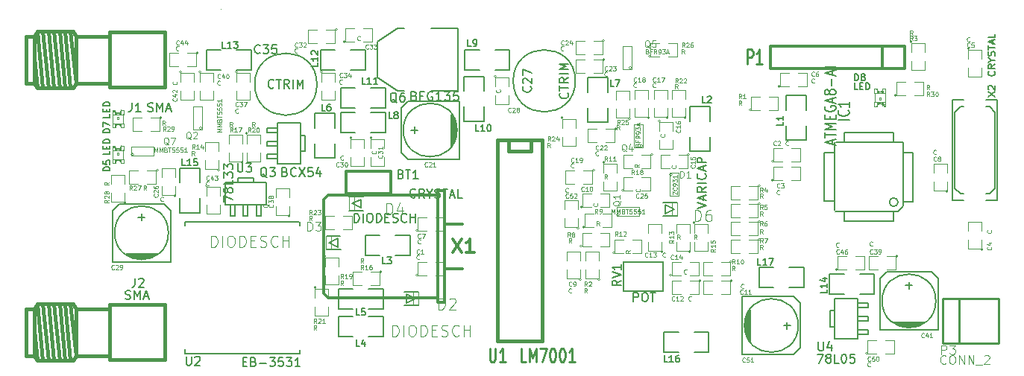
<source format=gto>
G04 This is an RS-274x file exported by *
G04 gerbv version 2.5.0 *
G04 More information is available about gerbv at *
G04 http://gerbv.gpleda.org/ *
G04 --End of header info--*
%MOIN*%
%FSLAX23Y23*%
%IPPOS*%
G04 --Define apertures--*
%ADD10C,0.0059*%
%ADD11C,0.0118*%
%ADD12C,0.0120*%
%ADD13C,0.0039*%
%ADD14C,0.0050*%
%ADD15C,0.0031*%
%ADD16C,0.0060*%
%ADD17C,0.0150*%
%ADD18C,0.0080*%
%ADD19C,0.0026*%
%ADD20C,0.0100*%
%ADD21C,0.0040*%
%ADD22C,0.0020*%
%ADD23C,0.0000*%
%ADD24C,0.0043*%
%ADD25C,0.0047*%
%ADD26C,0.0107*%
%ADD27C,0.0079*%
%ADD28C,0.0112*%
%ADD29C,0.0035*%
G04 --Start main section--*
G54D10*
G01X06125Y-4422D02*
G01X06302Y-4422D01*
G01X06302Y-4290D02*
G01X06125Y-4290D01*
G01X06302Y-4289D02*
G01X06302Y-4421D01*
G01X06125Y-4289D02*
G01X06125Y-4421D01*
G54D12*
G01X04885Y-3985D02*
G01X04885Y-3885D01*
G01X04885Y-3885D02*
G01X05085Y-3885D01*
G01X05085Y-3885D02*
G01X05085Y-3985D01*
G01X05085Y-3985D02*
G01X04885Y-3985D01*
G54D13*
G01X05205Y-4350D02*
G75*
G03X05205Y-4350I-0005J00000D01*
G01X05245Y-4350D02*
G01X05205Y-4350D01*
G01X05205Y-4350D02*
G01X05205Y-4290D01*
G01X05205Y-4290D02*
G01X05245Y-4290D01*
G01X05285Y-4290D02*
G01X05325Y-4290D01*
G01X05325Y-4290D02*
G01X05325Y-4350D01*
G01X05325Y-4350D02*
G01X05285Y-4350D01*
G01X06795Y-3840D02*
G75*
G03X06795Y-3840I-0005J00000D01*
G01X06835Y-3840D02*
G01X06795Y-3840D01*
G01X06795Y-3840D02*
G01X06795Y-3780D01*
G01X06795Y-3780D02*
G01X06835Y-3780D01*
G01X06875Y-3780D02*
G01X06915Y-3780D01*
G01X06915Y-3780D02*
G01X06915Y-3840D01*
G01X06915Y-3840D02*
G01X06875Y-3840D01*
G01X06795Y-3925D02*
G75*
G03X06795Y-3925I-0005J00000D01*
G01X06835Y-3925D02*
G01X06795Y-3925D01*
G01X06795Y-3925D02*
G01X06795Y-3865D01*
G01X06795Y-3865D02*
G01X06835Y-3865D01*
G01X06875Y-3865D02*
G01X06915Y-3865D01*
G01X06915Y-3865D02*
G01X06915Y-3925D01*
G01X06915Y-3925D02*
G01X06875Y-3925D01*
G01X07730Y-4235D02*
G75*
G03X07730Y-4235I-0005J00000D01*
G01X07725Y-4190D02*
G01X07725Y-4230D01*
G01X07725Y-4230D02*
G01X07665Y-4230D01*
G01X07665Y-4230D02*
G01X07665Y-4190D01*
G01X07665Y-4150D02*
G01X07665Y-4110D01*
G01X07665Y-4110D02*
G01X07725Y-4110D01*
G01X07725Y-4110D02*
G01X07725Y-4150D01*
G01X07670Y-3335D02*
G75*
G03X07670Y-3335I-0005J00000D01*
G01X07665Y-3380D02*
G01X07665Y-3340D01*
G01X07665Y-3340D02*
G01X07725Y-3340D01*
G01X07725Y-3340D02*
G01X07725Y-3380D01*
G01X07725Y-3420D02*
G01X07725Y-3460D01*
G01X07725Y-3460D02*
G01X07665Y-3460D01*
G01X07665Y-3460D02*
G01X07665Y-3420D01*
G01X06825Y-3505D02*
G75*
G03X06825Y-3505I-0005J00000D01*
G01X06865Y-3505D02*
G01X06825Y-3505D01*
G01X06825Y-3505D02*
G01X06825Y-3445D01*
G01X06825Y-3445D02*
G01X06865Y-3445D01*
G01X06905Y-3445D02*
G01X06945Y-3445D01*
G01X06945Y-3445D02*
G01X06945Y-3505D01*
G01X06945Y-3505D02*
G01X06905Y-3505D01*
G01X05205Y-4150D02*
G75*
G03X05205Y-4150I-0005J00000D01*
G01X05245Y-4150D02*
G01X05205Y-4150D01*
G01X05205Y-4150D02*
G01X05205Y-4090D01*
G01X05205Y-4090D02*
G01X05245Y-4090D01*
G01X05285Y-4090D02*
G01X05325Y-4090D01*
G01X05325Y-4090D02*
G01X05325Y-4150D01*
G01X05325Y-4150D02*
G01X05285Y-4150D01*
G01X07575Y-3975D02*
G75*
G03X07575Y-3975I-0005J00000D01*
G01X07570Y-3930D02*
G01X07570Y-3970D01*
G01X07570Y-3970D02*
G01X07510Y-3970D01*
G01X07510Y-3970D02*
G01X07510Y-3930D01*
G01X07510Y-3890D02*
G01X07510Y-3850D01*
G01X07510Y-3850D02*
G01X07570Y-3850D01*
G01X07570Y-3850D02*
G01X07570Y-3890D01*
G01X05935Y-4370D02*
G75*
G03X05935Y-4370I-0005J00000D01*
G01X05930Y-4325D02*
G01X05930Y-4365D01*
G01X05930Y-4365D02*
G01X05870Y-4365D01*
G01X05870Y-4365D02*
G01X05870Y-4325D01*
G01X05870Y-4285D02*
G01X05870Y-4245D01*
G01X05870Y-4245D02*
G01X05930Y-4245D01*
G01X05930Y-4245D02*
G01X05930Y-4285D01*
G01X05940Y-4045D02*
G75*
G03X05940Y-4045I-0005J00000D01*
G01X05980Y-4045D02*
G01X05940Y-4045D01*
G01X05940Y-4045D02*
G01X05940Y-3985D01*
G01X05940Y-3985D02*
G01X05980Y-3985D01*
G01X06020Y-3985D02*
G01X06060Y-3985D01*
G01X06060Y-3985D02*
G01X06060Y-4045D01*
G01X06060Y-4045D02*
G01X06020Y-4045D01*
G01X06610Y-4375D02*
G75*
G03X06610Y-4375I-0005J00000D01*
G01X06560Y-4375D02*
G01X06600Y-4375D01*
G01X06600Y-4375D02*
G01X06600Y-4435D01*
G01X06600Y-4435D02*
G01X06560Y-4435D01*
G01X06520Y-4435D02*
G01X06480Y-4435D01*
G01X06480Y-4435D02*
G01X06480Y-4375D01*
G01X06480Y-4375D02*
G01X06520Y-4375D01*
G01X06470Y-4375D02*
G75*
G03X06470Y-4375I-0005J00000D01*
G01X06420Y-4375D02*
G01X06460Y-4375D01*
G01X06460Y-4375D02*
G01X06460Y-4435D01*
G01X06460Y-4435D02*
G01X06420Y-4435D01*
G01X06380Y-4435D02*
G01X06340Y-4435D01*
G01X06340Y-4435D02*
G01X06340Y-4375D01*
G01X06340Y-4375D02*
G01X06380Y-4375D01*
G01X06300Y-4245D02*
G75*
G03X06300Y-4245I-0005J00000D01*
G01X06295Y-4200D02*
G01X06295Y-4240D01*
G01X06295Y-4240D02*
G01X06235Y-4240D01*
G01X06235Y-4240D02*
G01X06235Y-4200D01*
G01X06235Y-4160D02*
G01X06235Y-4120D01*
G01X06235Y-4120D02*
G01X06295Y-4120D01*
G01X06295Y-4120D02*
G01X06295Y-4160D01*
G01X06340Y-4350D02*
G75*
G03X06340Y-4350I-0005J00000D01*
G01X06380Y-4350D02*
G01X06340Y-4350D01*
G01X06340Y-4350D02*
G01X06340Y-4290D01*
G01X06340Y-4290D02*
G01X06380Y-4290D01*
G01X06420Y-4290D02*
G01X06460Y-4290D01*
G01X06460Y-4290D02*
G01X06460Y-4350D01*
G01X06460Y-4350D02*
G01X06420Y-4350D01*
G01X06420Y-3810D02*
G75*
G03X06420Y-3810I-0005J00000D01*
G01X06370Y-3810D02*
G01X06410Y-3810D01*
G01X06410Y-3810D02*
G01X06410Y-3870D01*
G01X06410Y-3870D02*
G01X06370Y-3870D01*
G01X06330Y-3870D02*
G01X06290Y-3870D01*
G01X06290Y-3870D02*
G01X06290Y-3810D01*
G01X06290Y-3810D02*
G01X06330Y-3810D01*
G01X06290Y-3660D02*
G75*
G03X06290Y-3660I-0005J00000D01*
G01X06285Y-3705D02*
G01X06285Y-3665D01*
G01X06285Y-3665D02*
G01X06345Y-3665D01*
G01X06345Y-3665D02*
G01X06345Y-3705D01*
G01X06345Y-3745D02*
G01X06345Y-3785D01*
G01X06345Y-3785D02*
G01X06285Y-3785D01*
G01X06285Y-3785D02*
G01X06285Y-3745D01*
G01X06325Y-3645D02*
G75*
G03X06325Y-3645I-0005J00000D01*
G01X06320Y-3600D02*
G01X06320Y-3640D01*
G01X06320Y-3640D02*
G01X06260Y-3640D01*
G01X06260Y-3640D02*
G01X06260Y-3600D01*
G01X06260Y-3560D02*
G01X06260Y-3520D01*
G01X06260Y-3520D02*
G01X06320Y-3520D01*
G01X06320Y-3520D02*
G01X06320Y-3560D01*
G01X06240Y-3645D02*
G75*
G03X06240Y-3645I-0005J00000D01*
G01X06235Y-3600D02*
G01X06235Y-3640D01*
G01X06235Y-3640D02*
G01X06175Y-3640D01*
G01X06175Y-3640D02*
G01X06175Y-3600D01*
G01X06175Y-3560D02*
G01X06175Y-3520D01*
G01X06175Y-3520D02*
G01X06235Y-3520D01*
G01X06235Y-3520D02*
G01X06235Y-3560D01*
G01X05995Y-3880D02*
G75*
G03X05995Y-3880I-0005J00000D01*
G01X05945Y-3880D02*
G01X05985Y-3880D01*
G01X05985Y-3880D02*
G01X05985Y-3940D01*
G01X05985Y-3940D02*
G01X05945Y-3940D01*
G01X05905Y-3940D02*
G01X05865Y-3940D01*
G01X05865Y-3940D02*
G01X05865Y-3880D01*
G01X05865Y-3880D02*
G01X05905Y-3880D01*
G54D14*
G01X05375Y-3730D02*
G01X05375Y-3670D01*
G01X05370Y-3655D02*
G01X05370Y-3745D01*
G01X05365Y-3755D02*
G01X05365Y-3645D01*
G01X05360Y-3635D02*
G01X05360Y-3765D01*
G01X05355Y-3770D02*
G01X05355Y-3630D01*
G01X05380Y-3700D02*
G75*
G03X05380Y-3700I-0120J00000D01*
G01X05390Y-3830D02*
G01X05390Y-3570D01*
G01X05390Y-3570D02*
G01X05160Y-3570D01*
G01X05160Y-3570D02*
G01X05130Y-3600D01*
G01X05130Y-3600D02*
G01X05130Y-3800D01*
G01X05130Y-3800D02*
G01X05160Y-3830D01*
G01X05160Y-3830D02*
G01X05390Y-3830D01*
G01X05175Y-3700D02*
G01X05205Y-3700D01*
G01X05190Y-3715D02*
G01X05190Y-3685D01*
G54D13*
G01X06095Y-3695D02*
G75*
G03X06095Y-3695I-0005J00000D01*
G01X06045Y-3695D02*
G01X06085Y-3695D01*
G01X06085Y-3695D02*
G01X06085Y-3755D01*
G01X06085Y-3755D02*
G01X06045Y-3755D01*
G01X06005Y-3755D02*
G01X05965Y-3755D01*
G01X05965Y-3755D02*
G01X05965Y-3695D01*
G01X05965Y-3695D02*
G01X06005Y-3695D01*
G01X06040Y-3385D02*
G75*
G03X06040Y-3385I-0005J00000D01*
G01X05990Y-3385D02*
G01X06030Y-3385D01*
G01X06030Y-3385D02*
G01X06030Y-3445D01*
G01X06030Y-3445D02*
G01X05990Y-3445D01*
G01X05950Y-3445D02*
G01X05910Y-3445D01*
G01X05910Y-3445D02*
G01X05910Y-3385D01*
G01X05910Y-3385D02*
G01X05950Y-3385D01*
G01X06040Y-3300D02*
G75*
G03X06040Y-3300I-0005J00000D01*
G01X05990Y-3300D02*
G01X06030Y-3300D01*
G01X06030Y-3300D02*
G01X06030Y-3360D01*
G01X06030Y-3360D02*
G01X05990Y-3360D01*
G01X05950Y-3360D02*
G01X05910Y-3360D01*
G01X05910Y-3360D02*
G01X05910Y-3300D01*
G01X05910Y-3300D02*
G01X05950Y-3300D01*
G01X06125Y-3970D02*
G75*
G03X06125Y-3970I-0005J00000D01*
G01X06165Y-3970D02*
G01X06125Y-3970D01*
G01X06125Y-3970D02*
G01X06125Y-3910D01*
G01X06125Y-3910D02*
G01X06165Y-3910D01*
G01X06205Y-3910D02*
G01X06245Y-3910D01*
G01X06245Y-3910D02*
G01X06245Y-3970D01*
G01X06245Y-3970D02*
G01X06205Y-3970D01*
G01X04125Y-3995D02*
G75*
G03X04125Y-3995I-0005J00000D01*
G01X04120Y-3950D02*
G01X04120Y-3990D01*
G01X04120Y-3990D02*
G01X04060Y-3990D01*
G01X04060Y-3990D02*
G01X04060Y-3950D01*
G01X04060Y-3910D02*
G01X04060Y-3870D01*
G01X04060Y-3870D02*
G01X04120Y-3870D01*
G01X04120Y-3870D02*
G01X04120Y-3910D01*
G01X05555Y-3460D02*
G75*
G03X05555Y-3460I-0005J00000D01*
G01X05550Y-3505D02*
G01X05550Y-3465D01*
G01X05550Y-3465D02*
G01X05610Y-3465D01*
G01X05610Y-3465D02*
G01X05610Y-3505D01*
G01X05610Y-3545D02*
G01X05610Y-3585D01*
G01X05610Y-3585D02*
G01X05550Y-3585D01*
G01X05550Y-3585D02*
G01X05550Y-3545D01*
G54D14*
G01X03940Y-4275D02*
G01X04000Y-4275D01*
G01X04015Y-4270D02*
G01X03925Y-4270D01*
G01X03915Y-4265D02*
G01X04025Y-4265D01*
G01X04035Y-4260D02*
G01X03905Y-4260D01*
G01X03900Y-4255D02*
G01X04040Y-4255D01*
G01X04090Y-4160D02*
G75*
G03X04090Y-4160I-0120J00000D01*
G01X03840Y-4290D02*
G01X04100Y-4290D01*
G01X04100Y-4290D02*
G01X04100Y-4060D01*
G01X04100Y-4060D02*
G01X04070Y-4030D01*
G01X04070Y-4030D02*
G01X03870Y-4030D01*
G01X03870Y-4030D02*
G01X03840Y-4060D01*
G01X03840Y-4060D02*
G01X03840Y-4290D01*
G01X03970Y-4075D02*
G01X03970Y-4105D01*
G01X03955Y-4090D02*
G01X03985Y-4090D01*
G54D13*
G01X04910Y-3735D02*
G75*
G03X04910Y-3735I-0005J00000D01*
G01X04905Y-3780D02*
G01X04905Y-3740D01*
G01X04905Y-3740D02*
G01X04965Y-3740D01*
G01X04965Y-3740D02*
G01X04965Y-3780D01*
G01X04965Y-3820D02*
G01X04965Y-3860D01*
G01X04965Y-3860D02*
G01X04905Y-3860D01*
G01X04905Y-3860D02*
G01X04905Y-3820D01*
G01X05000Y-3735D02*
G75*
G03X05000Y-3735I-0005J00000D01*
G01X04995Y-3780D02*
G01X04995Y-3740D01*
G01X04995Y-3740D02*
G01X05055Y-3740D01*
G01X05055Y-3740D02*
G01X05055Y-3780D01*
G01X05055Y-3820D02*
G01X05055Y-3860D01*
G01X05055Y-3860D02*
G01X04995Y-3860D01*
G01X04995Y-3860D02*
G01X04995Y-3820D01*
G01X04845Y-3250D02*
G75*
G03X04845Y-3250I-0005J00000D01*
G01X04795Y-3250D02*
G01X04835Y-3250D01*
G01X04835Y-3250D02*
G01X04835Y-3310D01*
G01X04835Y-3310D02*
G01X04795Y-3310D01*
G01X04755Y-3310D02*
G01X04715Y-3310D01*
G01X04715Y-3310D02*
G01X04715Y-3250D01*
G01X04715Y-3250D02*
G01X04755Y-3250D01*
G01X04880Y-3305D02*
G75*
G03X04880Y-3305I-0005J00000D01*
G01X04920Y-3305D02*
G01X04880Y-3305D01*
G01X04880Y-3305D02*
G01X04880Y-3245D01*
G01X04880Y-3245D02*
G01X04920Y-3245D01*
G01X04960Y-3245D02*
G01X05000Y-3245D01*
G01X05000Y-3245D02*
G01X05000Y-3305D01*
G01X05000Y-3305D02*
G01X04960Y-3305D01*
G01X04780Y-3440D02*
G75*
G03X04780Y-3440I-0005J00000D01*
G01X04775Y-3485D02*
G01X04775Y-3445D01*
G01X04775Y-3445D02*
G01X04835Y-3445D01*
G01X04835Y-3445D02*
G01X04835Y-3485D01*
G01X04835Y-3525D02*
G01X04835Y-3565D01*
G01X04835Y-3565D02*
G01X04775Y-3565D01*
G01X04775Y-3565D02*
G01X04775Y-3525D01*
G01X04400Y-3440D02*
G75*
G03X04400Y-3440I-0005J00000D01*
G01X04395Y-3485D02*
G01X04395Y-3445D01*
G01X04395Y-3445D02*
G01X04455Y-3445D01*
G01X04455Y-3445D02*
G01X04455Y-3485D01*
G01X04455Y-3525D02*
G01X04455Y-3565D01*
G01X04455Y-3565D02*
G01X04395Y-3565D01*
G01X04395Y-3565D02*
G01X04395Y-3525D01*
G01X04635Y-4085D02*
G75*
G03X04635Y-4085I-0005J00000D01*
G01X04630Y-4040D02*
G01X04630Y-4080D01*
G01X04630Y-4080D02*
G01X04570Y-4080D01*
G01X04570Y-4080D02*
G01X04570Y-4040D01*
G01X04570Y-4000D02*
G01X04570Y-3960D01*
G01X04570Y-3960D02*
G01X04630Y-3960D01*
G01X04630Y-3960D02*
G01X04630Y-4000D01*
G01X07350Y-4265D02*
G75*
G03X07350Y-4265I-0005J00000D01*
G01X07300Y-4265D02*
G01X07340Y-4265D01*
G01X07340Y-4265D02*
G01X07340Y-4325D01*
G01X07340Y-4325D02*
G01X07300Y-4325D01*
G01X07260Y-4325D02*
G01X07220Y-4325D01*
G01X07220Y-4325D02*
G01X07220Y-4265D01*
G01X07220Y-4265D02*
G01X07260Y-4265D01*
G01X04235Y-3440D02*
G75*
G03X04235Y-3440I-0005J00000D01*
G01X04230Y-3485D02*
G01X04230Y-3445D01*
G01X04230Y-3445D02*
G01X04290Y-3445D01*
G01X04290Y-3445D02*
G01X04290Y-3485D01*
G01X04290Y-3525D02*
G01X04290Y-3565D01*
G01X04290Y-3565D02*
G01X04230Y-3565D01*
G01X04230Y-3565D02*
G01X04230Y-3525D01*
G01X04150Y-3440D02*
G75*
G03X04150Y-3440I-0005J00000D01*
G01X04145Y-3485D02*
G01X04145Y-3445D01*
G01X04145Y-3445D02*
G01X04205Y-3445D01*
G01X04205Y-3445D02*
G01X04205Y-3485D01*
G01X04205Y-3525D02*
G01X04205Y-3565D01*
G01X04205Y-3565D02*
G01X04145Y-3565D01*
G01X04145Y-3565D02*
G01X04145Y-3525D01*
G01X04265Y-3950D02*
G75*
G03X04265Y-3950I-0005J00000D01*
G01X04260Y-3995D02*
G01X04260Y-3955D01*
G01X04260Y-3955D02*
G01X04320Y-3955D01*
G01X04320Y-3955D02*
G01X04320Y-3995D01*
G01X04320Y-4035D02*
G01X04320Y-4075D01*
G01X04320Y-4075D02*
G01X04260Y-4075D01*
G01X04260Y-4075D02*
G01X04260Y-4035D01*
G01X04225Y-3355D02*
G75*
G03X04225Y-3355I-0005J00000D01*
G01X04175Y-3355D02*
G01X04215Y-3355D01*
G01X04215Y-3355D02*
G01X04215Y-3415D01*
G01X04215Y-3415D02*
G01X04175Y-3415D01*
G01X04135Y-3415D02*
G01X04095Y-3415D01*
G01X04095Y-3415D02*
G01X04095Y-3355D01*
G01X04095Y-3355D02*
G01X04135Y-3355D01*
G01X07080Y-4325D02*
G75*
G03X07080Y-4325I-0005J00000D01*
G01X07120Y-4325D02*
G01X07080Y-4325D01*
G01X07080Y-4325D02*
G01X07080Y-4265D01*
G01X07080Y-4265D02*
G01X07120Y-4265D01*
G01X07160Y-4265D02*
G01X07200Y-4265D01*
G01X07200Y-4265D02*
G01X07200Y-4325D01*
G01X07200Y-4325D02*
G01X07160Y-4325D01*
G01X07215Y-4700D02*
G75*
G03X07215Y-4700I-0005J00000D01*
G01X07255Y-4700D02*
G01X07215Y-4700D01*
G01X07215Y-4700D02*
G01X07215Y-4640D01*
G01X07215Y-4640D02*
G01X07255Y-4640D01*
G01X07295Y-4640D02*
G01X07335Y-4640D01*
G01X07335Y-4640D02*
G01X07335Y-4700D01*
G01X07335Y-4700D02*
G01X07295Y-4700D01*
G54D14*
G01X06670Y-4545D02*
G01X06670Y-4605D01*
G01X06675Y-4620D02*
G01X06675Y-4530D01*
G01X06680Y-4520D02*
G01X06680Y-4630D01*
G01X06685Y-4640D02*
G01X06685Y-4510D01*
G01X06690Y-4505D02*
G01X06690Y-4645D01*
G01X06905Y-4575D02*
G75*
G03X06905Y-4575I-0120J00000D01*
G01X06655Y-4445D02*
G01X06655Y-4705D01*
G01X06655Y-4705D02*
G01X06885Y-4705D01*
G01X06885Y-4705D02*
G01X06915Y-4675D01*
G01X06915Y-4675D02*
G01X06915Y-4475D01*
G01X06915Y-4475D02*
G01X06885Y-4445D01*
G01X06885Y-4445D02*
G01X06655Y-4445D01*
G01X06870Y-4575D02*
G01X06840Y-4575D01*
G01X06855Y-4560D02*
G01X06855Y-4590D01*
G54D13*
G01X05925Y-4140D02*
G75*
G03X05925Y-4140I-0005J00000D01*
G01X05920Y-4095D02*
G01X05920Y-4135D01*
G01X05920Y-4135D02*
G01X05860Y-4135D01*
G01X05860Y-4135D02*
G01X05860Y-4095D01*
G01X05860Y-4055D02*
G01X05860Y-4015D01*
G01X05860Y-4015D02*
G01X05920Y-4015D01*
G01X05920Y-4015D02*
G01X05920Y-4055D01*
G54D15*
G01X06342Y-3899D02*
G75*
G03X06342Y-3899I-0006J00000D01*
G01X06370Y-3995D02*
G01X06330Y-3995D01*
G01X06370Y-3892D02*
G01X06330Y-3892D01*
G01X06330Y-3995D02*
G01X06330Y-3892D01*
G01X06370Y-3892D02*
G01X06370Y-3995D01*
G54D16*
G01X07022Y-3801D02*
G01X07067Y-3801D01*
G01X07022Y-4019D02*
G01X07066Y-4019D01*
G01X07022Y-3801D02*
G01X07022Y-4019D01*
G01X07110Y-3754D02*
G01X07110Y-3711D01*
G01X07331Y-3753D02*
G01X07331Y-3711D01*
G01X07332Y-3711D02*
G01X07110Y-3710D01*
G01X07330Y-4108D02*
G01X07113Y-4109D01*
G01X07373Y-4039D02*
G01X07373Y-3756D01*
G01X07112Y-4108D02*
G01X07112Y-4067D01*
G01X07348Y-4063D02*
G01X07070Y-4063D01*
G01X07068Y-3755D02*
G01X07068Y-4059D01*
G01X07373Y-3755D02*
G01X07073Y-3755D01*
G01X07418Y-4022D02*
G01X07418Y-3800D01*
G01X07418Y-3800D02*
G01X07373Y-3800D01*
G01X07373Y-4040D02*
G01X07350Y-4063D01*
G01X07418Y-4022D02*
G01X07373Y-4022D01*
G01X07330Y-4063D02*
G01X07330Y-4108D01*
G01X07351Y-4023D02*
G75*
G03X07351Y-4023I-0019J00000D01*
G54D17*
G01X03491Y-3280D02*
G01X03454Y-3280D01*
G01X03491Y-3490D02*
G01X03454Y-3490D01*
G01X03826Y-3490D02*
G01X03677Y-3490D01*
G01X03826Y-3280D02*
G01X03677Y-3280D01*
G01X03504Y-3511D02*
G01X03491Y-3374D01*
G01X03652Y-3259D02*
G01X03677Y-3490D01*
G01X03652Y-3511D02*
G01X03628Y-3259D01*
G01X03628Y-3511D02*
G01X03603Y-3259D01*
G01X03603Y-3511D02*
G01X03578Y-3259D01*
G01X03578Y-3511D02*
G01X03553Y-3259D01*
G01X03553Y-3511D02*
G01X03528Y-3259D01*
G01X03528Y-3511D02*
G01X03504Y-3259D01*
G01X03504Y-3511D02*
G01X03491Y-3490D01*
G01X03491Y-3490D02*
G01X03491Y-3280D01*
G01X03491Y-3280D02*
G01X03504Y-3259D01*
G01X03504Y-3259D02*
G01X03665Y-3259D01*
G01X03665Y-3259D02*
G01X03677Y-3280D01*
G01X03677Y-3280D02*
G01X03677Y-3490D01*
G01X03677Y-3490D02*
G01X03665Y-3511D01*
G01X03665Y-3511D02*
G01X03504Y-3511D01*
G01X03454Y-3280D02*
G01X03454Y-3490D01*
G01X03826Y-3509D02*
G01X03826Y-3261D01*
G01X03826Y-3261D02*
G01X04074Y-3261D01*
G01X04074Y-3261D02*
G01X04074Y-3509D01*
G01X04074Y-3509D02*
G01X03826Y-3509D01*
G01X03491Y-4500D02*
G01X03454Y-4500D01*
G01X03491Y-4710D02*
G01X03454Y-4710D01*
G01X03826Y-4710D02*
G01X03677Y-4710D01*
G01X03826Y-4500D02*
G01X03677Y-4500D01*
G01X03504Y-4731D02*
G01X03491Y-4594D01*
G01X03652Y-4479D02*
G01X03677Y-4710D01*
G01X03652Y-4731D02*
G01X03628Y-4479D01*
G01X03628Y-4731D02*
G01X03603Y-4479D01*
G01X03603Y-4731D02*
G01X03578Y-4479D01*
G01X03578Y-4731D02*
G01X03553Y-4479D01*
G01X03553Y-4731D02*
G01X03528Y-4479D01*
G01X03528Y-4731D02*
G01X03504Y-4479D01*
G01X03504Y-4731D02*
G01X03491Y-4710D01*
G01X03491Y-4710D02*
G01X03491Y-4500D01*
G01X03491Y-4500D02*
G01X03504Y-4479D01*
G01X03504Y-4479D02*
G01X03665Y-4479D01*
G01X03665Y-4479D02*
G01X03677Y-4500D01*
G01X03677Y-4500D02*
G01X03677Y-4710D01*
G01X03677Y-4710D02*
G01X03665Y-4731D01*
G01X03665Y-4731D02*
G01X03504Y-4731D01*
G01X03454Y-4500D02*
G01X03454Y-4710D01*
G01X03826Y-4729D02*
G01X03826Y-4481D01*
G01X03826Y-4481D02*
G01X04074Y-4481D01*
G01X04074Y-4481D02*
G01X04074Y-4729D01*
G01X04074Y-4729D02*
G01X03826Y-4729D01*
G54D14*
G01X06850Y-3745D02*
G01X06940Y-3745D01*
G01X06940Y-3745D02*
G01X06940Y-3680D01*
G01X06850Y-3610D02*
G01X06850Y-3545D01*
G01X06850Y-3545D02*
G01X06940Y-3545D01*
G01X06940Y-3545D02*
G01X06940Y-3610D01*
G01X06850Y-3680D02*
G01X06850Y-3745D01*
G01X06510Y-3595D02*
G01X06420Y-3595D01*
G01X06420Y-3595D02*
G01X06420Y-3660D01*
G01X06510Y-3730D02*
G01X06510Y-3795D01*
G01X06510Y-3795D02*
G01X06420Y-3795D01*
G01X06420Y-3795D02*
G01X06420Y-3730D01*
G01X06510Y-3660D02*
G01X06510Y-3595D01*
G01X05170Y-4260D02*
G01X05170Y-4170D01*
G01X05170Y-4170D02*
G01X05105Y-4170D01*
G01X05035Y-4260D02*
G01X04970Y-4260D01*
G01X04970Y-4260D02*
G01X04970Y-4170D01*
G01X04970Y-4170D02*
G01X05035Y-4170D01*
G01X05105Y-4260D02*
G01X05170Y-4260D01*
G01X05050Y-4625D02*
G01X05050Y-4535D01*
G01X05050Y-4535D02*
G01X04985Y-4535D01*
G01X04915Y-4625D02*
G01X04850Y-4625D01*
G01X04850Y-4625D02*
G01X04850Y-4535D01*
G01X04850Y-4535D02*
G01X04915Y-4535D01*
G01X04985Y-4625D02*
G01X05050Y-4625D01*
G01X05050Y-4500D02*
G01X05050Y-4410D01*
G01X05050Y-4410D02*
G01X04985Y-4410D01*
G01X04915Y-4500D02*
G01X04850Y-4500D01*
G01X04850Y-4500D02*
G01X04850Y-4410D01*
G01X04850Y-4410D02*
G01X04915Y-4410D01*
G01X04985Y-4500D02*
G01X05050Y-4500D01*
G01X04745Y-3825D02*
G01X04835Y-3825D01*
G01X04835Y-3825D02*
G01X04835Y-3760D01*
G01X04745Y-3690D02*
G01X04745Y-3625D01*
G01X04745Y-3625D02*
G01X04835Y-3625D01*
G01X04835Y-3625D02*
G01X04835Y-3690D01*
G01X04745Y-3760D02*
G01X04745Y-3825D01*
G01X05965Y-3665D02*
G01X06055Y-3665D01*
G01X06055Y-3665D02*
G01X06055Y-3600D01*
G01X05965Y-3530D02*
G01X05965Y-3465D01*
G01X05965Y-3465D02*
G01X06055Y-3465D01*
G01X06055Y-3465D02*
G01X06055Y-3530D01*
G01X05965Y-3600D02*
G01X05965Y-3665D01*
G01X04860Y-3620D02*
G01X04860Y-3710D01*
G01X04860Y-3710D02*
G01X04925Y-3710D01*
G01X04995Y-3620D02*
G01X05060Y-3620D01*
G01X05060Y-3620D02*
G01X05060Y-3710D01*
G01X05060Y-3710D02*
G01X04995Y-3710D01*
G01X04925Y-3620D02*
G01X04860Y-3620D01*
G01X05615Y-3430D02*
G01X05615Y-3340D01*
G01X05615Y-3340D02*
G01X05550Y-3340D01*
G01X05480Y-3430D02*
G01X05415Y-3430D01*
G01X05415Y-3430D02*
G01X05415Y-3340D01*
G01X05415Y-3340D02*
G01X05480Y-3340D01*
G01X05550Y-3430D02*
G01X05615Y-3430D01*
G01X05500Y-3460D02*
G01X05410Y-3460D01*
G01X05410Y-3460D02*
G01X05410Y-3525D01*
G01X05500Y-3595D02*
G01X05500Y-3660D01*
G01X05500Y-3660D02*
G01X05410Y-3660D01*
G01X05410Y-3660D02*
G01X05410Y-3595D01*
G01X05500Y-3525D02*
G01X05500Y-3460D01*
G01X05060Y-3600D02*
G01X05060Y-3510D01*
G01X05060Y-3510D02*
G01X04995Y-3510D01*
G01X04925Y-3600D02*
G01X04860Y-3600D01*
G01X04860Y-3600D02*
G01X04860Y-3510D01*
G01X04860Y-3510D02*
G01X04925Y-3510D01*
G01X04995Y-3600D02*
G01X05060Y-3600D01*
G01X04970Y-3430D02*
G01X04970Y-3340D01*
G01X04970Y-3340D02*
G01X04905Y-3340D01*
G01X04835Y-3430D02*
G01X04770Y-3430D01*
G01X04770Y-3430D02*
G01X04770Y-3340D01*
G01X04770Y-3340D02*
G01X04835Y-3340D01*
G01X04905Y-3430D02*
G01X04970Y-3430D01*
G01X04460Y-3430D02*
G01X04460Y-3340D01*
G01X04460Y-3340D02*
G01X04395Y-3340D01*
G01X04325Y-3430D02*
G01X04260Y-3430D01*
G01X04260Y-3430D02*
G01X04260Y-3340D01*
G01X04260Y-3340D02*
G01X04325Y-3340D01*
G01X04395Y-3430D02*
G01X04460Y-3430D01*
G01X07245Y-4435D02*
G01X07245Y-4345D01*
G01X07245Y-4345D02*
G01X07180Y-4345D01*
G01X07110Y-4435D02*
G01X07045Y-4435D01*
G01X07045Y-4435D02*
G01X07045Y-4345D01*
G01X07045Y-4345D02*
G01X07110Y-4345D01*
G01X07180Y-4435D02*
G01X07245Y-4435D01*
G01X04230Y-3870D02*
G01X04140Y-3870D01*
G01X04140Y-3870D02*
G01X04140Y-3935D01*
G01X04230Y-4005D02*
G01X04230Y-4070D01*
G01X04230Y-4070D02*
G01X04140Y-4070D01*
G01X04140Y-4070D02*
G01X04140Y-4005D01*
G01X04230Y-3935D02*
G01X04230Y-3870D01*
G01X06505Y-4695D02*
G01X06505Y-4605D01*
G01X06505Y-4605D02*
G01X06440Y-4605D01*
G01X06370Y-4695D02*
G01X06305Y-4695D01*
G01X06305Y-4695D02*
G01X06305Y-4605D01*
G01X06305Y-4605D02*
G01X06370Y-4605D01*
G01X06440Y-4695D02*
G01X06505Y-4695D01*
G54D12*
G01X07380Y-3325D02*
G01X07380Y-3425D01*
G01X07380Y-3425D02*
G01X06780Y-3425D01*
G01X06780Y-3425D02*
G01X06780Y-3325D01*
G01X06780Y-3325D02*
G01X07380Y-3325D01*
G01X07280Y-3325D02*
G01X07280Y-3425D01*
G54D15*
G01X06105Y-4079D02*
G75*
G03X06105Y-4079I-0006J00000D01*
G01X06195Y-4045D02*
G01X06195Y-4085D01*
G01X06093Y-4045D02*
G01X06093Y-4085D01*
G01X06195Y-4085D02*
G01X06093Y-4085D01*
G01X06093Y-4045D02*
G01X06195Y-4045D01*
G01X04240Y-3691D02*
G75*
G03X04240Y-3691I-0006J00000D01*
G01X04200Y-3595D02*
G01X04240Y-3595D01*
G01X04200Y-3697D02*
G01X04240Y-3697D01*
G01X04240Y-3595D02*
G01X04240Y-3697D01*
G01X04200Y-3697D02*
G01X04200Y-3595D01*
G54D14*
G01X04532Y-3809D02*
G01X04532Y-3829D01*
G01X04532Y-3829D02*
G01X04579Y-3829D01*
G01X04532Y-3809D02*
G01X04579Y-3809D01*
G01X04532Y-3750D02*
G01X04579Y-3750D01*
G01X04532Y-3770D02*
G01X04579Y-3770D01*
G01X04532Y-3750D02*
G01X04532Y-3770D01*
G01X04532Y-3691D02*
G01X04532Y-3711D01*
G01X04532Y-3711D02*
G01X04579Y-3711D01*
G01X04532Y-3691D02*
G01X04579Y-3691D01*
G01X04701Y-3724D02*
G01X04701Y-3795D01*
G01X04701Y-3795D02*
G01X04682Y-3795D01*
G01X04701Y-3724D02*
G01X04682Y-3724D01*
G01X04579Y-3669D02*
G01X04682Y-3669D01*
G01X04682Y-3669D02*
G01X04682Y-3850D01*
G01X04682Y-3850D02*
G01X04579Y-3850D01*
G01X04579Y-3850D02*
G01X04579Y-3669D01*
G54D15*
G01X06210Y-3771D02*
G75*
G03X06210Y-3771I-0006J00000D01*
G01X06170Y-3675D02*
G01X06210Y-3675D01*
G01X06170Y-3777D02*
G01X06210Y-3777D01*
G01X06210Y-3675D02*
G01X06210Y-3777D01*
G01X06170Y-3777D02*
G01X06170Y-3675D01*
G01X06160Y-3421D02*
G75*
G03X06160Y-3421I-0006J00000D01*
G01X06120Y-3325D02*
G01X06160Y-3325D01*
G01X06120Y-3427D02*
G01X06160Y-3427D01*
G01X06160Y-3325D02*
G01X06160Y-3427D01*
G01X06120Y-3427D02*
G01X06120Y-3325D01*
G54D18*
G01X05265Y-3525D02*
G01X05385Y-3525D01*
G01X05385Y-3525D02*
G01X05385Y-3245D01*
G01X05385Y-3245D02*
G01X05265Y-3245D01*
G01X05145Y-3525D02*
G01X05115Y-3525D01*
G01X05115Y-3525D02*
G01X05025Y-3465D01*
G01X05025Y-3465D02*
G01X05025Y-3305D01*
G01X05025Y-3305D02*
G01X05115Y-3245D01*
G01X05115Y-3245D02*
G01X05145Y-3245D01*
G54D15*
G01X03935Y-3809D02*
G75*
G03X03935Y-3809I-0006J00000D01*
G01X04025Y-3775D02*
G01X04025Y-3815D01*
G01X03923Y-3775D02*
G01X03923Y-3815D01*
G01X04025Y-3815D02*
G01X03923Y-3815D01*
G01X03923Y-3775D02*
G01X04025Y-3775D01*
G54D13*
G01X06695Y-3610D02*
G75*
G03X06695Y-3610I-0005J00000D01*
G01X06735Y-3610D02*
G01X06695Y-3610D01*
G01X06695Y-3610D02*
G01X06695Y-3550D01*
G01X06695Y-3550D02*
G01X06735Y-3550D01*
G01X06775Y-3550D02*
G01X06815Y-3550D01*
G01X06815Y-3550D02*
G01X06815Y-3610D01*
G01X06815Y-3610D02*
G01X06775Y-3610D01*
G01X06020Y-4370D02*
G75*
G03X06020Y-4370I-0005J00000D01*
G01X06015Y-4325D02*
G01X06015Y-4365D01*
G01X06015Y-4365D02*
G01X05955Y-4365D01*
G01X05955Y-4365D02*
G01X05955Y-4325D01*
G01X05955Y-4285D02*
G01X05955Y-4245D01*
G01X05955Y-4245D02*
G01X06015Y-4245D01*
G01X06015Y-4245D02*
G01X06015Y-4285D01*
G01X07415Y-3305D02*
G75*
G03X07415Y-3305I-0005J00000D01*
G01X07410Y-3350D02*
G01X07410Y-3310D01*
G01X07410Y-3310D02*
G01X07470Y-3310D01*
G01X07470Y-3310D02*
G01X07470Y-3350D01*
G01X07470Y-3390D02*
G01X07470Y-3430D01*
G01X07470Y-3430D02*
G01X07410Y-3430D01*
G01X07410Y-3430D02*
G01X07410Y-3390D01*
G01X06735Y-3950D02*
G75*
G03X06735Y-3950I-0005J00000D01*
G01X06685Y-3950D02*
G01X06725Y-3950D01*
G01X06725Y-3950D02*
G01X06725Y-4010D01*
G01X06725Y-4010D02*
G01X06685Y-4010D01*
G01X06645Y-4010D02*
G01X06605Y-4010D01*
G01X06605Y-4010D02*
G01X06605Y-3950D01*
G01X06605Y-3950D02*
G01X06645Y-3950D01*
G01X06735Y-4030D02*
G75*
G03X06735Y-4030I-0005J00000D01*
G01X06685Y-4030D02*
G01X06725Y-4030D01*
G01X06725Y-4030D02*
G01X06725Y-4090D01*
G01X06725Y-4090D02*
G01X06685Y-4090D01*
G01X06645Y-4090D02*
G01X06605Y-4090D01*
G01X06605Y-4090D02*
G01X06605Y-4030D01*
G01X06605Y-4030D02*
G01X06645Y-4030D01*
G01X06735Y-4110D02*
G75*
G03X06735Y-4110I-0005J00000D01*
G01X06685Y-4110D02*
G01X06725Y-4110D01*
G01X06725Y-4110D02*
G01X06725Y-4170D01*
G01X06725Y-4170D02*
G01X06685Y-4170D01*
G01X06645Y-4170D02*
G01X06605Y-4170D01*
G01X06605Y-4170D02*
G01X06605Y-4110D01*
G01X06605Y-4110D02*
G01X06645Y-4110D01*
G01X06735Y-4190D02*
G75*
G03X06735Y-4190I-0005J00000D01*
G01X06685Y-4190D02*
G01X06725Y-4190D01*
G01X06725Y-4190D02*
G01X06725Y-4250D01*
G01X06725Y-4250D02*
G01X06685Y-4250D01*
G01X06645Y-4250D02*
G01X06605Y-4250D01*
G01X06605Y-4250D02*
G01X06605Y-4190D01*
G01X06605Y-4190D02*
G01X06645Y-4190D01*
G01X05940Y-4220D02*
G75*
G03X05940Y-4220I-0005J00000D01*
G01X05980Y-4220D02*
G01X05940Y-4220D01*
G01X05940Y-4220D02*
G01X05940Y-4160D01*
G01X05940Y-4160D02*
G01X05980Y-4160D01*
G01X06020Y-4160D02*
G01X06060Y-4160D01*
G01X06060Y-4160D02*
G01X06060Y-4220D01*
G01X06060Y-4220D02*
G01X06020Y-4220D01*
G01X05950Y-4135D02*
G75*
G03X05950Y-4135I-0005J00000D01*
G01X05990Y-4135D02*
G01X05950Y-4135D01*
G01X05950Y-4135D02*
G01X05950Y-4075D01*
G01X05950Y-4075D02*
G01X05990Y-4075D01*
G01X06030Y-4075D02*
G01X06070Y-4075D01*
G01X06070Y-4075D02*
G01X06070Y-4135D01*
G01X06070Y-4135D02*
G01X06030Y-4135D01*
G01X06610Y-4290D02*
G75*
G03X06610Y-4290I-0005J00000D01*
G01X06560Y-4290D02*
G01X06600Y-4290D01*
G01X06600Y-4290D02*
G01X06600Y-4350D01*
G01X06600Y-4350D02*
G01X06560Y-4350D01*
G01X06520Y-4350D02*
G01X06480Y-4350D01*
G01X06480Y-4350D02*
G01X06480Y-4290D01*
G01X06480Y-4290D02*
G01X06520Y-4290D01*
G01X06040Y-3845D02*
G75*
G03X06040Y-3845I-0005J00000D01*
G01X06035Y-3890D02*
G01X06035Y-3850D01*
G01X06035Y-3850D02*
G01X06095Y-3850D01*
G01X06095Y-3850D02*
G01X06095Y-3890D01*
G01X06095Y-3930D02*
G01X06095Y-3970D01*
G01X06095Y-3970D02*
G01X06035Y-3970D01*
G01X06035Y-3970D02*
G01X06035Y-3930D01*
G01X06085Y-4250D02*
G75*
G03X06085Y-4250I-0005J00000D01*
G01X06125Y-4250D02*
G01X06085Y-4250D01*
G01X06085Y-4250D02*
G01X06085Y-4190D01*
G01X06085Y-4190D02*
G01X06125Y-4190D01*
G01X06165Y-4190D02*
G01X06205Y-4190D01*
G01X06205Y-4190D02*
G01X06205Y-4250D01*
G01X06205Y-4250D02*
G01X06165Y-4250D01*
G01X06425Y-4245D02*
G75*
G03X06425Y-4245I-0005J00000D01*
G01X06420Y-4200D02*
G01X06420Y-4240D01*
G01X06420Y-4240D02*
G01X06360Y-4240D01*
G01X06360Y-4240D02*
G01X06360Y-4200D01*
G01X06360Y-4160D02*
G01X06360Y-4120D01*
G01X06360Y-4120D02*
G01X06420Y-4120D01*
G01X06420Y-4120D02*
G01X06420Y-4160D01*
G01X04320Y-3880D02*
G75*
G03X04320Y-3880I-0005J00000D01*
G01X04315Y-3835D02*
G01X04315Y-3875D01*
G01X04315Y-3875D02*
G01X04255Y-3875D01*
G01X04255Y-3875D02*
G01X04255Y-3835D01*
G01X04255Y-3795D02*
G01X04255Y-3755D01*
G01X04255Y-3755D02*
G01X04315Y-3755D01*
G01X04315Y-3755D02*
G01X04315Y-3795D01*
G01X06445Y-4115D02*
G75*
G03X06445Y-4115I-0005J00000D01*
G01X06440Y-4160D02*
G01X06440Y-4120D01*
G01X06440Y-4120D02*
G01X06500Y-4120D01*
G01X06500Y-4120D02*
G01X06500Y-4160D01*
G01X06500Y-4200D02*
G01X06500Y-4240D01*
G01X06500Y-4240D02*
G01X06440Y-4240D01*
G01X06440Y-4240D02*
G01X06440Y-4200D01*
G01X05045Y-4335D02*
G75*
G03X05045Y-4335I-0005J00000D01*
G01X04995Y-4335D02*
G01X05035Y-4335D01*
G01X05035Y-4335D02*
G01X05035Y-4395D01*
G01X05035Y-4395D02*
G01X04995Y-4395D01*
G01X04955Y-4395D02*
G01X04915Y-4395D01*
G01X04915Y-4395D02*
G01X04915Y-4335D01*
G01X04915Y-4335D02*
G01X04955Y-4335D01*
G01X04425Y-3845D02*
G75*
G03X04425Y-3845I-0005J00000D01*
G01X04420Y-3800D02*
G01X04420Y-3840D01*
G01X04420Y-3840D02*
G01X04360Y-3840D01*
G01X04360Y-3840D02*
G01X04360Y-3800D01*
G01X04360Y-3760D02*
G01X04360Y-3720D01*
G01X04360Y-3720D02*
G01X04420Y-3720D01*
G01X04420Y-3720D02*
G01X04420Y-3760D01*
G01X06255Y-3810D02*
G75*
G03X06255Y-3810I-0005J00000D01*
G01X06205Y-3810D02*
G01X06245Y-3810D01*
G01X06245Y-3810D02*
G01X06245Y-3870D01*
G01X06245Y-3870D02*
G01X06205Y-3870D01*
G01X06165Y-3870D02*
G01X06125Y-3870D01*
G01X06125Y-3870D02*
G01X06125Y-3810D01*
G01X06125Y-3810D02*
G01X06165Y-3810D01*
G01X04795Y-4265D02*
G75*
G03X04795Y-4265I-0005J00000D01*
G01X04790Y-4310D02*
G01X04790Y-4270D01*
G01X04790Y-4270D02*
G01X04850Y-4270D01*
G01X04850Y-4270D02*
G01X04850Y-4310D01*
G01X04850Y-4350D02*
G01X04850Y-4390D01*
G01X04850Y-4390D02*
G01X04790Y-4390D01*
G01X04790Y-4390D02*
G01X04790Y-4350D01*
G01X04445Y-3715D02*
G75*
G03X04445Y-3715I-0005J00000D01*
G01X04440Y-3760D02*
G01X04440Y-3720D01*
G01X04440Y-3720D02*
G01X04500Y-3720D01*
G01X04500Y-3720D02*
G01X04500Y-3760D01*
G01X04500Y-3800D02*
G01X04500Y-3840D01*
G01X04500Y-3840D02*
G01X04440Y-3840D01*
G01X04440Y-3840D02*
G01X04440Y-3800D01*
G01X04750Y-4405D02*
G75*
G03X04750Y-4405I-0005J00000D01*
G01X04745Y-4450D02*
G01X04745Y-4410D01*
G01X04745Y-4410D02*
G01X04805Y-4410D01*
G01X04805Y-4410D02*
G01X04805Y-4450D01*
G01X04805Y-4490D02*
G01X04805Y-4530D01*
G01X04805Y-4530D02*
G01X04745Y-4530D01*
G01X04745Y-4530D02*
G01X04745Y-4490D01*
G01X06405Y-3645D02*
G75*
G03X06405Y-3645I-0005J00000D01*
G01X06400Y-3600D02*
G01X06400Y-3640D01*
G01X06400Y-3640D02*
G01X06340Y-3640D01*
G01X06340Y-3640D02*
G01X06340Y-3600D01*
G01X06340Y-3560D02*
G01X06340Y-3520D01*
G01X06340Y-3520D02*
G01X06400Y-3520D01*
G01X06400Y-3520D02*
G01X06400Y-3560D01*
G01X04790Y-4145D02*
G75*
G03X04790Y-4145I-0005J00000D01*
G01X04830Y-4145D02*
G01X04790Y-4145D01*
G01X04790Y-4145D02*
G01X04790Y-4085D01*
G01X04790Y-4085D02*
G01X04830Y-4085D01*
G01X04870Y-4085D02*
G01X04910Y-4085D01*
G01X04910Y-4085D02*
G01X04910Y-4145D01*
G01X04910Y-4145D02*
G01X04870Y-4145D01*
G01X05855Y-3645D02*
G75*
G03X05855Y-3645I-0005J00000D01*
G01X05850Y-3690D02*
G01X05850Y-3650D01*
G01X05850Y-3650D02*
G01X05910Y-3650D01*
G01X05910Y-3650D02*
G01X05910Y-3690D01*
G01X05910Y-3730D02*
G01X05910Y-3770D01*
G01X05910Y-3770D02*
G01X05850Y-3770D01*
G01X05850Y-3770D02*
G01X05850Y-3730D01*
G01X06155Y-3650D02*
G75*
G03X06155Y-3650I-0005J00000D01*
G01X06150Y-3605D02*
G01X06150Y-3645D01*
G01X06150Y-3645D02*
G01X06090Y-3645D01*
G01X06090Y-3645D02*
G01X06090Y-3605D01*
G01X06090Y-3565D02*
G01X06090Y-3525D01*
G01X06090Y-3525D02*
G01X06150Y-3525D01*
G01X06150Y-3525D02*
G01X06150Y-3565D01*
G01X06245Y-3370D02*
G75*
G03X06245Y-3370I-0005J00000D01*
G01X06285Y-3370D02*
G01X06245Y-3370D01*
G01X06245Y-3370D02*
G01X06245Y-3310D01*
G01X06245Y-3310D02*
G01X06285Y-3310D01*
G01X06325Y-3310D02*
G01X06365Y-3310D01*
G01X06365Y-3310D02*
G01X06365Y-3370D01*
G01X06365Y-3370D02*
G01X06325Y-3370D01*
G01X04045Y-3880D02*
G75*
G03X04045Y-3880I-0005J00000D01*
G01X03995Y-3880D02*
G01X04035Y-3880D01*
G01X04035Y-3880D02*
G01X04035Y-3940D01*
G01X04035Y-3940D02*
G01X03995Y-3940D01*
G01X03955Y-3940D02*
G01X03915Y-3940D01*
G01X03915Y-3940D02*
G01X03915Y-3880D01*
G01X03915Y-3880D02*
G01X03955Y-3880D01*
G01X03900Y-4025D02*
G75*
G03X03900Y-4025I-0005J00000D01*
G01X03895Y-3980D02*
G01X03895Y-4020D01*
G01X03895Y-4020D02*
G01X03835Y-4020D01*
G01X03835Y-4020D02*
G01X03835Y-3980D01*
G01X03835Y-3940D02*
G01X03835Y-3900D01*
G01X03835Y-3900D02*
G01X03895Y-3900D01*
G01X03895Y-3900D02*
G01X03895Y-3940D01*
G54D17*
G01X05710Y-3745D02*
G01X05710Y-3745D01*
G01X05710Y-3745D02*
G01X05710Y-3795D01*
G01X05710Y-3795D02*
G01X05610Y-3795D01*
G01X05610Y-3795D02*
G01X05610Y-3745D01*
G01X05760Y-3745D02*
G01X05760Y-4645D01*
G01X05760Y-4645D02*
G01X05560Y-4645D01*
G01X05560Y-4645D02*
G01X05560Y-3745D01*
G01X05560Y-3745D02*
G01X05760Y-3745D01*
G54D14*
G01X04484Y-4083D02*
G01X04504Y-4083D01*
G01X04504Y-4083D02*
G01X04504Y-4036D01*
G01X04484Y-4083D02*
G01X04484Y-4036D01*
G01X04425Y-4083D02*
G01X04425Y-4036D01*
G01X04445Y-4083D02*
G01X04445Y-4036D01*
G01X04425Y-4083D02*
G01X04445Y-4083D01*
G01X04366Y-4083D02*
G01X04386Y-4083D01*
G01X04386Y-4083D02*
G01X04386Y-4036D01*
G01X04366Y-4083D02*
G01X04366Y-4036D01*
G01X04400Y-3914D02*
G01X04471Y-3914D01*
G01X04471Y-3914D02*
G01X04471Y-3933D01*
G01X04400Y-3914D02*
G01X04400Y-3933D01*
G01X04345Y-4036D02*
G01X04345Y-3933D01*
G01X04345Y-3933D02*
G01X04526Y-3933D01*
G01X04526Y-3933D02*
G01X04526Y-4036D01*
G01X04526Y-4036D02*
G01X04345Y-4036D01*
G01X07219Y-4496D02*
G01X07219Y-4476D01*
G01X07219Y-4476D02*
G01X07172Y-4476D01*
G01X07219Y-4496D02*
G01X07172Y-4496D01*
G01X07219Y-4555D02*
G01X07172Y-4555D01*
G01X07219Y-4535D02*
G01X07172Y-4535D01*
G01X07219Y-4555D02*
G01X07219Y-4535D01*
G01X07219Y-4614D02*
G01X07219Y-4594D01*
G01X07219Y-4594D02*
G01X07172Y-4594D01*
G01X07219Y-4614D02*
G01X07172Y-4614D01*
G01X07049Y-4580D02*
G01X07049Y-4509D01*
G01X07049Y-4509D02*
G01X07069Y-4509D01*
G01X07049Y-4580D02*
G01X07069Y-4580D01*
G01X07172Y-4635D02*
G01X07069Y-4635D01*
G01X07069Y-4635D02*
G01X07069Y-4454D01*
G01X07069Y-4454D02*
G01X07172Y-4454D01*
G01X07172Y-4454D02*
G01X07172Y-4635D01*
G54D12*
G01X05295Y-4470D02*
G01X05295Y-3970D01*
G01X05295Y-4450D02*
G01X04805Y-4450D01*
G01X05295Y-3970D02*
G01X05325Y-3970D01*
G01X05295Y-4470D02*
G01X05325Y-4470D01*
G01X05325Y-4470D02*
G01X05325Y-3970D01*
G01X05405Y-4120D02*
G01X05325Y-4120D01*
G01X05405Y-4320D02*
G01X05325Y-4320D01*
G01X05295Y-3990D02*
G01X04805Y-3990D01*
G01X04805Y-4450D02*
G01X04785Y-4430D01*
G01X04785Y-4430D02*
G01X04785Y-4010D01*
G01X04785Y-4010D02*
G01X04805Y-3990D01*
G54D10*
G01X07630Y-3985D02*
G01X07645Y-3985D01*
G01X07760Y-3985D02*
G01X07745Y-3985D01*
G01X07760Y-3595D02*
G01X07745Y-3595D01*
G01X07630Y-3595D02*
G01X07645Y-3595D01*
G01X07595Y-3565D02*
G01X07645Y-3565D01*
G01X07795Y-3565D02*
G01X07745Y-3565D01*
G01X07795Y-4015D02*
G01X07745Y-4015D01*
G01X07595Y-4015D02*
G01X07645Y-4015D01*
G01X07760Y-3985D02*
G01X07785Y-3960D01*
G01X07785Y-3960D02*
G01X07785Y-3620D01*
G01X07785Y-3620D02*
G01X07760Y-3595D01*
G01X07630Y-3595D02*
G01X07605Y-3620D01*
G01X07605Y-3620D02*
G01X07605Y-3960D01*
G01X07605Y-3960D02*
G01X07630Y-3985D01*
G01X07795Y-3565D02*
G01X07795Y-4015D01*
G01X07595Y-4015D02*
G01X07595Y-3565D01*
G54D18*
G01X05209Y-4424D02*
G01X05145Y-4424D01*
G01X05209Y-4485D02*
G01X05146Y-4485D01*
G01X05146Y-4485D02*
G01X05145Y-4485D01*
G54D19*
G01X05209Y-4424D02*
G01X05185Y-4424D01*
G01X05185Y-4424D02*
G01X05185Y-4486D01*
G01X05209Y-4486D02*
G01X05185Y-4486D01*
G01X05209Y-4424D02*
G01X05209Y-4486D01*
G54D18*
G01X05155Y-4475D02*
G01X05195Y-4455D01*
G01X05195Y-4455D02*
G01X05155Y-4435D01*
G01X05155Y-4435D02*
G01X05155Y-4475D01*
G01X04796Y-4235D02*
G01X04860Y-4235D01*
G01X04796Y-4174D02*
G01X04859Y-4174D01*
G01X04859Y-4174D02*
G01X04859Y-4174D01*
G54D19*
G01X04795Y-4236D02*
G01X04819Y-4236D01*
G01X04819Y-4236D02*
G01X04819Y-4174D01*
G01X04795Y-4174D02*
G01X04819Y-4174D01*
G01X04795Y-4236D02*
G01X04795Y-4174D01*
G54D18*
G01X04849Y-4185D02*
G01X04809Y-4205D01*
G01X04809Y-4205D02*
G01X04849Y-4225D01*
G01X04849Y-4225D02*
G01X04849Y-4185D01*
G01X04897Y-4060D02*
G01X04961Y-4060D01*
G01X04897Y-3999D02*
G01X04960Y-3999D01*
G01X04960Y-3999D02*
G01X04961Y-3999D01*
G54D19*
G01X04897Y-4060D02*
G01X04921Y-4060D01*
G01X04921Y-4060D02*
G01X04921Y-3998D01*
G01X04897Y-3998D02*
G01X04921Y-3998D01*
G01X04897Y-4060D02*
G01X04897Y-3998D01*
G54D18*
G01X04950Y-4010D02*
G01X04911Y-4029D01*
G01X04911Y-4029D02*
G01X04950Y-4049D01*
G01X04950Y-4049D02*
G01X04950Y-4010D01*
G54D10*
G01X05909Y-3480D02*
G75*
G03X05909Y-3480I-0139J00000D01*
G01X04754Y-3495D02*
G75*
G03X04754Y-3495I-0139J00000D01*
G54D20*
G01X07625Y-4455D02*
G01X07625Y-4655D01*
G01X07800Y-4455D02*
G01X07800Y-4655D01*
G01X07550Y-4655D02*
G01X07550Y-4455D01*
G01X07550Y-4655D02*
G01X07800Y-4655D01*
G01X07550Y-4455D02*
G01X07800Y-4455D01*
G54D14*
G01X07370Y-4580D02*
G01X07430Y-4580D01*
G01X07445Y-4575D02*
G01X07355Y-4575D01*
G01X07345Y-4570D02*
G01X07455Y-4570D01*
G01X07465Y-4565D02*
G01X07335Y-4565D01*
G01X07330Y-4560D02*
G01X07470Y-4560D01*
G01X07520Y-4465D02*
G75*
G03X07520Y-4465I-0120J00000D01*
G01X07270Y-4595D02*
G01X07530Y-4595D01*
G01X07530Y-4595D02*
G01X07530Y-4365D01*
G01X07530Y-4365D02*
G01X07500Y-4335D01*
G01X07500Y-4335D02*
G01X07300Y-4335D01*
G01X07300Y-4335D02*
G01X07270Y-4365D01*
G01X07270Y-4365D02*
G01X07270Y-4595D01*
G01X07400Y-4380D02*
G01X07400Y-4410D01*
G01X07385Y-4395D02*
G01X07415Y-4395D01*
G54D18*
G01X06364Y-4024D02*
G01X06300Y-4024D01*
G01X06364Y-4085D02*
G01X06301Y-4085D01*
G01X06301Y-4085D02*
G01X06300Y-4085D01*
G54D19*
G01X06364Y-4024D02*
G01X06340Y-4024D01*
G01X06340Y-4024D02*
G01X06340Y-4086D01*
G01X06364Y-4086D02*
G01X06340Y-4086D01*
G01X06364Y-4024D02*
G01X06364Y-4086D01*
G54D18*
G01X06310Y-4075D02*
G01X06350Y-4055D01*
G01X06350Y-4055D02*
G01X06310Y-4035D01*
G01X06310Y-4035D02*
G01X06310Y-4075D01*
G54D19*
G01X03877Y-3630D02*
G01X03890Y-3630D01*
G01X03890Y-3630D02*
G01X03890Y-3611D01*
G01X03877Y-3611D02*
G01X03890Y-3611D01*
G01X03877Y-3630D02*
G01X03877Y-3611D01*
G01X03852Y-3630D02*
G01X03858Y-3630D01*
G01X03858Y-3630D02*
G01X03858Y-3620D01*
G01X03852Y-3620D02*
G01X03858Y-3620D01*
G01X03852Y-3630D02*
G01X03852Y-3620D01*
G01X03872Y-3630D02*
G01X03878Y-3630D01*
G01X03878Y-3630D02*
G01X03878Y-3620D01*
G01X03872Y-3620D02*
G01X03878Y-3620D01*
G01X03872Y-3630D02*
G01X03872Y-3620D01*
G01X03857Y-3630D02*
G01X03873Y-3630D01*
G01X03873Y-3630D02*
G01X03873Y-3623D01*
G01X03857Y-3623D02*
G01X03873Y-3623D01*
G01X03857Y-3630D02*
G01X03857Y-3623D01*
G01X03877Y-3689D02*
G01X03890Y-3689D01*
G01X03890Y-3689D02*
G01X03890Y-3670D01*
G01X03877Y-3670D02*
G01X03890Y-3670D01*
G01X03877Y-3689D02*
G01X03877Y-3670D01*
G01X03840Y-3689D02*
G01X03853Y-3689D01*
G01X03853Y-3689D02*
G01X03853Y-3670D01*
G01X03840Y-3670D02*
G01X03853Y-3670D01*
G01X03840Y-3689D02*
G01X03840Y-3670D01*
G01X03872Y-3679D02*
G01X03878Y-3679D01*
G01X03878Y-3679D02*
G01X03878Y-3670D01*
G01X03872Y-3670D02*
G01X03878Y-3670D01*
G01X03872Y-3679D02*
G01X03872Y-3670D01*
G01X03852Y-3679D02*
G01X03858Y-3679D01*
G01X03858Y-3679D02*
G01X03858Y-3670D01*
G01X03852Y-3670D02*
G01X03858Y-3670D01*
G01X03852Y-3679D02*
G01X03852Y-3670D01*
G01X03857Y-3676D02*
G01X03873Y-3676D01*
G01X03873Y-3676D02*
G01X03873Y-3670D01*
G01X03857Y-3670D02*
G01X03873Y-3670D01*
G01X03857Y-3676D02*
G01X03857Y-3670D01*
G01X03861Y-3650D02*
G01X03869Y-3650D01*
G01X03869Y-3650D02*
G01X03869Y-3642D01*
G01X03861Y-3642D02*
G01X03869Y-3642D01*
G01X03861Y-3650D02*
G01X03861Y-3642D01*
G01X03841Y-3630D02*
G01X03853Y-3630D01*
G01X03853Y-3630D02*
G01X03853Y-3619D01*
G01X03841Y-3619D02*
G01X03853Y-3619D01*
G01X03841Y-3630D02*
G01X03841Y-3619D01*
G01X03840Y-3614D02*
G01X03849Y-3614D01*
G01X03849Y-3614D02*
G01X03849Y-3611D01*
G01X03840Y-3611D02*
G01X03849Y-3611D01*
G01X03840Y-3614D02*
G01X03840Y-3611D01*
G54D21*
G01X03888Y-3629D02*
G01X03888Y-3671D01*
G01X03842Y-3670D02*
G01X03842Y-3614D01*
G54D22*
G01X03850Y-3617D02*
G75*
G03X03850Y-3617I-0003J00000D01*
G54D21*
G01X03851Y-3611D02*
G75*
G03X03879Y-3611I00014J00000D01*
G01X03879Y-3689D02*
G75*
G03X03851Y-3689I-0014J00000D01*
G54D13*
G01X04060Y-3645D02*
G75*
G03X04060Y-3645I-0005J00000D01*
G01X04010Y-3645D02*
G01X04050Y-3645D01*
G01X04050Y-3645D02*
G01X04050Y-3705D01*
G01X04050Y-3705D02*
G01X04010Y-3705D01*
G01X03970Y-3705D02*
G01X03930Y-3705D01*
G01X03930Y-3705D02*
G01X03930Y-3645D01*
G01X03930Y-3645D02*
G01X03970Y-3645D01*
G54D19*
G01X03877Y-3790D02*
G01X03890Y-3790D01*
G01X03890Y-3790D02*
G01X03890Y-3771D01*
G01X03877Y-3771D02*
G01X03890Y-3771D01*
G01X03877Y-3790D02*
G01X03877Y-3771D01*
G01X03852Y-3790D02*
G01X03858Y-3790D01*
G01X03858Y-3790D02*
G01X03858Y-3780D01*
G01X03852Y-3780D02*
G01X03858Y-3780D01*
G01X03852Y-3790D02*
G01X03852Y-3780D01*
G01X03872Y-3790D02*
G01X03878Y-3790D01*
G01X03878Y-3790D02*
G01X03878Y-3780D01*
G01X03872Y-3780D02*
G01X03878Y-3780D01*
G01X03872Y-3790D02*
G01X03872Y-3780D01*
G01X03857Y-3790D02*
G01X03873Y-3790D01*
G01X03873Y-3790D02*
G01X03873Y-3783D01*
G01X03857Y-3783D02*
G01X03873Y-3783D01*
G01X03857Y-3790D02*
G01X03857Y-3783D01*
G01X03877Y-3849D02*
G01X03890Y-3849D01*
G01X03890Y-3849D02*
G01X03890Y-3830D01*
G01X03877Y-3830D02*
G01X03890Y-3830D01*
G01X03877Y-3849D02*
G01X03877Y-3830D01*
G01X03840Y-3849D02*
G01X03853Y-3849D01*
G01X03853Y-3849D02*
G01X03853Y-3830D01*
G01X03840Y-3830D02*
G01X03853Y-3830D01*
G01X03840Y-3849D02*
G01X03840Y-3830D01*
G01X03872Y-3839D02*
G01X03878Y-3839D01*
G01X03878Y-3839D02*
G01X03878Y-3830D01*
G01X03872Y-3830D02*
G01X03878Y-3830D01*
G01X03872Y-3839D02*
G01X03872Y-3830D01*
G01X03852Y-3839D02*
G01X03858Y-3839D01*
G01X03858Y-3839D02*
G01X03858Y-3830D01*
G01X03852Y-3830D02*
G01X03858Y-3830D01*
G01X03852Y-3839D02*
G01X03852Y-3830D01*
G01X03857Y-3836D02*
G01X03873Y-3836D01*
G01X03873Y-3836D02*
G01X03873Y-3830D01*
G01X03857Y-3830D02*
G01X03873Y-3830D01*
G01X03857Y-3836D02*
G01X03857Y-3830D01*
G01X03861Y-3810D02*
G01X03869Y-3810D01*
G01X03869Y-3810D02*
G01X03869Y-3802D01*
G01X03861Y-3802D02*
G01X03869Y-3802D01*
G01X03861Y-3810D02*
G01X03861Y-3802D01*
G01X03841Y-3790D02*
G01X03853Y-3790D01*
G01X03853Y-3790D02*
G01X03853Y-3779D01*
G01X03841Y-3779D02*
G01X03853Y-3779D01*
G01X03841Y-3790D02*
G01X03841Y-3779D01*
G01X03840Y-3774D02*
G01X03849Y-3774D01*
G01X03849Y-3774D02*
G01X03849Y-3771D01*
G01X03840Y-3771D02*
G01X03849Y-3771D01*
G01X03840Y-3774D02*
G01X03840Y-3771D01*
G54D21*
G01X03888Y-3789D02*
G01X03888Y-3831D01*
G01X03842Y-3830D02*
G01X03842Y-3774D01*
G54D22*
G01X03850Y-3777D02*
G75*
G03X03850Y-3777I-0003J00000D01*
G54D21*
G01X03851Y-3771D02*
G75*
G03X03879Y-3771I00014J00000D01*
G01X03879Y-3849D02*
G75*
G03X03851Y-3849I-0014J00000D01*
G54D14*
G01X06930Y-4405D02*
G01X06930Y-4315D01*
G01X06930Y-4315D02*
G01X06865Y-4315D01*
G01X06795Y-4405D02*
G01X06730Y-4405D01*
G01X06730Y-4405D02*
G01X06730Y-4315D01*
G01X06730Y-4315D02*
G01X06795Y-4315D01*
G01X06865Y-4405D02*
G01X06930Y-4405D01*
G54D19*
G01X07258Y-3575D02*
G01X07245Y-3575D01*
G01X07245Y-3575D02*
G01X07245Y-3594D01*
G01X07258Y-3594D02*
G01X07245Y-3594D01*
G01X07258Y-3575D02*
G01X07258Y-3594D01*
G01X07283Y-3575D02*
G01X07277Y-3575D01*
G01X07277Y-3575D02*
G01X07277Y-3584D01*
G01X07283Y-3584D02*
G01X07277Y-3584D01*
G01X07283Y-3575D02*
G01X07283Y-3584D01*
G01X07263Y-3575D02*
G01X07257Y-3575D01*
G01X07257Y-3575D02*
G01X07257Y-3584D01*
G01X07263Y-3584D02*
G01X07257Y-3584D01*
G01X07263Y-3575D02*
G01X07263Y-3584D01*
G01X07278Y-3575D02*
G01X07262Y-3575D01*
G01X07262Y-3575D02*
G01X07262Y-3581D01*
G01X07278Y-3581D02*
G01X07262Y-3581D01*
G01X07278Y-3575D02*
G01X07278Y-3581D01*
G01X07258Y-3516D02*
G01X07245Y-3516D01*
G01X07245Y-3516D02*
G01X07245Y-3535D01*
G01X07258Y-3535D02*
G01X07245Y-3535D01*
G01X07258Y-3516D02*
G01X07258Y-3535D01*
G01X07295Y-3516D02*
G01X07282Y-3516D01*
G01X07282Y-3516D02*
G01X07282Y-3535D01*
G01X07295Y-3535D02*
G01X07282Y-3535D01*
G01X07295Y-3516D02*
G01X07295Y-3535D01*
G01X07263Y-3525D02*
G01X07257Y-3525D01*
G01X07257Y-3525D02*
G01X07257Y-3535D01*
G01X07263Y-3535D02*
G01X07257Y-3535D01*
G01X07263Y-3525D02*
G01X07263Y-3535D01*
G01X07283Y-3525D02*
G01X07277Y-3525D01*
G01X07277Y-3525D02*
G01X07277Y-3535D01*
G01X07283Y-3535D02*
G01X07277Y-3535D01*
G01X07283Y-3525D02*
G01X07283Y-3535D01*
G01X07278Y-3528D02*
G01X07262Y-3528D01*
G01X07262Y-3528D02*
G01X07262Y-3535D01*
G01X07278Y-3535D02*
G01X07262Y-3535D01*
G01X07278Y-3528D02*
G01X07278Y-3535D01*
G01X07274Y-3555D02*
G01X07266Y-3555D01*
G01X07266Y-3555D02*
G01X07266Y-3563D01*
G01X07274Y-3563D02*
G01X07266Y-3563D01*
G01X07274Y-3555D02*
G01X07274Y-3563D01*
G01X07294Y-3575D02*
G01X07282Y-3575D01*
G01X07282Y-3575D02*
G01X07282Y-3586D01*
G01X07294Y-3586D02*
G01X07282Y-3586D01*
G01X07294Y-3575D02*
G01X07294Y-3586D01*
G01X07295Y-3591D02*
G01X07286Y-3591D01*
G01X07286Y-3591D02*
G01X07286Y-3594D01*
G01X07295Y-3594D02*
G01X07286Y-3594D01*
G01X07295Y-3591D02*
G01X07295Y-3594D01*
G54D21*
G01X07247Y-3576D02*
G01X07247Y-3534D01*
G01X07293Y-3535D02*
G01X07293Y-3591D01*
G54D22*
G01X07291Y-3588D02*
G75*
G03X07291Y-3588I-0003J00000D01*
G54D21*
G01X07284Y-3594D02*
G75*
G03X07256Y-3594I-0014J00000D01*
G01X07256Y-3516D02*
G75*
G03X07284Y-3516I00014J00000D01*
G54D13*
G01X07345Y-3545D02*
G75*
G03X07345Y-3545I-0005J00000D01*
G01X07385Y-3545D02*
G01X07345Y-3545D01*
G01X07345Y-3545D02*
G01X07345Y-3485D01*
G01X07345Y-3485D02*
G01X07385Y-3485D01*
G01X07425Y-3485D02*
G01X07465Y-3485D01*
G01X07465Y-3485D02*
G01X07465Y-3545D01*
G01X07465Y-3545D02*
G01X07425Y-3545D01*
G54D10*
G01X04676Y-4111D02*
G01X04676Y-4128D01*
G01X04163Y-4111D02*
G01X04163Y-4128D01*
G01X04163Y-4111D02*
G01X04675Y-4111D01*
G01X04676Y-4701D02*
G01X04676Y-4683D01*
G01X04163Y-4701D02*
G01X04163Y-4681D01*
G01X04163Y-4701D02*
G01X04675Y-4701D01*
G54D23*
G01X04324Y-3157D02*
G01X04324Y-3157D01*
G01X04324Y-3157D02*
G01X04324Y-3157D01*
G01X04324Y-3157D02*
G01X04324Y-3157D01*
G01X04324Y-3157D02*
G01X04324Y-3157D01*
G01X04324Y-3157D02*
G01X04324Y-3157D01*
G01X04324Y-3157D02*
G01X04324Y-3157D01*
G01X04324Y-3157D02*
G01X04324Y-3157D01*
G01X04324Y-3157D02*
G01X04324Y-3157D01*
G01X04324Y-3157D02*
G01X04324Y-3157D01*
G01X04324Y-3157D02*
G01X04324Y-3157D01*
G01X04324Y-3157D02*
G01X04324Y-3157D01*
G01X04324Y-3157D02*
G01X04324Y-3157D01*
G01X04324Y-3157D02*
G01X04324Y-3157D01*
G01X04324Y-3157D02*
G01X04324Y-3157D01*
G01X04324Y-3157D02*
G01X04324Y-3157D01*
G01X04324Y-3157D02*
G01X04324Y-3157D01*
G01X04324Y-3157D02*
G01X04324Y-3157D01*
G01X04324Y-3157D02*
G01X04324Y-3157D01*
G01X04324Y-3157D02*
G01X04324Y-3157D01*
G01X04324Y-3157D02*
G01X04324Y-3157D01*
G01X04324Y-3157D02*
G01X04324Y-3157D01*
G01X04324Y-3157D02*
G01X04324Y-3157D01*
G01X04324Y-3157D02*
G01X04325Y-3157D01*
G01X04324Y-3157D02*
G01X04324Y-3157D01*
G01X04325Y-3157D02*
G01X04325Y-3157D01*
G01X04325Y-3157D02*
G01X04325Y-3157D01*
G01X04325Y-3157D02*
G01X04325Y-3157D01*
G01X04325Y-3157D02*
G01X04325Y-3157D01*
G01X04325Y-3157D02*
G01X04325Y-3157D01*
G01X04325Y-3157D02*
G01X04325Y-3157D01*
G01X04325Y-3157D02*
G01X04325Y-3157D01*
G01X04325Y-3157D02*
G01X04325Y-3157D01*
G01X04325Y-3157D02*
G01X04325Y-3157D01*
G01X04325Y-3157D02*
G01X04325Y-3157D01*
G01X04325Y-3157D02*
G01X04325Y-3157D01*
G01X04325Y-3157D02*
G01X04325Y-3157D01*
G01X04325Y-3157D02*
G01X04325Y-3157D01*
G01X04325Y-3157D02*
G01X04325Y-3157D01*
G01X04325Y-3157D02*
G01X04325Y-3157D01*
G01X04325Y-3157D02*
G01X04325Y-3157D01*
G01X04325Y-3157D02*
G01X04325Y-3157D01*
G01X04325Y-3157D02*
G01X04325Y-3157D01*
G01X04325Y-3157D02*
G01X04325Y-3157D01*
G01X04325Y-3157D02*
G01X04325Y-3157D01*
G01X04325Y-3157D02*
G01X04325Y-3157D01*
G01X04325Y-3157D02*
G01X04325Y-3157D01*
G01X04325Y-3157D02*
G01X04325Y-3157D01*
G01X04325Y-3157D02*
G01X04325Y-3157D01*
G01X04325Y-3157D02*
G01X04325Y-3157D01*
G01X04325Y-3157D02*
G01X04325Y-3157D01*
G01X04325Y-3157D02*
G01X04325Y-3157D01*
G01X04324Y-3157D02*
G01X04324Y-3157D01*
G01X04324Y-3157D02*
G01X04324Y-3157D01*
G01X04324Y-3157D02*
G01X04324Y-3157D01*
G01X04324Y-3157D02*
G01X04324Y-3157D01*
G01X04324Y-3157D02*
G01X04324Y-3157D01*
G01X04325Y-3157D02*
G01X04324Y-3157D01*
G01X04324Y-3157D02*
G01X04324Y-3157D01*
G01X04325Y-3157D02*
G01X04325Y-3157D01*
G01X04325Y-3157D02*
G01X04325Y-3157D01*
G01X04325Y-3157D02*
G01X04325Y-3157D01*
G01X04325Y-3157D02*
G01X04325Y-3157D01*
G01X04325Y-3157D02*
G01X04325Y-3157D01*
G01X04325Y-3157D02*
G01X04325Y-3157D01*
G01X04325Y-3157D02*
G01X04325Y-3157D01*
G01X04325Y-3157D02*
G01X04325Y-3157D01*
G01X04325Y-3157D02*
G01X04325Y-3157D01*
G01X04325Y-3157D02*
G01X04325Y-3157D01*
G54D10*
G01X06113Y-4373D02*
G01X06094Y-4386D01*
G01X06113Y-4396D02*
G01X06073Y-4396D01*
G01X06073Y-4396D02*
G01X06073Y-4381D01*
G01X06073Y-4381D02*
G01X06075Y-4377D01*
G01X06075Y-4377D02*
G01X06077Y-4375D01*
G01X06077Y-4375D02*
G01X06081Y-4373D01*
G01X06081Y-4373D02*
G01X06087Y-4373D01*
G01X06087Y-4373D02*
G01X06090Y-4375D01*
G01X06090Y-4375D02*
G01X06092Y-4377D01*
G01X06092Y-4377D02*
G01X06094Y-4381D01*
G01X06094Y-4381D02*
G01X06094Y-4396D01*
G01X06073Y-4362D02*
G01X06113Y-4349D01*
G01X06113Y-4349D02*
G01X06073Y-4336D01*
G01X06113Y-4302D02*
G01X06113Y-4325D01*
G01X06113Y-4313D02*
G01X06073Y-4313D01*
G01X06073Y-4313D02*
G01X06079Y-4317D01*
G01X06079Y-4317D02*
G01X06083Y-4321D01*
G01X06083Y-4321D02*
G01X06085Y-4325D01*
G01X06169Y-4468D02*
G01X06169Y-4428D01*
G01X06169Y-4428D02*
G01X06184Y-4428D01*
G01X06184Y-4428D02*
G01X06188Y-4430D01*
G01X06188Y-4430D02*
G01X06190Y-4432D01*
G01X06190Y-4432D02*
G01X06192Y-4436D01*
G01X06192Y-4436D02*
G01X06192Y-4441D01*
G01X06192Y-4441D02*
G01X06190Y-4445D01*
G01X06190Y-4445D02*
G01X06188Y-4447D01*
G01X06188Y-4447D02*
G01X06184Y-4449D01*
G01X06184Y-4449D02*
G01X06169Y-4449D01*
G01X06216Y-4428D02*
G01X06223Y-4428D01*
G01X06223Y-4428D02*
G01X06227Y-4430D01*
G01X06227Y-4430D02*
G01X06231Y-4434D01*
G01X06231Y-4434D02*
G01X06233Y-4441D01*
G01X06233Y-4441D02*
G01X06233Y-4455D01*
G01X06233Y-4455D02*
G01X06231Y-4462D01*
G01X06231Y-4462D02*
G01X06227Y-4466D01*
G01X06227Y-4466D02*
G01X06223Y-4468D01*
G01X06223Y-4468D02*
G01X06216Y-4468D01*
G01X06216Y-4468D02*
G01X06212Y-4466D01*
G01X06212Y-4466D02*
G01X06208Y-4462D01*
G01X06208Y-4462D02*
G01X06207Y-4455D01*
G01X06207Y-4455D02*
G01X06207Y-4441D01*
G01X06207Y-4441D02*
G01X06208Y-4434D01*
G01X06208Y-4434D02*
G01X06212Y-4430D01*
G01X06212Y-4430D02*
G01X06216Y-4428D01*
G01X06244Y-4428D02*
G01X06267Y-4428D01*
G01X06255Y-4468D02*
G01X06255Y-4428D01*
G01X05129Y-3897D02*
G01X05135Y-3899D01*
G01X05135Y-3899D02*
G01X05137Y-3901D01*
G01X05137Y-3901D02*
G01X05138Y-3905D01*
G01X05138Y-3905D02*
G01X05138Y-3910D01*
G01X05138Y-3910D02*
G01X05137Y-3914D01*
G01X05137Y-3914D02*
G01X05135Y-3916D01*
G01X05135Y-3916D02*
G01X05131Y-3918D01*
G01X05131Y-3918D02*
G01X05116Y-3918D01*
G01X05116Y-3918D02*
G01X05116Y-3878D01*
G01X05116Y-3878D02*
G01X05129Y-3878D01*
G01X05129Y-3878D02*
G01X05133Y-3880D01*
G01X05133Y-3880D02*
G01X05135Y-3882D01*
G01X05135Y-3882D02*
G01X05137Y-3886D01*
G01X05137Y-3886D02*
G01X05137Y-3890D01*
G01X05137Y-3890D02*
G01X05135Y-3893D01*
G01X05135Y-3893D02*
G01X05133Y-3895D01*
G01X05133Y-3895D02*
G01X05129Y-3897D01*
G01X05129Y-3897D02*
G01X05116Y-3897D01*
G01X05150Y-3878D02*
G01X05172Y-3878D01*
G01X05161Y-3918D02*
G01X05161Y-3878D01*
G01X05206Y-3918D02*
G01X05183Y-3918D01*
G01X05195Y-3918D02*
G01X05195Y-3878D01*
G01X05195Y-3878D02*
G01X05191Y-3884D01*
G01X05191Y-3884D02*
G01X05187Y-3888D01*
G01X05187Y-3888D02*
G01X05183Y-3890D01*
G54D24*
G01X05212Y-4252D02*
G01X05211Y-4253D01*
G01X05211Y-4253D02*
G01X05208Y-4254D01*
G01X05208Y-4254D02*
G01X05206Y-4254D01*
G01X05206Y-4254D02*
G01X05203Y-4253D01*
G01X05203Y-4253D02*
G01X05201Y-4251D01*
G01X05201Y-4251D02*
G01X05200Y-4249D01*
G01X05200Y-4249D02*
G01X05200Y-4245D01*
G01X05200Y-4245D02*
G01X05200Y-4243D01*
G01X05200Y-4243D02*
G01X05200Y-4239D01*
G01X05200Y-4239D02*
G01X05201Y-4237D01*
G01X05201Y-4237D02*
G01X05203Y-4235D01*
G01X05203Y-4235D02*
G01X05206Y-4234D01*
G01X05206Y-4234D02*
G01X05208Y-4234D01*
G01X05208Y-4234D02*
G01X05211Y-4235D01*
G01X05211Y-4235D02*
G01X05212Y-4236D01*
G01X05230Y-4254D02*
G01X05219Y-4254D01*
G01X05225Y-4254D02*
G01X05225Y-4234D01*
G01X05225Y-4234D02*
G01X05223Y-4237D01*
G01X05223Y-4237D02*
G01X05221Y-4239D01*
G01X05221Y-4239D02*
G01X05219Y-4240D01*
G01X05211Y-4277D02*
G01X05210Y-4278D01*
G01X05210Y-4278D02*
G01X05207Y-4279D01*
G01X05207Y-4279D02*
G01X05205Y-4279D01*
G01X05205Y-4279D02*
G01X05203Y-4278D01*
G01X05203Y-4278D02*
G01X05201Y-4276D01*
G01X05201Y-4276D02*
G01X05200Y-4274D01*
G01X05200Y-4274D02*
G01X05199Y-4270D01*
G01X05199Y-4270D02*
G01X05199Y-4268D01*
G01X05199Y-4268D02*
G01X05200Y-4264D01*
G01X05200Y-4264D02*
G01X05201Y-4262D01*
G01X05201Y-4262D02*
G01X05203Y-4260D01*
G01X05203Y-4260D02*
G01X05205Y-4259D01*
G01X05205Y-4259D02*
G01X05207Y-4259D01*
G01X05207Y-4259D02*
G01X05210Y-4260D01*
G01X05210Y-4260D02*
G01X05211Y-4261D01*
G01X06807Y-3767D02*
G01X06806Y-3768D01*
G01X06806Y-3768D02*
G01X06803Y-3769D01*
G01X06803Y-3769D02*
G01X06801Y-3769D01*
G01X06801Y-3769D02*
G01X06798Y-3768D01*
G01X06798Y-3768D02*
G01X06796Y-3766D01*
G01X06796Y-3766D02*
G01X06795Y-3764D01*
G01X06795Y-3764D02*
G01X06795Y-3760D01*
G01X06795Y-3760D02*
G01X06795Y-3758D01*
G01X06795Y-3758D02*
G01X06795Y-3754D01*
G01X06795Y-3754D02*
G01X06796Y-3752D01*
G01X06796Y-3752D02*
G01X06798Y-3750D01*
G01X06798Y-3750D02*
G01X06801Y-3749D01*
G01X06801Y-3749D02*
G01X06803Y-3749D01*
G01X06803Y-3749D02*
G01X06806Y-3750D01*
G01X06806Y-3750D02*
G01X06807Y-3751D01*
G01X06814Y-3751D02*
G01X06815Y-3750D01*
G01X06815Y-3750D02*
G01X06817Y-3749D01*
G01X06817Y-3749D02*
G01X06822Y-3749D01*
G01X06822Y-3749D02*
G01X06824Y-3750D01*
G01X06824Y-3750D02*
G01X06825Y-3751D01*
G01X06825Y-3751D02*
G01X06825Y-3753D01*
G01X06825Y-3753D02*
G01X06825Y-3755D01*
G01X06825Y-3755D02*
G01X06825Y-3758D01*
G01X06825Y-3758D02*
G01X06813Y-3769D01*
G01X06813Y-3769D02*
G01X06825Y-3769D01*
G01X06861Y-3767D02*
G01X06860Y-3768D01*
G01X06860Y-3768D02*
G01X06857Y-3769D01*
G01X06857Y-3769D02*
G01X06855Y-3769D01*
G01X06855Y-3769D02*
G01X06853Y-3768D01*
G01X06853Y-3768D02*
G01X06851Y-3766D01*
G01X06851Y-3766D02*
G01X06850Y-3764D01*
G01X06850Y-3764D02*
G01X06849Y-3760D01*
G01X06849Y-3760D02*
G01X06849Y-3758D01*
G01X06849Y-3758D02*
G01X06850Y-3754D01*
G01X06850Y-3754D02*
G01X06851Y-3752D01*
G01X06851Y-3752D02*
G01X06853Y-3750D01*
G01X06853Y-3750D02*
G01X06855Y-3749D01*
G01X06855Y-3749D02*
G01X06857Y-3749D01*
G01X06857Y-3749D02*
G01X06860Y-3750D01*
G01X06860Y-3750D02*
G01X06861Y-3751D01*
G01X06822Y-3957D02*
G01X06821Y-3958D01*
G01X06821Y-3958D02*
G01X06818Y-3959D01*
G01X06818Y-3959D02*
G01X06816Y-3959D01*
G01X06816Y-3959D02*
G01X06813Y-3958D01*
G01X06813Y-3958D02*
G01X06811Y-3956D01*
G01X06811Y-3956D02*
G01X06810Y-3954D01*
G01X06810Y-3954D02*
G01X06810Y-3950D01*
G01X06810Y-3950D02*
G01X06810Y-3948D01*
G01X06810Y-3948D02*
G01X06810Y-3944D01*
G01X06810Y-3944D02*
G01X06811Y-3942D01*
G01X06811Y-3942D02*
G01X06813Y-3940D01*
G01X06813Y-3940D02*
G01X06816Y-3939D01*
G01X06816Y-3939D02*
G01X06818Y-3939D01*
G01X06818Y-3939D02*
G01X06821Y-3940D01*
G01X06821Y-3940D02*
G01X06822Y-3941D01*
G01X06828Y-3939D02*
G01X06840Y-3939D01*
G01X06840Y-3939D02*
G01X06834Y-3947D01*
G01X06834Y-3947D02*
G01X06837Y-3947D01*
G01X06837Y-3947D02*
G01X06839Y-3948D01*
G01X06839Y-3948D02*
G01X06840Y-3948D01*
G01X06840Y-3948D02*
G01X06840Y-3950D01*
G01X06840Y-3950D02*
G01X06840Y-3955D01*
G01X06840Y-3955D02*
G01X06840Y-3957D01*
G01X06840Y-3957D02*
G01X06839Y-3958D01*
G01X06839Y-3958D02*
G01X06837Y-3959D01*
G01X06837Y-3959D02*
G01X06831Y-3959D01*
G01X06831Y-3959D02*
G01X06829Y-3958D01*
G01X06829Y-3958D02*
G01X06828Y-3957D01*
G01X06821Y-3987D02*
G01X06820Y-3988D01*
G01X06820Y-3988D02*
G01X06817Y-3989D01*
G01X06817Y-3989D02*
G01X06815Y-3989D01*
G01X06815Y-3989D02*
G01X06813Y-3988D01*
G01X06813Y-3988D02*
G01X06811Y-3986D01*
G01X06811Y-3986D02*
G01X06810Y-3984D01*
G01X06810Y-3984D02*
G01X06809Y-3980D01*
G01X06809Y-3980D02*
G01X06809Y-3978D01*
G01X06809Y-3978D02*
G01X06810Y-3974D01*
G01X06810Y-3974D02*
G01X06811Y-3972D01*
G01X06811Y-3972D02*
G01X06813Y-3970D01*
G01X06813Y-3970D02*
G01X06815Y-3969D01*
G01X06815Y-3969D02*
G01X06817Y-3969D01*
G01X06817Y-3969D02*
G01X06820Y-3970D01*
G01X06820Y-3970D02*
G01X06821Y-3971D01*
G01X07767Y-4223D02*
G01X07768Y-4224D01*
G01X07768Y-4224D02*
G01X07769Y-4227D01*
G01X07769Y-4227D02*
G01X07769Y-4229D01*
G01X07769Y-4229D02*
G01X07768Y-4232D01*
G01X07768Y-4232D02*
G01X07766Y-4234D01*
G01X07766Y-4234D02*
G01X07764Y-4234D01*
G01X07764Y-4234D02*
G01X07760Y-4235D01*
G01X07760Y-4235D02*
G01X07758Y-4235D01*
G01X07758Y-4235D02*
G01X07754Y-4234D01*
G01X07754Y-4234D02*
G01X07752Y-4234D01*
G01X07752Y-4234D02*
G01X07750Y-4232D01*
G01X07750Y-4232D02*
G01X07749Y-4229D01*
G01X07749Y-4229D02*
G01X07749Y-4227D01*
G01X07749Y-4227D02*
G01X07750Y-4224D01*
G01X07750Y-4224D02*
G01X07751Y-4223D01*
G01X07756Y-4206D02*
G01X07769Y-4206D01*
G01X07748Y-4211D02*
G01X07762Y-4216D01*
G01X07762Y-4216D02*
G01X07762Y-4203D01*
G01X07767Y-4149D02*
G01X07768Y-4150D01*
G01X07768Y-4150D02*
G01X07769Y-4153D01*
G01X07769Y-4153D02*
G01X07769Y-4154D01*
G01X07769Y-4154D02*
G01X07768Y-4157D01*
G01X07768Y-4157D02*
G01X07766Y-4159D01*
G01X07766Y-4159D02*
G01X07764Y-4160D01*
G01X07764Y-4160D02*
G01X07760Y-4161D01*
G01X07760Y-4161D02*
G01X07758Y-4161D01*
G01X07758Y-4161D02*
G01X07754Y-4160D01*
G01X07754Y-4160D02*
G01X07752Y-4159D01*
G01X07752Y-4159D02*
G01X07750Y-4157D01*
G01X07750Y-4157D02*
G01X07749Y-4154D01*
G01X07749Y-4154D02*
G01X07749Y-4153D01*
G01X07749Y-4153D02*
G01X07750Y-4150D01*
G01X07750Y-4150D02*
G01X07751Y-4149D01*
G01X07672Y-3327D02*
G01X07671Y-3328D01*
G01X07671Y-3328D02*
G01X07668Y-3329D01*
G01X07668Y-3329D02*
G01X07666Y-3329D01*
G01X07666Y-3329D02*
G01X07663Y-3328D01*
G01X07663Y-3328D02*
G01X07661Y-3326D01*
G01X07661Y-3326D02*
G01X07660Y-3324D01*
G01X07660Y-3324D02*
G01X07660Y-3320D01*
G01X07660Y-3320D02*
G01X07660Y-3318D01*
G01X07660Y-3318D02*
G01X07660Y-3314D01*
G01X07660Y-3314D02*
G01X07661Y-3312D01*
G01X07661Y-3312D02*
G01X07663Y-3310D01*
G01X07663Y-3310D02*
G01X07666Y-3309D01*
G01X07666Y-3309D02*
G01X07668Y-3309D01*
G01X07668Y-3309D02*
G01X07671Y-3310D01*
G01X07671Y-3310D02*
G01X07672Y-3311D01*
G01X07690Y-3309D02*
G01X07680Y-3309D01*
G01X07680Y-3309D02*
G01X07679Y-3318D01*
G01X07679Y-3318D02*
G01X07680Y-3318D01*
G01X07680Y-3318D02*
G01X07682Y-3317D01*
G01X07682Y-3317D02*
G01X07687Y-3317D01*
G01X07687Y-3317D02*
G01X07689Y-3318D01*
G01X07689Y-3318D02*
G01X07690Y-3318D01*
G01X07690Y-3318D02*
G01X07690Y-3320D01*
G01X07690Y-3320D02*
G01X07690Y-3325D01*
G01X07690Y-3325D02*
G01X07690Y-3327D01*
G01X07690Y-3327D02*
G01X07689Y-3328D01*
G01X07689Y-3328D02*
G01X07687Y-3329D01*
G01X07687Y-3329D02*
G01X07682Y-3329D01*
G01X07682Y-3329D02*
G01X07680Y-3328D01*
G01X07680Y-3328D02*
G01X07679Y-3327D01*
G01X07671Y-3302D02*
G01X07670Y-3303D01*
G01X07670Y-3303D02*
G01X07667Y-3304D01*
G01X07667Y-3304D02*
G01X07665Y-3304D01*
G01X07665Y-3304D02*
G01X07663Y-3303D01*
G01X07663Y-3303D02*
G01X07661Y-3301D01*
G01X07661Y-3301D02*
G01X07660Y-3299D01*
G01X07660Y-3299D02*
G01X07659Y-3295D01*
G01X07659Y-3295D02*
G01X07659Y-3293D01*
G01X07659Y-3293D02*
G01X07660Y-3289D01*
G01X07660Y-3289D02*
G01X07661Y-3287D01*
G01X07661Y-3287D02*
G01X07663Y-3285D01*
G01X07663Y-3285D02*
G01X07665Y-3284D01*
G01X07665Y-3284D02*
G01X07667Y-3284D01*
G01X07667Y-3284D02*
G01X07670Y-3285D01*
G01X07670Y-3285D02*
G01X07671Y-3286D01*
G01X06977Y-3457D02*
G01X06976Y-3458D01*
G01X06976Y-3458D02*
G01X06973Y-3459D01*
G01X06973Y-3459D02*
G01X06971Y-3459D01*
G01X06971Y-3459D02*
G01X06968Y-3458D01*
G01X06968Y-3458D02*
G01X06966Y-3456D01*
G01X06966Y-3456D02*
G01X06965Y-3454D01*
G01X06965Y-3454D02*
G01X06965Y-3450D01*
G01X06965Y-3450D02*
G01X06965Y-3448D01*
G01X06965Y-3448D02*
G01X06965Y-3444D01*
G01X06965Y-3444D02*
G01X06966Y-3442D01*
G01X06966Y-3442D02*
G01X06968Y-3440D01*
G01X06968Y-3440D02*
G01X06971Y-3439D01*
G01X06971Y-3439D02*
G01X06973Y-3439D01*
G01X06973Y-3439D02*
G01X06976Y-3440D01*
G01X06976Y-3440D02*
G01X06977Y-3441D01*
G01X06994Y-3439D02*
G01X06990Y-3439D01*
G01X06990Y-3439D02*
G01X06988Y-3440D01*
G01X06988Y-3440D02*
G01X06987Y-3441D01*
G01X06987Y-3441D02*
G01X06985Y-3444D01*
G01X06985Y-3444D02*
G01X06984Y-3448D01*
G01X06984Y-3448D02*
G01X06984Y-3455D01*
G01X06984Y-3455D02*
G01X06985Y-3457D01*
G01X06985Y-3457D02*
G01X06986Y-3458D01*
G01X06986Y-3458D02*
G01X06988Y-3459D01*
G01X06988Y-3459D02*
G01X06992Y-3459D01*
G01X06992Y-3459D02*
G01X06994Y-3458D01*
G01X06994Y-3458D02*
G01X06995Y-3457D01*
G01X06995Y-3457D02*
G01X06995Y-3455D01*
G01X06995Y-3455D02*
G01X06995Y-3450D01*
G01X06995Y-3450D02*
G01X06995Y-3448D01*
G01X06995Y-3448D02*
G01X06994Y-3448D01*
G01X06994Y-3448D02*
G01X06992Y-3447D01*
G01X06992Y-3447D02*
G01X06988Y-3447D01*
G01X06988Y-3447D02*
G01X06986Y-3448D01*
G01X06986Y-3448D02*
G01X06985Y-3448D01*
G01X06985Y-3448D02*
G01X06984Y-3450D01*
G01X06976Y-3487D02*
G01X06975Y-3488D01*
G01X06975Y-3488D02*
G01X06972Y-3489D01*
G01X06972Y-3489D02*
G01X06970Y-3489D01*
G01X06970Y-3489D02*
G01X06968Y-3488D01*
G01X06968Y-3488D02*
G01X06966Y-3486D01*
G01X06966Y-3486D02*
G01X06965Y-3484D01*
G01X06965Y-3484D02*
G01X06964Y-3480D01*
G01X06964Y-3480D02*
G01X06964Y-3478D01*
G01X06964Y-3478D02*
G01X06965Y-3474D01*
G01X06965Y-3474D02*
G01X06966Y-3472D01*
G01X06966Y-3472D02*
G01X06968Y-3470D01*
G01X06968Y-3470D02*
G01X06970Y-3469D01*
G01X06970Y-3469D02*
G01X06972Y-3469D01*
G01X06972Y-3469D02*
G01X06975Y-3470D01*
G01X06975Y-3470D02*
G01X06976Y-3471D01*
G01X05217Y-4182D02*
G01X05216Y-4183D01*
G01X05216Y-4183D02*
G01X05213Y-4184D01*
G01X05213Y-4184D02*
G01X05211Y-4184D01*
G01X05211Y-4184D02*
G01X05208Y-4183D01*
G01X05208Y-4183D02*
G01X05206Y-4181D01*
G01X05206Y-4181D02*
G01X05205Y-4179D01*
G01X05205Y-4179D02*
G01X05205Y-4175D01*
G01X05205Y-4175D02*
G01X05205Y-4173D01*
G01X05205Y-4173D02*
G01X05205Y-4169D01*
G01X05205Y-4169D02*
G01X05206Y-4167D01*
G01X05206Y-4167D02*
G01X05208Y-4165D01*
G01X05208Y-4165D02*
G01X05211Y-4164D01*
G01X05211Y-4164D02*
G01X05213Y-4164D01*
G01X05213Y-4164D02*
G01X05216Y-4165D01*
G01X05216Y-4165D02*
G01X05217Y-4166D01*
G01X05223Y-4164D02*
G01X05236Y-4164D01*
G01X05236Y-4164D02*
G01X05228Y-4184D01*
G01X05216Y-4207D02*
G01X05215Y-4208D01*
G01X05215Y-4208D02*
G01X05212Y-4209D01*
G01X05212Y-4209D02*
G01X05210Y-4209D01*
G01X05210Y-4209D02*
G01X05208Y-4208D01*
G01X05208Y-4208D02*
G01X05206Y-4206D01*
G01X05206Y-4206D02*
G01X05205Y-4204D01*
G01X05205Y-4204D02*
G01X05204Y-4200D01*
G01X05204Y-4200D02*
G01X05204Y-4198D01*
G01X05204Y-4198D02*
G01X05205Y-4194D01*
G01X05205Y-4194D02*
G01X05206Y-4192D01*
G01X05206Y-4192D02*
G01X05208Y-4190D01*
G01X05208Y-4190D02*
G01X05210Y-4189D01*
G01X05210Y-4189D02*
G01X05212Y-4189D01*
G01X05212Y-4189D02*
G01X05215Y-4190D01*
G01X05215Y-4190D02*
G01X05216Y-4191D01*
G01X07522Y-3837D02*
G01X07521Y-3838D01*
G01X07521Y-3838D02*
G01X07518Y-3839D01*
G01X07518Y-3839D02*
G01X07516Y-3839D01*
G01X07516Y-3839D02*
G01X07513Y-3838D01*
G01X07513Y-3838D02*
G01X07511Y-3836D01*
G01X07511Y-3836D02*
G01X07510Y-3834D01*
G01X07510Y-3834D02*
G01X07510Y-3830D01*
G01X07510Y-3830D02*
G01X07510Y-3828D01*
G01X07510Y-3828D02*
G01X07510Y-3824D01*
G01X07510Y-3824D02*
G01X07511Y-3822D01*
G01X07511Y-3822D02*
G01X07513Y-3820D01*
G01X07513Y-3820D02*
G01X07516Y-3819D01*
G01X07516Y-3819D02*
G01X07518Y-3819D01*
G01X07518Y-3819D02*
G01X07521Y-3820D01*
G01X07521Y-3820D02*
G01X07522Y-3821D01*
G01X07533Y-3828D02*
G01X07531Y-3827D01*
G01X07531Y-3827D02*
G01X07530Y-3826D01*
G01X07530Y-3826D02*
G01X07529Y-3824D01*
G01X07529Y-3824D02*
G01X07529Y-3823D01*
G01X07529Y-3823D02*
G01X07530Y-3821D01*
G01X07530Y-3821D02*
G01X07531Y-3820D01*
G01X07531Y-3820D02*
G01X07533Y-3819D01*
G01X07533Y-3819D02*
G01X07537Y-3819D01*
G01X07537Y-3819D02*
G01X07539Y-3820D01*
G01X07539Y-3820D02*
G01X07540Y-3821D01*
G01X07540Y-3821D02*
G01X07540Y-3823D01*
G01X07540Y-3823D02*
G01X07540Y-3824D01*
G01X07540Y-3824D02*
G01X07540Y-3826D01*
G01X07540Y-3826D02*
G01X07539Y-3827D01*
G01X07539Y-3827D02*
G01X07537Y-3828D01*
G01X07537Y-3828D02*
G01X07533Y-3828D01*
G01X07533Y-3828D02*
G01X07531Y-3828D01*
G01X07531Y-3828D02*
G01X07530Y-3829D01*
G01X07530Y-3829D02*
G01X07529Y-3831D01*
G01X07529Y-3831D02*
G01X07529Y-3835D01*
G01X07529Y-3835D02*
G01X07530Y-3837D01*
G01X07530Y-3837D02*
G01X07531Y-3838D01*
G01X07531Y-3838D02*
G01X07533Y-3839D01*
G01X07533Y-3839D02*
G01X07537Y-3839D01*
G01X07537Y-3839D02*
G01X07539Y-3838D01*
G01X07539Y-3838D02*
G01X07540Y-3837D01*
G01X07540Y-3837D02*
G01X07540Y-3835D01*
G01X07540Y-3835D02*
G01X07540Y-3831D01*
G01X07540Y-3831D02*
G01X07540Y-3829D01*
G01X07540Y-3829D02*
G01X07539Y-3828D01*
G01X07539Y-3828D02*
G01X07537Y-3828D01*
G01X07521Y-3807D02*
G01X07520Y-3808D01*
G01X07520Y-3808D02*
G01X07517Y-3809D01*
G01X07517Y-3809D02*
G01X07515Y-3809D01*
G01X07515Y-3809D02*
G01X07513Y-3808D01*
G01X07513Y-3808D02*
G01X07511Y-3806D01*
G01X07511Y-3806D02*
G01X07510Y-3804D01*
G01X07510Y-3804D02*
G01X07509Y-3800D01*
G01X07509Y-3800D02*
G01X07509Y-3798D01*
G01X07509Y-3798D02*
G01X07510Y-3794D01*
G01X07510Y-3794D02*
G01X07511Y-3792D01*
G01X07511Y-3792D02*
G01X07513Y-3790D01*
G01X07513Y-3790D02*
G01X07515Y-3789D01*
G01X07515Y-3789D02*
G01X07517Y-3789D01*
G01X07517Y-3789D02*
G01X07520Y-3790D01*
G01X07520Y-3790D02*
G01X07521Y-3791D01*
G01X05892Y-4397D02*
G01X05891Y-4398D01*
G01X05891Y-4398D02*
G01X05888Y-4399D01*
G01X05888Y-4399D02*
G01X05886Y-4399D01*
G01X05886Y-4399D02*
G01X05883Y-4398D01*
G01X05883Y-4398D02*
G01X05881Y-4396D01*
G01X05881Y-4396D02*
G01X05880Y-4394D01*
G01X05880Y-4394D02*
G01X05880Y-4390D01*
G01X05880Y-4390D02*
G01X05880Y-4388D01*
G01X05880Y-4388D02*
G01X05880Y-4384D01*
G01X05880Y-4384D02*
G01X05881Y-4382D01*
G01X05881Y-4382D02*
G01X05883Y-4380D01*
G01X05883Y-4380D02*
G01X05886Y-4379D01*
G01X05886Y-4379D02*
G01X05888Y-4379D01*
G01X05888Y-4379D02*
G01X05891Y-4380D01*
G01X05891Y-4380D02*
G01X05892Y-4381D01*
G01X05901Y-4399D02*
G01X05905Y-4399D01*
G01X05905Y-4399D02*
G01X05907Y-4398D01*
G01X05907Y-4398D02*
G01X05908Y-4397D01*
G01X05908Y-4397D02*
G01X05910Y-4394D01*
G01X05910Y-4394D02*
G01X05910Y-4390D01*
G01X05910Y-4390D02*
G01X05910Y-4383D01*
G01X05910Y-4383D02*
G01X05910Y-4381D01*
G01X05910Y-4381D02*
G01X05909Y-4380D01*
G01X05909Y-4380D02*
G01X05907Y-4379D01*
G01X05907Y-4379D02*
G01X05903Y-4379D01*
G01X05903Y-4379D02*
G01X05901Y-4380D01*
G01X05901Y-4380D02*
G01X05900Y-4381D01*
G01X05900Y-4381D02*
G01X05899Y-4383D01*
G01X05899Y-4383D02*
G01X05899Y-4388D01*
G01X05899Y-4388D02*
G01X05900Y-4389D01*
G01X05900Y-4389D02*
G01X05901Y-4390D01*
G01X05901Y-4390D02*
G01X05903Y-4391D01*
G01X05903Y-4391D02*
G01X05907Y-4391D01*
G01X05907Y-4391D02*
G01X05909Y-4390D01*
G01X05909Y-4390D02*
G01X05910Y-4389D01*
G01X05910Y-4389D02*
G01X05910Y-4388D01*
G01X05891Y-4427D02*
G01X05890Y-4428D01*
G01X05890Y-4428D02*
G01X05887Y-4429D01*
G01X05887Y-4429D02*
G01X05885Y-4429D01*
G01X05885Y-4429D02*
G01X05883Y-4428D01*
G01X05883Y-4428D02*
G01X05881Y-4426D01*
G01X05881Y-4426D02*
G01X05880Y-4424D01*
G01X05880Y-4424D02*
G01X05879Y-4420D01*
G01X05879Y-4420D02*
G01X05879Y-4418D01*
G01X05879Y-4418D02*
G01X05880Y-4414D01*
G01X05880Y-4414D02*
G01X05881Y-4412D01*
G01X05881Y-4412D02*
G01X05883Y-4410D01*
G01X05883Y-4410D02*
G01X05885Y-4409D01*
G01X05885Y-4409D02*
G01X05887Y-4409D01*
G01X05887Y-4409D02*
G01X05890Y-4410D01*
G01X05890Y-4410D02*
G01X05891Y-4411D01*
G01X05947Y-3972D02*
G01X05946Y-3973D01*
G01X05946Y-3973D02*
G01X05944Y-3974D01*
G01X05944Y-3974D02*
G01X05942Y-3974D01*
G01X05942Y-3974D02*
G01X05939Y-3973D01*
G01X05939Y-3973D02*
G01X05937Y-3971D01*
G01X05937Y-3971D02*
G01X05936Y-3969D01*
G01X05936Y-3969D02*
G01X05935Y-3965D01*
G01X05935Y-3965D02*
G01X05935Y-3963D01*
G01X05935Y-3963D02*
G01X05936Y-3959D01*
G01X05936Y-3959D02*
G01X05937Y-3957D01*
G01X05937Y-3957D02*
G01X05939Y-3955D01*
G01X05939Y-3955D02*
G01X05942Y-3954D01*
G01X05942Y-3954D02*
G01X05944Y-3954D01*
G01X05944Y-3954D02*
G01X05946Y-3955D01*
G01X05946Y-3955D02*
G01X05947Y-3956D01*
G01X05966Y-3974D02*
G01X05955Y-3974D01*
G01X05960Y-3974D02*
G01X05960Y-3954D01*
G01X05960Y-3954D02*
G01X05959Y-3957D01*
G01X05959Y-3957D02*
G01X05957Y-3959D01*
G01X05957Y-3959D02*
G01X05955Y-3960D01*
G01X05978Y-3954D02*
G01X05980Y-3954D01*
G01X05980Y-3954D02*
G01X05982Y-3955D01*
G01X05982Y-3955D02*
G01X05983Y-3956D01*
G01X05983Y-3956D02*
G01X05984Y-3958D01*
G01X05984Y-3958D02*
G01X05985Y-3962D01*
G01X05985Y-3962D02*
G01X05985Y-3966D01*
G01X05985Y-3966D02*
G01X05984Y-3970D01*
G01X05984Y-3970D02*
G01X05983Y-3972D01*
G01X05983Y-3972D02*
G01X05982Y-3973D01*
G01X05982Y-3973D02*
G01X05980Y-3974D01*
G01X05980Y-3974D02*
G01X05978Y-3974D01*
G01X05978Y-3974D02*
G01X05976Y-3973D01*
G01X05976Y-3973D02*
G01X05975Y-3972D01*
G01X05975Y-3972D02*
G01X05975Y-3970D01*
G01X05975Y-3970D02*
G01X05974Y-3966D01*
G01X05974Y-3966D02*
G01X05974Y-3962D01*
G01X05974Y-3962D02*
G01X05975Y-3958D01*
G01X05975Y-3958D02*
G01X05975Y-3956D01*
G01X05975Y-3956D02*
G01X05976Y-3955D01*
G01X05976Y-3955D02*
G01X05978Y-3954D01*
G01X06007Y-4029D02*
G01X06008Y-4030D01*
G01X06008Y-4030D02*
G01X06009Y-4033D01*
G01X06009Y-4033D02*
G01X06009Y-4035D01*
G01X06009Y-4035D02*
G01X06008Y-4037D01*
G01X06008Y-4037D02*
G01X06006Y-4039D01*
G01X06006Y-4039D02*
G01X06004Y-4040D01*
G01X06004Y-4040D02*
G01X06000Y-4041D01*
G01X06000Y-4041D02*
G01X05998Y-4041D01*
G01X05998Y-4041D02*
G01X05994Y-4040D01*
G01X05994Y-4040D02*
G01X05992Y-4039D01*
G01X05992Y-4039D02*
G01X05990Y-4037D01*
G01X05990Y-4037D02*
G01X05989Y-4035D01*
G01X05989Y-4035D02*
G01X05989Y-4033D01*
G01X05989Y-4033D02*
G01X05990Y-4030D01*
G01X05990Y-4030D02*
G01X05991Y-4029D01*
G01X06657Y-4432D02*
G01X06656Y-4433D01*
G01X06656Y-4433D02*
G01X06654Y-4434D01*
G01X06654Y-4434D02*
G01X06652Y-4434D01*
G01X06652Y-4434D02*
G01X06649Y-4433D01*
G01X06649Y-4433D02*
G01X06647Y-4431D01*
G01X06647Y-4431D02*
G01X06646Y-4429D01*
G01X06646Y-4429D02*
G01X06645Y-4425D01*
G01X06645Y-4425D02*
G01X06645Y-4423D01*
G01X06645Y-4423D02*
G01X06646Y-4419D01*
G01X06646Y-4419D02*
G01X06647Y-4417D01*
G01X06647Y-4417D02*
G01X06649Y-4415D01*
G01X06649Y-4415D02*
G01X06652Y-4414D01*
G01X06652Y-4414D02*
G01X06654Y-4414D01*
G01X06654Y-4414D02*
G01X06656Y-4415D01*
G01X06656Y-4415D02*
G01X06657Y-4416D01*
G01X06676Y-4434D02*
G01X06665Y-4434D01*
G01X06670Y-4434D02*
G01X06670Y-4414D01*
G01X06670Y-4414D02*
G01X06669Y-4417D01*
G01X06669Y-4417D02*
G01X06667Y-4419D01*
G01X06667Y-4419D02*
G01X06665Y-4420D01*
G01X06695Y-4434D02*
G01X06684Y-4434D01*
G01X06689Y-4434D02*
G01X06689Y-4414D01*
G01X06689Y-4414D02*
G01X06687Y-4417D01*
G01X06687Y-4417D02*
G01X06685Y-4419D01*
G01X06685Y-4419D02*
G01X06684Y-4420D01*
G01X06661Y-4407D02*
G01X06660Y-4408D01*
G01X06660Y-4408D02*
G01X06657Y-4409D01*
G01X06657Y-4409D02*
G01X06655Y-4409D01*
G01X06655Y-4409D02*
G01X06653Y-4408D01*
G01X06653Y-4408D02*
G01X06651Y-4406D01*
G01X06651Y-4406D02*
G01X06650Y-4404D01*
G01X06650Y-4404D02*
G01X06649Y-4400D01*
G01X06649Y-4400D02*
G01X06649Y-4398D01*
G01X06649Y-4398D02*
G01X06650Y-4394D01*
G01X06650Y-4394D02*
G01X06651Y-4392D01*
G01X06651Y-4392D02*
G01X06653Y-4390D01*
G01X06653Y-4390D02*
G01X06655Y-4389D01*
G01X06655Y-4389D02*
G01X06657Y-4389D01*
G01X06657Y-4389D02*
G01X06660Y-4390D01*
G01X06660Y-4390D02*
G01X06661Y-4391D01*
G01X06352Y-4462D02*
G01X06351Y-4463D01*
G01X06351Y-4463D02*
G01X06349Y-4464D01*
G01X06349Y-4464D02*
G01X06347Y-4464D01*
G01X06347Y-4464D02*
G01X06344Y-4463D01*
G01X06344Y-4463D02*
G01X06342Y-4461D01*
G01X06342Y-4461D02*
G01X06341Y-4459D01*
G01X06341Y-4459D02*
G01X06340Y-4455D01*
G01X06340Y-4455D02*
G01X06340Y-4453D01*
G01X06340Y-4453D02*
G01X06341Y-4449D01*
G01X06341Y-4449D02*
G01X06342Y-4447D01*
G01X06342Y-4447D02*
G01X06344Y-4445D01*
G01X06344Y-4445D02*
G01X06347Y-4444D01*
G01X06347Y-4444D02*
G01X06349Y-4444D01*
G01X06349Y-4444D02*
G01X06351Y-4445D01*
G01X06351Y-4445D02*
G01X06352Y-4446D01*
G01X06371Y-4464D02*
G01X06360Y-4464D01*
G01X06365Y-4464D02*
G01X06365Y-4444D01*
G01X06365Y-4444D02*
G01X06364Y-4447D01*
G01X06364Y-4447D02*
G01X06362Y-4449D01*
G01X06362Y-4449D02*
G01X06360Y-4450D01*
G01X06379Y-4446D02*
G01X06380Y-4445D01*
G01X06380Y-4445D02*
G01X06381Y-4444D01*
G01X06381Y-4444D02*
G01X06386Y-4444D01*
G01X06386Y-4444D02*
G01X06388Y-4445D01*
G01X06388Y-4445D02*
G01X06389Y-4446D01*
G01X06389Y-4446D02*
G01X06390Y-4448D01*
G01X06390Y-4448D02*
G01X06390Y-4450D01*
G01X06390Y-4450D02*
G01X06389Y-4453D01*
G01X06389Y-4453D02*
G01X06378Y-4464D01*
G01X06378Y-4464D02*
G01X06390Y-4464D01*
G01X06426Y-4462D02*
G01X06425Y-4463D01*
G01X06425Y-4463D02*
G01X06422Y-4464D01*
G01X06422Y-4464D02*
G01X06420Y-4464D01*
G01X06420Y-4464D02*
G01X06418Y-4463D01*
G01X06418Y-4463D02*
G01X06416Y-4461D01*
G01X06416Y-4461D02*
G01X06415Y-4459D01*
G01X06415Y-4459D02*
G01X06414Y-4455D01*
G01X06414Y-4455D02*
G01X06414Y-4453D01*
G01X06414Y-4453D02*
G01X06415Y-4449D01*
G01X06415Y-4449D02*
G01X06416Y-4447D01*
G01X06416Y-4447D02*
G01X06418Y-4445D01*
G01X06418Y-4445D02*
G01X06420Y-4444D01*
G01X06420Y-4444D02*
G01X06422Y-4444D01*
G01X06422Y-4444D02*
G01X06425Y-4445D01*
G01X06425Y-4445D02*
G01X06426Y-4446D01*
G01X06232Y-4267D02*
G01X06231Y-4268D01*
G01X06231Y-4268D02*
G01X06229Y-4269D01*
G01X06229Y-4269D02*
G01X06227Y-4269D01*
G01X06227Y-4269D02*
G01X06224Y-4268D01*
G01X06224Y-4268D02*
G01X06222Y-4266D01*
G01X06222Y-4266D02*
G01X06221Y-4264D01*
G01X06221Y-4264D02*
G01X06220Y-4260D01*
G01X06220Y-4260D02*
G01X06220Y-4258D01*
G01X06220Y-4258D02*
G01X06221Y-4254D01*
G01X06221Y-4254D02*
G01X06222Y-4252D01*
G01X06222Y-4252D02*
G01X06224Y-4250D01*
G01X06224Y-4250D02*
G01X06227Y-4249D01*
G01X06227Y-4249D02*
G01X06229Y-4249D01*
G01X06229Y-4249D02*
G01X06231Y-4250D01*
G01X06231Y-4250D02*
G01X06232Y-4251D01*
G01X06251Y-4269D02*
G01X06240Y-4269D01*
G01X06245Y-4269D02*
G01X06245Y-4249D01*
G01X06245Y-4249D02*
G01X06244Y-4252D01*
G01X06244Y-4252D02*
G01X06242Y-4254D01*
G01X06242Y-4254D02*
G01X06240Y-4255D01*
G01X06258Y-4249D02*
G01X06270Y-4249D01*
G01X06270Y-4249D02*
G01X06263Y-4257D01*
G01X06263Y-4257D02*
G01X06266Y-4257D01*
G01X06266Y-4257D02*
G01X06268Y-4258D01*
G01X06268Y-4258D02*
G01X06269Y-4258D01*
G01X06269Y-4258D02*
G01X06270Y-4260D01*
G01X06270Y-4260D02*
G01X06270Y-4265D01*
G01X06270Y-4265D02*
G01X06269Y-4267D01*
G01X06269Y-4267D02*
G01X06268Y-4268D01*
G01X06268Y-4268D02*
G01X06266Y-4269D01*
G01X06266Y-4269D02*
G01X06260Y-4269D01*
G01X06260Y-4269D02*
G01X06259Y-4268D01*
G01X06259Y-4268D02*
G01X06258Y-4267D01*
G01X06311Y-4267D02*
G01X06310Y-4268D01*
G01X06310Y-4268D02*
G01X06307Y-4269D01*
G01X06307Y-4269D02*
G01X06305Y-4269D01*
G01X06305Y-4269D02*
G01X06303Y-4268D01*
G01X06303Y-4268D02*
G01X06301Y-4266D01*
G01X06301Y-4266D02*
G01X06300Y-4264D01*
G01X06300Y-4264D02*
G01X06299Y-4260D01*
G01X06299Y-4260D02*
G01X06299Y-4258D01*
G01X06299Y-4258D02*
G01X06300Y-4254D01*
G01X06300Y-4254D02*
G01X06301Y-4252D01*
G01X06301Y-4252D02*
G01X06303Y-4250D01*
G01X06303Y-4250D02*
G01X06305Y-4249D01*
G01X06305Y-4249D02*
G01X06307Y-4249D01*
G01X06307Y-4249D02*
G01X06310Y-4250D01*
G01X06310Y-4250D02*
G01X06311Y-4251D01*
G01X06347Y-4277D02*
G01X06346Y-4278D01*
G01X06346Y-4278D02*
G01X06344Y-4279D01*
G01X06344Y-4279D02*
G01X06342Y-4279D01*
G01X06342Y-4279D02*
G01X06339Y-4278D01*
G01X06339Y-4278D02*
G01X06337Y-4276D01*
G01X06337Y-4276D02*
G01X06336Y-4274D01*
G01X06336Y-4274D02*
G01X06335Y-4270D01*
G01X06335Y-4270D02*
G01X06335Y-4268D01*
G01X06335Y-4268D02*
G01X06336Y-4264D01*
G01X06336Y-4264D02*
G01X06337Y-4262D01*
G01X06337Y-4262D02*
G01X06339Y-4260D01*
G01X06339Y-4260D02*
G01X06342Y-4259D01*
G01X06342Y-4259D02*
G01X06344Y-4259D01*
G01X06344Y-4259D02*
G01X06346Y-4260D01*
G01X06346Y-4260D02*
G01X06347Y-4261D01*
G01X06366Y-4279D02*
G01X06355Y-4279D01*
G01X06360Y-4279D02*
G01X06360Y-4259D01*
G01X06360Y-4259D02*
G01X06359Y-4262D01*
G01X06359Y-4262D02*
G01X06357Y-4264D01*
G01X06357Y-4264D02*
G01X06355Y-4265D01*
G01X06383Y-4266D02*
G01X06383Y-4279D01*
G01X06378Y-4258D02*
G01X06374Y-4272D01*
G01X06374Y-4272D02*
G01X06386Y-4272D01*
G01X06406Y-4342D02*
G01X06405Y-4343D01*
G01X06405Y-4343D02*
G01X06402Y-4344D01*
G01X06402Y-4344D02*
G01X06400Y-4344D01*
G01X06400Y-4344D02*
G01X06398Y-4343D01*
G01X06398Y-4343D02*
G01X06396Y-4341D01*
G01X06396Y-4341D02*
G01X06395Y-4339D01*
G01X06395Y-4339D02*
G01X06394Y-4335D01*
G01X06394Y-4335D02*
G01X06394Y-4333D01*
G01X06394Y-4333D02*
G01X06395Y-4329D01*
G01X06395Y-4329D02*
G01X06396Y-4327D01*
G01X06396Y-4327D02*
G01X06398Y-4325D01*
G01X06398Y-4325D02*
G01X06400Y-4324D01*
G01X06400Y-4324D02*
G01X06402Y-4324D01*
G01X06402Y-4324D02*
G01X06405Y-4325D01*
G01X06405Y-4325D02*
G01X06406Y-4326D01*
G01X06442Y-3858D02*
G01X06443Y-3859D01*
G01X06443Y-3859D02*
G01X06444Y-3861D01*
G01X06444Y-3861D02*
G01X06444Y-3863D01*
G01X06444Y-3863D02*
G01X06443Y-3866D01*
G01X06443Y-3866D02*
G01X06441Y-3868D01*
G01X06441Y-3868D02*
G01X06439Y-3869D01*
G01X06439Y-3869D02*
G01X06435Y-3870D01*
G01X06435Y-3870D02*
G01X06433Y-3870D01*
G01X06433Y-3870D02*
G01X06429Y-3869D01*
G01X06429Y-3869D02*
G01X06427Y-3868D01*
G01X06427Y-3868D02*
G01X06425Y-3866D01*
G01X06425Y-3866D02*
G01X06424Y-3863D01*
G01X06424Y-3863D02*
G01X06424Y-3861D01*
G01X06424Y-3861D02*
G01X06425Y-3859D01*
G01X06425Y-3859D02*
G01X06426Y-3858D01*
G01X06444Y-3839D02*
G01X06444Y-3850D01*
G01X06444Y-3844D02*
G01X06424Y-3844D01*
G01X06424Y-3844D02*
G01X06427Y-3846D01*
G01X06427Y-3846D02*
G01X06429Y-3848D01*
G01X06429Y-3848D02*
G01X06430Y-3850D01*
G01X06424Y-3821D02*
G01X06424Y-3830D01*
G01X06424Y-3830D02*
G01X06434Y-3831D01*
G01X06434Y-3831D02*
G01X06433Y-3830D01*
G01X06433Y-3830D02*
G01X06432Y-3828D01*
G01X06432Y-3828D02*
G01X06432Y-3824D01*
G01X06432Y-3824D02*
G01X06433Y-3822D01*
G01X06433Y-3822D02*
G01X06434Y-3821D01*
G01X06434Y-3821D02*
G01X06435Y-3820D01*
G01X06435Y-3820D02*
G01X06440Y-3820D01*
G01X06440Y-3820D02*
G01X06442Y-3821D01*
G01X06442Y-3821D02*
G01X06443Y-3822D01*
G01X06443Y-3822D02*
G01X06444Y-3824D01*
G01X06444Y-3824D02*
G01X06444Y-3828D01*
G01X06444Y-3828D02*
G01X06443Y-3830D01*
G01X06443Y-3830D02*
G01X06442Y-3831D01*
G01X06357Y-3859D02*
G01X06358Y-3860D01*
G01X06358Y-3860D02*
G01X06359Y-3863D01*
G01X06359Y-3863D02*
G01X06359Y-3864D01*
G01X06359Y-3864D02*
G01X06358Y-3867D01*
G01X06358Y-3867D02*
G01X06356Y-3869D01*
G01X06356Y-3869D02*
G01X06354Y-3870D01*
G01X06354Y-3870D02*
G01X06350Y-3871D01*
G01X06350Y-3871D02*
G01X06348Y-3871D01*
G01X06348Y-3871D02*
G01X06344Y-3870D01*
G01X06344Y-3870D02*
G01X06342Y-3869D01*
G01X06342Y-3869D02*
G01X06340Y-3867D01*
G01X06340Y-3867D02*
G01X06339Y-3864D01*
G01X06339Y-3864D02*
G01X06339Y-3863D01*
G01X06339Y-3863D02*
G01X06340Y-3860D01*
G01X06340Y-3860D02*
G01X06341Y-3859D01*
G01X06377Y-3698D02*
G01X06378Y-3699D01*
G01X06378Y-3699D02*
G01X06379Y-3701D01*
G01X06379Y-3701D02*
G01X06379Y-3703D01*
G01X06379Y-3703D02*
G01X06378Y-3706D01*
G01X06378Y-3706D02*
G01X06376Y-3708D01*
G01X06376Y-3708D02*
G01X06374Y-3709D01*
G01X06374Y-3709D02*
G01X06370Y-3710D01*
G01X06370Y-3710D02*
G01X06368Y-3710D01*
G01X06368Y-3710D02*
G01X06364Y-3709D01*
G01X06364Y-3709D02*
G01X06362Y-3708D01*
G01X06362Y-3708D02*
G01X06360Y-3706D01*
G01X06360Y-3706D02*
G01X06359Y-3703D01*
G01X06359Y-3703D02*
G01X06359Y-3701D01*
G01X06359Y-3701D02*
G01X06360Y-3699D01*
G01X06360Y-3699D02*
G01X06361Y-3698D01*
G01X06379Y-3679D02*
G01X06379Y-3690D01*
G01X06379Y-3684D02*
G01X06359Y-3684D01*
G01X06359Y-3684D02*
G01X06362Y-3686D01*
G01X06362Y-3686D02*
G01X06364Y-3688D01*
G01X06364Y-3688D02*
G01X06365Y-3690D01*
G01X06359Y-3662D02*
G01X06359Y-3666D01*
G01X06359Y-3666D02*
G01X06360Y-3668D01*
G01X06360Y-3668D02*
G01X06361Y-3668D01*
G01X06361Y-3668D02*
G01X06364Y-3670D01*
G01X06364Y-3670D02*
G01X06368Y-3671D01*
G01X06368Y-3671D02*
G01X06375Y-3671D01*
G01X06375Y-3671D02*
G01X06377Y-3670D01*
G01X06377Y-3670D02*
G01X06378Y-3669D01*
G01X06378Y-3669D02*
G01X06379Y-3668D01*
G01X06379Y-3668D02*
G01X06379Y-3664D01*
G01X06379Y-3664D02*
G01X06378Y-3662D01*
G01X06378Y-3662D02*
G01X06377Y-3661D01*
G01X06377Y-3661D02*
G01X06375Y-3660D01*
G01X06375Y-3660D02*
G01X06370Y-3660D01*
G01X06370Y-3660D02*
G01X06369Y-3661D01*
G01X06369Y-3661D02*
G01X06368Y-3662D01*
G01X06368Y-3662D02*
G01X06367Y-3664D01*
G01X06367Y-3664D02*
G01X06367Y-3668D01*
G01X06367Y-3668D02*
G01X06368Y-3669D01*
G01X06368Y-3669D02*
G01X06369Y-3670D01*
G01X06369Y-3670D02*
G01X06370Y-3671D01*
G01X06307Y-3719D02*
G01X06308Y-3720D01*
G01X06308Y-3720D02*
G01X06309Y-3723D01*
G01X06309Y-3723D02*
G01X06309Y-3724D01*
G01X06309Y-3724D02*
G01X06308Y-3727D01*
G01X06308Y-3727D02*
G01X06306Y-3729D01*
G01X06306Y-3729D02*
G01X06304Y-3730D01*
G01X06304Y-3730D02*
G01X06300Y-3731D01*
G01X06300Y-3731D02*
G01X06298Y-3731D01*
G01X06298Y-3731D02*
G01X06294Y-3730D01*
G01X06294Y-3730D02*
G01X06292Y-3729D01*
G01X06292Y-3729D02*
G01X06290Y-3727D01*
G01X06290Y-3727D02*
G01X06289Y-3724D01*
G01X06289Y-3724D02*
G01X06289Y-3723D01*
G01X06289Y-3723D02*
G01X06290Y-3720D01*
G01X06290Y-3720D02*
G01X06291Y-3719D01*
G01X06267Y-3482D02*
G01X06266Y-3483D01*
G01X06266Y-3483D02*
G01X06264Y-3484D01*
G01X06264Y-3484D02*
G01X06262Y-3484D01*
G01X06262Y-3484D02*
G01X06259Y-3483D01*
G01X06259Y-3483D02*
G01X06257Y-3481D01*
G01X06257Y-3481D02*
G01X06256Y-3479D01*
G01X06256Y-3479D02*
G01X06255Y-3475D01*
G01X06255Y-3475D02*
G01X06255Y-3473D01*
G01X06255Y-3473D02*
G01X06256Y-3469D01*
G01X06256Y-3469D02*
G01X06257Y-3467D01*
G01X06257Y-3467D02*
G01X06259Y-3465D01*
G01X06259Y-3465D02*
G01X06262Y-3464D01*
G01X06262Y-3464D02*
G01X06264Y-3464D01*
G01X06264Y-3464D02*
G01X06266Y-3465D01*
G01X06266Y-3465D02*
G01X06267Y-3466D01*
G01X06286Y-3484D02*
G01X06275Y-3484D01*
G01X06280Y-3484D02*
G01X06280Y-3464D01*
G01X06280Y-3464D02*
G01X06279Y-3467D01*
G01X06279Y-3467D02*
G01X06277Y-3469D01*
G01X06277Y-3469D02*
G01X06275Y-3470D01*
G01X06293Y-3464D02*
G01X06306Y-3464D01*
G01X06306Y-3464D02*
G01X06297Y-3484D01*
G01X06266Y-3507D02*
G01X06265Y-3508D01*
G01X06265Y-3508D02*
G01X06262Y-3509D01*
G01X06262Y-3509D02*
G01X06260Y-3509D01*
G01X06260Y-3509D02*
G01X06258Y-3508D01*
G01X06258Y-3508D02*
G01X06256Y-3506D01*
G01X06256Y-3506D02*
G01X06255Y-3504D01*
G01X06255Y-3504D02*
G01X06254Y-3500D01*
G01X06254Y-3500D02*
G01X06254Y-3498D01*
G01X06254Y-3498D02*
G01X06255Y-3494D01*
G01X06255Y-3494D02*
G01X06256Y-3492D01*
G01X06256Y-3492D02*
G01X06258Y-3490D01*
G01X06258Y-3490D02*
G01X06260Y-3489D01*
G01X06260Y-3489D02*
G01X06262Y-3489D01*
G01X06262Y-3489D02*
G01X06265Y-3490D01*
G01X06265Y-3490D02*
G01X06266Y-3491D01*
G01X06182Y-3482D02*
G01X06181Y-3483D01*
G01X06181Y-3483D02*
G01X06179Y-3484D01*
G01X06179Y-3484D02*
G01X06177Y-3484D01*
G01X06177Y-3484D02*
G01X06174Y-3483D01*
G01X06174Y-3483D02*
G01X06172Y-3481D01*
G01X06172Y-3481D02*
G01X06171Y-3479D01*
G01X06171Y-3479D02*
G01X06170Y-3475D01*
G01X06170Y-3475D02*
G01X06170Y-3473D01*
G01X06170Y-3473D02*
G01X06171Y-3469D01*
G01X06171Y-3469D02*
G01X06172Y-3467D01*
G01X06172Y-3467D02*
G01X06174Y-3465D01*
G01X06174Y-3465D02*
G01X06177Y-3464D01*
G01X06177Y-3464D02*
G01X06179Y-3464D01*
G01X06179Y-3464D02*
G01X06181Y-3465D01*
G01X06181Y-3465D02*
G01X06182Y-3466D01*
G01X06201Y-3484D02*
G01X06190Y-3484D01*
G01X06195Y-3484D02*
G01X06195Y-3464D01*
G01X06195Y-3464D02*
G01X06194Y-3467D01*
G01X06194Y-3467D02*
G01X06192Y-3469D01*
G01X06192Y-3469D02*
G01X06190Y-3470D01*
G01X06212Y-3473D02*
G01X06210Y-3472D01*
G01X06210Y-3472D02*
G01X06210Y-3471D01*
G01X06210Y-3471D02*
G01X06209Y-3469D01*
G01X06209Y-3469D02*
G01X06209Y-3468D01*
G01X06209Y-3468D02*
G01X06210Y-3466D01*
G01X06210Y-3466D02*
G01X06210Y-3465D01*
G01X06210Y-3465D02*
G01X06212Y-3464D01*
G01X06212Y-3464D02*
G01X06216Y-3464D01*
G01X06216Y-3464D02*
G01X06218Y-3465D01*
G01X06218Y-3465D02*
G01X06219Y-3466D01*
G01X06219Y-3466D02*
G01X06220Y-3468D01*
G01X06220Y-3468D02*
G01X06220Y-3469D01*
G01X06220Y-3469D02*
G01X06219Y-3471D01*
G01X06219Y-3471D02*
G01X06218Y-3472D01*
G01X06218Y-3472D02*
G01X06216Y-3473D01*
G01X06216Y-3473D02*
G01X06212Y-3473D01*
G01X06212Y-3473D02*
G01X06210Y-3473D01*
G01X06210Y-3473D02*
G01X06210Y-3474D01*
G01X06210Y-3474D02*
G01X06209Y-3476D01*
G01X06209Y-3476D02*
G01X06209Y-3480D01*
G01X06209Y-3480D02*
G01X06210Y-3482D01*
G01X06210Y-3482D02*
G01X06210Y-3483D01*
G01X06210Y-3483D02*
G01X06212Y-3484D01*
G01X06212Y-3484D02*
G01X06216Y-3484D01*
G01X06216Y-3484D02*
G01X06218Y-3483D01*
G01X06218Y-3483D02*
G01X06219Y-3482D01*
G01X06219Y-3482D02*
G01X06220Y-3480D01*
G01X06220Y-3480D02*
G01X06220Y-3476D01*
G01X06220Y-3476D02*
G01X06219Y-3474D01*
G01X06219Y-3474D02*
G01X06218Y-3473D01*
G01X06218Y-3473D02*
G01X06216Y-3473D01*
G01X06181Y-3507D02*
G01X06180Y-3508D01*
G01X06180Y-3508D02*
G01X06177Y-3509D01*
G01X06177Y-3509D02*
G01X06175Y-3509D01*
G01X06175Y-3509D02*
G01X06173Y-3508D01*
G01X06173Y-3508D02*
G01X06171Y-3506D01*
G01X06171Y-3506D02*
G01X06170Y-3504D01*
G01X06170Y-3504D02*
G01X06169Y-3500D01*
G01X06169Y-3500D02*
G01X06169Y-3498D01*
G01X06169Y-3498D02*
G01X06170Y-3494D01*
G01X06170Y-3494D02*
G01X06171Y-3492D01*
G01X06171Y-3492D02*
G01X06173Y-3490D01*
G01X06173Y-3490D02*
G01X06175Y-3489D01*
G01X06175Y-3489D02*
G01X06177Y-3489D01*
G01X06177Y-3489D02*
G01X06180Y-3490D01*
G01X06180Y-3490D02*
G01X06181Y-3491D01*
G01X05902Y-3842D02*
G01X05901Y-3843D01*
G01X05901Y-3843D02*
G01X05899Y-3844D01*
G01X05899Y-3844D02*
G01X05897Y-3844D01*
G01X05897Y-3844D02*
G01X05894Y-3843D01*
G01X05894Y-3843D02*
G01X05892Y-3841D01*
G01X05892Y-3841D02*
G01X05891Y-3839D01*
G01X05891Y-3839D02*
G01X05890Y-3835D01*
G01X05890Y-3835D02*
G01X05890Y-3833D01*
G01X05890Y-3833D02*
G01X05891Y-3829D01*
G01X05891Y-3829D02*
G01X05892Y-3827D01*
G01X05892Y-3827D02*
G01X05894Y-3825D01*
G01X05894Y-3825D02*
G01X05897Y-3824D01*
G01X05897Y-3824D02*
G01X05899Y-3824D01*
G01X05899Y-3824D02*
G01X05901Y-3825D01*
G01X05901Y-3825D02*
G01X05902Y-3826D01*
G01X05921Y-3844D02*
G01X05910Y-3844D01*
G01X05915Y-3844D02*
G01X05915Y-3824D01*
G01X05915Y-3824D02*
G01X05914Y-3827D01*
G01X05914Y-3827D02*
G01X05912Y-3829D01*
G01X05912Y-3829D02*
G01X05910Y-3830D01*
G01X05930Y-3844D02*
G01X05934Y-3844D01*
G01X05934Y-3844D02*
G01X05936Y-3843D01*
G01X05936Y-3843D02*
G01X05937Y-3842D01*
G01X05937Y-3842D02*
G01X05939Y-3839D01*
G01X05939Y-3839D02*
G01X05940Y-3835D01*
G01X05940Y-3835D02*
G01X05940Y-3828D01*
G01X05940Y-3828D02*
G01X05939Y-3826D01*
G01X05939Y-3826D02*
G01X05938Y-3825D01*
G01X05938Y-3825D02*
G01X05936Y-3824D01*
G01X05936Y-3824D02*
G01X05932Y-3824D01*
G01X05932Y-3824D02*
G01X05930Y-3825D01*
G01X05930Y-3825D02*
G01X05930Y-3826D01*
G01X05930Y-3826D02*
G01X05929Y-3828D01*
G01X05929Y-3828D02*
G01X05929Y-3833D01*
G01X05929Y-3833D02*
G01X05930Y-3834D01*
G01X05930Y-3834D02*
G01X05930Y-3835D01*
G01X05930Y-3835D02*
G01X05932Y-3836D01*
G01X05932Y-3836D02*
G01X05936Y-3836D01*
G01X05936Y-3836D02*
G01X05938Y-3835D01*
G01X05938Y-3835D02*
G01X05939Y-3834D01*
G01X05939Y-3834D02*
G01X05940Y-3833D01*
G01X05901Y-3867D02*
G01X05900Y-3868D01*
G01X05900Y-3868D02*
G01X05897Y-3869D01*
G01X05897Y-3869D02*
G01X05895Y-3869D01*
G01X05895Y-3869D02*
G01X05893Y-3868D01*
G01X05893Y-3868D02*
G01X05891Y-3866D01*
G01X05891Y-3866D02*
G01X05890Y-3864D01*
G01X05890Y-3864D02*
G01X05889Y-3860D01*
G01X05889Y-3860D02*
G01X05889Y-3858D01*
G01X05889Y-3858D02*
G01X05890Y-3854D01*
G01X05890Y-3854D02*
G01X05891Y-3852D01*
G01X05891Y-3852D02*
G01X05893Y-3850D01*
G01X05893Y-3850D02*
G01X05895Y-3849D01*
G01X05895Y-3849D02*
G01X05897Y-3849D01*
G01X05897Y-3849D02*
G01X05900Y-3850D01*
G01X05900Y-3850D02*
G01X05901Y-3851D01*
G54D25*
G01X05247Y-3862D02*
G01X05246Y-3863D01*
G01X05246Y-3863D02*
G01X05244Y-3864D01*
G01X05244Y-3864D02*
G01X05242Y-3864D01*
G01X05242Y-3864D02*
G01X05239Y-3863D01*
G01X05239Y-3863D02*
G01X05237Y-3861D01*
G01X05237Y-3861D02*
G01X05236Y-3859D01*
G01X05236Y-3859D02*
G01X05235Y-3855D01*
G01X05235Y-3855D02*
G01X05235Y-3853D01*
G01X05235Y-3853D02*
G01X05236Y-3849D01*
G01X05236Y-3849D02*
G01X05237Y-3847D01*
G01X05237Y-3847D02*
G01X05239Y-3845D01*
G01X05239Y-3845D02*
G01X05242Y-3844D01*
G01X05242Y-3844D02*
G01X05244Y-3844D01*
G01X05244Y-3844D02*
G01X05246Y-3845D01*
G01X05246Y-3845D02*
G01X05247Y-3846D01*
G01X05255Y-3846D02*
G01X05256Y-3845D01*
G01X05256Y-3845D02*
G01X05258Y-3844D01*
G01X05258Y-3844D02*
G01X05262Y-3844D01*
G01X05262Y-3844D02*
G01X05264Y-3845D01*
G01X05264Y-3845D02*
G01X05265Y-3846D01*
G01X05265Y-3846D02*
G01X05266Y-3848D01*
G01X05266Y-3848D02*
G01X05266Y-3850D01*
G01X05266Y-3850D02*
G01X05265Y-3853D01*
G01X05265Y-3853D02*
G01X05254Y-3864D01*
G01X05254Y-3864D02*
G01X05266Y-3864D01*
G01X05285Y-3864D02*
G01X05274Y-3864D01*
G01X05279Y-3864D02*
G01X05279Y-3844D01*
G01X05279Y-3844D02*
G01X05277Y-3847D01*
G01X05277Y-3847D02*
G01X05275Y-3849D01*
G01X05275Y-3849D02*
G01X05274Y-3850D01*
G54D24*
G01X06012Y-3787D02*
G01X06011Y-3788D01*
G01X06011Y-3788D02*
G01X06009Y-3789D01*
G01X06009Y-3789D02*
G01X06007Y-3789D01*
G01X06007Y-3789D02*
G01X06004Y-3788D01*
G01X06004Y-3788D02*
G01X06002Y-3786D01*
G01X06002Y-3786D02*
G01X06001Y-3784D01*
G01X06001Y-3784D02*
G01X06000Y-3780D01*
G01X06000Y-3780D02*
G01X06000Y-3778D01*
G01X06000Y-3778D02*
G01X06001Y-3774D01*
G01X06001Y-3774D02*
G01X06002Y-3772D01*
G01X06002Y-3772D02*
G01X06004Y-3770D01*
G01X06004Y-3770D02*
G01X06007Y-3769D01*
G01X06007Y-3769D02*
G01X06009Y-3769D01*
G01X06009Y-3769D02*
G01X06011Y-3770D01*
G01X06011Y-3770D02*
G01X06012Y-3771D01*
G01X06020Y-3771D02*
G01X06021Y-3770D01*
G01X06021Y-3770D02*
G01X06023Y-3769D01*
G01X06023Y-3769D02*
G01X06027Y-3769D01*
G01X06027Y-3769D02*
G01X06029Y-3770D01*
G01X06029Y-3770D02*
G01X06030Y-3771D01*
G01X06030Y-3771D02*
G01X06031Y-3773D01*
G01X06031Y-3773D02*
G01X06031Y-3775D01*
G01X06031Y-3775D02*
G01X06030Y-3778D01*
G01X06030Y-3778D02*
G01X06019Y-3789D01*
G01X06019Y-3789D02*
G01X06031Y-3789D01*
G01X06039Y-3771D02*
G01X06040Y-3770D01*
G01X06040Y-3770D02*
G01X06041Y-3769D01*
G01X06041Y-3769D02*
G01X06046Y-3769D01*
G01X06046Y-3769D02*
G01X06048Y-3770D01*
G01X06048Y-3770D02*
G01X06049Y-3771D01*
G01X06049Y-3771D02*
G01X06050Y-3773D01*
G01X06050Y-3773D02*
G01X06050Y-3775D01*
G01X06050Y-3775D02*
G01X06049Y-3778D01*
G01X06049Y-3778D02*
G01X06038Y-3789D01*
G01X06038Y-3789D02*
G01X06050Y-3789D01*
G01X06011Y-3812D02*
G01X06010Y-3813D01*
G01X06010Y-3813D02*
G01X06007Y-3814D01*
G01X06007Y-3814D02*
G01X06005Y-3814D01*
G01X06005Y-3814D02*
G01X06003Y-3813D01*
G01X06003Y-3813D02*
G01X06001Y-3811D01*
G01X06001Y-3811D02*
G01X06000Y-3809D01*
G01X06000Y-3809D02*
G01X05999Y-3805D01*
G01X05999Y-3805D02*
G01X05999Y-3803D01*
G01X05999Y-3803D02*
G01X06000Y-3799D01*
G01X06000Y-3799D02*
G01X06001Y-3797D01*
G01X06001Y-3797D02*
G01X06003Y-3795D01*
G01X06003Y-3795D02*
G01X06005Y-3794D01*
G01X06005Y-3794D02*
G01X06007Y-3794D01*
G01X06007Y-3794D02*
G01X06010Y-3795D01*
G01X06010Y-3795D02*
G01X06011Y-3796D01*
G01X06052Y-3432D02*
G01X06051Y-3433D01*
G01X06051Y-3433D02*
G01X06049Y-3434D01*
G01X06049Y-3434D02*
G01X06047Y-3434D01*
G01X06047Y-3434D02*
G01X06044Y-3433D01*
G01X06044Y-3433D02*
G01X06042Y-3431D01*
G01X06042Y-3431D02*
G01X06041Y-3429D01*
G01X06041Y-3429D02*
G01X06040Y-3425D01*
G01X06040Y-3425D02*
G01X06040Y-3423D01*
G01X06040Y-3423D02*
G01X06041Y-3419D01*
G01X06041Y-3419D02*
G01X06042Y-3417D01*
G01X06042Y-3417D02*
G01X06044Y-3415D01*
G01X06044Y-3415D02*
G01X06047Y-3414D01*
G01X06047Y-3414D02*
G01X06049Y-3414D01*
G01X06049Y-3414D02*
G01X06051Y-3415D01*
G01X06051Y-3415D02*
G01X06052Y-3416D01*
G01X06060Y-3416D02*
G01X06061Y-3415D01*
G01X06061Y-3415D02*
G01X06063Y-3414D01*
G01X06063Y-3414D02*
G01X06067Y-3414D01*
G01X06067Y-3414D02*
G01X06069Y-3415D01*
G01X06069Y-3415D02*
G01X06070Y-3416D01*
G01X06070Y-3416D02*
G01X06071Y-3418D01*
G01X06071Y-3418D02*
G01X06071Y-3420D01*
G01X06071Y-3420D02*
G01X06070Y-3423D01*
G01X06070Y-3423D02*
G01X06059Y-3434D01*
G01X06059Y-3434D02*
G01X06071Y-3434D01*
G01X06078Y-3414D02*
G01X06090Y-3414D01*
G01X06090Y-3414D02*
G01X06083Y-3422D01*
G01X06083Y-3422D02*
G01X06086Y-3422D01*
G01X06086Y-3422D02*
G01X06088Y-3423D01*
G01X06088Y-3423D02*
G01X06089Y-3423D01*
G01X06089Y-3423D02*
G01X06090Y-3425D01*
G01X06090Y-3425D02*
G01X06090Y-3430D01*
G01X06090Y-3430D02*
G01X06089Y-3432D01*
G01X06089Y-3432D02*
G01X06088Y-3433D01*
G01X06088Y-3433D02*
G01X06086Y-3434D01*
G01X06086Y-3434D02*
G01X06080Y-3434D01*
G01X06080Y-3434D02*
G01X06079Y-3433D01*
G01X06079Y-3433D02*
G01X06078Y-3432D01*
G01X06051Y-3457D02*
G01X06050Y-3458D01*
G01X06050Y-3458D02*
G01X06047Y-3459D01*
G01X06047Y-3459D02*
G01X06045Y-3459D01*
G01X06045Y-3459D02*
G01X06043Y-3458D01*
G01X06043Y-3458D02*
G01X06041Y-3456D01*
G01X06041Y-3456D02*
G01X06040Y-3454D01*
G01X06040Y-3454D02*
G01X06039Y-3450D01*
G01X06039Y-3450D02*
G01X06039Y-3448D01*
G01X06039Y-3448D02*
G01X06040Y-3444D01*
G01X06040Y-3444D02*
G01X06041Y-3442D01*
G01X06041Y-3442D02*
G01X06043Y-3440D01*
G01X06043Y-3440D02*
G01X06045Y-3439D01*
G01X06045Y-3439D02*
G01X06047Y-3439D01*
G01X06047Y-3439D02*
G01X06050Y-3440D01*
G01X06050Y-3440D02*
G01X06051Y-3441D01*
G01X05857Y-3317D02*
G01X05856Y-3318D01*
G01X05856Y-3318D02*
G01X05854Y-3319D01*
G01X05854Y-3319D02*
G01X05852Y-3319D01*
G01X05852Y-3319D02*
G01X05849Y-3318D01*
G01X05849Y-3318D02*
G01X05847Y-3316D01*
G01X05847Y-3316D02*
G01X05846Y-3314D01*
G01X05846Y-3314D02*
G01X05845Y-3310D01*
G01X05845Y-3310D02*
G01X05845Y-3308D01*
G01X05845Y-3308D02*
G01X05846Y-3304D01*
G01X05846Y-3304D02*
G01X05847Y-3302D01*
G01X05847Y-3302D02*
G01X05849Y-3300D01*
G01X05849Y-3300D02*
G01X05852Y-3299D01*
G01X05852Y-3299D02*
G01X05854Y-3299D01*
G01X05854Y-3299D02*
G01X05856Y-3300D01*
G01X05856Y-3300D02*
G01X05857Y-3301D01*
G01X05865Y-3301D02*
G01X05866Y-3300D01*
G01X05866Y-3300D02*
G01X05868Y-3299D01*
G01X05868Y-3299D02*
G01X05872Y-3299D01*
G01X05872Y-3299D02*
G01X05874Y-3300D01*
G01X05874Y-3300D02*
G01X05875Y-3301D01*
G01X05875Y-3301D02*
G01X05876Y-3303D01*
G01X05876Y-3303D02*
G01X05876Y-3305D01*
G01X05876Y-3305D02*
G01X05875Y-3308D01*
G01X05875Y-3308D02*
G01X05864Y-3319D01*
G01X05864Y-3319D02*
G01X05876Y-3319D01*
G01X05893Y-3306D02*
G01X05893Y-3319D01*
G01X05888Y-3298D02*
G01X05884Y-3312D01*
G01X05884Y-3312D02*
G01X05896Y-3312D01*
G01X05856Y-3342D02*
G01X05855Y-3343D01*
G01X05855Y-3343D02*
G01X05852Y-3344D01*
G01X05852Y-3344D02*
G01X05850Y-3344D01*
G01X05850Y-3344D02*
G01X05848Y-3343D01*
G01X05848Y-3343D02*
G01X05846Y-3341D01*
G01X05846Y-3341D02*
G01X05845Y-3339D01*
G01X05845Y-3339D02*
G01X05844Y-3335D01*
G01X05844Y-3335D02*
G01X05844Y-3333D01*
G01X05844Y-3333D02*
G01X05845Y-3329D01*
G01X05845Y-3329D02*
G01X05846Y-3327D01*
G01X05846Y-3327D02*
G01X05848Y-3325D01*
G01X05848Y-3325D02*
G01X05850Y-3324D01*
G01X05850Y-3324D02*
G01X05852Y-3324D01*
G01X05852Y-3324D02*
G01X05855Y-3325D01*
G01X05855Y-3325D02*
G01X05856Y-3326D01*
G01X06192Y-4002D02*
G01X06191Y-4003D01*
G01X06191Y-4003D02*
G01X06189Y-4004D01*
G01X06189Y-4004D02*
G01X06187Y-4004D01*
G01X06187Y-4004D02*
G01X06184Y-4003D01*
G01X06184Y-4003D02*
G01X06182Y-4001D01*
G01X06182Y-4001D02*
G01X06181Y-3999D01*
G01X06181Y-3999D02*
G01X06180Y-3995D01*
G01X06180Y-3995D02*
G01X06180Y-3993D01*
G01X06180Y-3993D02*
G01X06181Y-3989D01*
G01X06181Y-3989D02*
G01X06182Y-3987D01*
G01X06182Y-3987D02*
G01X06184Y-3985D01*
G01X06184Y-3985D02*
G01X06187Y-3984D01*
G01X06187Y-3984D02*
G01X06189Y-3984D01*
G01X06189Y-3984D02*
G01X06191Y-3985D01*
G01X06191Y-3985D02*
G01X06192Y-3986D01*
G01X06200Y-3986D02*
G01X06201Y-3985D01*
G01X06201Y-3985D02*
G01X06203Y-3984D01*
G01X06203Y-3984D02*
G01X06207Y-3984D01*
G01X06207Y-3984D02*
G01X06209Y-3985D01*
G01X06209Y-3985D02*
G01X06210Y-3986D01*
G01X06210Y-3986D02*
G01X06211Y-3988D01*
G01X06211Y-3988D02*
G01X06211Y-3990D01*
G01X06211Y-3990D02*
G01X06210Y-3993D01*
G01X06210Y-3993D02*
G01X06199Y-4004D01*
G01X06199Y-4004D02*
G01X06211Y-4004D01*
G01X06229Y-3984D02*
G01X06220Y-3984D01*
G01X06220Y-3984D02*
G01X06219Y-3993D01*
G01X06219Y-3993D02*
G01X06220Y-3993D01*
G01X06220Y-3993D02*
G01X06221Y-3992D01*
G01X06221Y-3992D02*
G01X06226Y-3992D01*
G01X06226Y-3992D02*
G01X06228Y-3993D01*
G01X06228Y-3993D02*
G01X06229Y-3993D01*
G01X06229Y-3993D02*
G01X06230Y-3995D01*
G01X06230Y-3995D02*
G01X06230Y-4000D01*
G01X06230Y-4000D02*
G01X06229Y-4002D01*
G01X06229Y-4002D02*
G01X06228Y-4003D01*
G01X06228Y-4003D02*
G01X06226Y-4004D01*
G01X06226Y-4004D02*
G01X06221Y-4004D01*
G01X06221Y-4004D02*
G01X06220Y-4003D01*
G01X06220Y-4003D02*
G01X06219Y-4002D01*
G01X06197Y-3964D02*
G01X06198Y-3965D01*
G01X06198Y-3965D02*
G01X06199Y-3968D01*
G01X06199Y-3968D02*
G01X06199Y-3969D01*
G01X06199Y-3969D02*
G01X06198Y-3972D01*
G01X06198Y-3972D02*
G01X06196Y-3974D01*
G01X06196Y-3974D02*
G01X06194Y-3975D01*
G01X06194Y-3975D02*
G01X06190Y-3976D01*
G01X06190Y-3976D02*
G01X06188Y-3976D01*
G01X06188Y-3976D02*
G01X06184Y-3975D01*
G01X06184Y-3975D02*
G01X06182Y-3974D01*
G01X06182Y-3974D02*
G01X06180Y-3972D01*
G01X06180Y-3972D02*
G01X06179Y-3969D01*
G01X06179Y-3969D02*
G01X06179Y-3968D01*
G01X06179Y-3968D02*
G01X06180Y-3965D01*
G01X06180Y-3965D02*
G01X06181Y-3964D01*
G01X04042Y-3988D02*
G01X04043Y-3989D01*
G01X04043Y-3989D02*
G01X04044Y-3991D01*
G01X04044Y-3991D02*
G01X04044Y-3993D01*
G01X04044Y-3993D02*
G01X04043Y-3996D01*
G01X04043Y-3996D02*
G01X04041Y-3998D01*
G01X04041Y-3998D02*
G01X04039Y-3999D01*
G01X04039Y-3999D02*
G01X04035Y-4000D01*
G01X04035Y-4000D02*
G01X04033Y-4000D01*
G01X04033Y-4000D02*
G01X04029Y-3999D01*
G01X04029Y-3999D02*
G01X04027Y-3998D01*
G01X04027Y-3998D02*
G01X04025Y-3996D01*
G01X04025Y-3996D02*
G01X04024Y-3993D01*
G01X04024Y-3993D02*
G01X04024Y-3991D01*
G01X04024Y-3991D02*
G01X04025Y-3989D01*
G01X04025Y-3989D02*
G01X04026Y-3988D01*
G01X04026Y-3980D02*
G01X04025Y-3979D01*
G01X04025Y-3979D02*
G01X04024Y-3977D01*
G01X04024Y-3977D02*
G01X04024Y-3973D01*
G01X04024Y-3973D02*
G01X04025Y-3971D01*
G01X04025Y-3971D02*
G01X04026Y-3970D01*
G01X04026Y-3970D02*
G01X04028Y-3969D01*
G01X04028Y-3969D02*
G01X04030Y-3969D01*
G01X04030Y-3969D02*
G01X04033Y-3970D01*
G01X04033Y-3970D02*
G01X04044Y-3981D01*
G01X04044Y-3981D02*
G01X04044Y-3969D01*
G01X04024Y-3952D02*
G01X04024Y-3956D01*
G01X04024Y-3956D02*
G01X04025Y-3958D01*
G01X04025Y-3958D02*
G01X04026Y-3958D01*
G01X04026Y-3958D02*
G01X04029Y-3960D01*
G01X04029Y-3960D02*
G01X04033Y-3961D01*
G01X04033Y-3961D02*
G01X04040Y-3961D01*
G01X04040Y-3961D02*
G01X04042Y-3960D01*
G01X04042Y-3960D02*
G01X04043Y-3959D01*
G01X04043Y-3959D02*
G01X04044Y-3958D01*
G01X04044Y-3958D02*
G01X04044Y-3954D01*
G01X04044Y-3954D02*
G01X04043Y-3952D01*
G01X04043Y-3952D02*
G01X04042Y-3951D01*
G01X04042Y-3951D02*
G01X04040Y-3950D01*
G01X04040Y-3950D02*
G01X04035Y-3950D01*
G01X04035Y-3950D02*
G01X04034Y-3951D01*
G01X04034Y-3951D02*
G01X04033Y-3952D01*
G01X04033Y-3952D02*
G01X04032Y-3954D01*
G01X04032Y-3954D02*
G01X04032Y-3958D01*
G01X04032Y-3958D02*
G01X04033Y-3959D01*
G01X04033Y-3959D02*
G01X04034Y-3960D01*
G01X04034Y-3960D02*
G01X04035Y-3961D01*
G01X04066Y-4017D02*
G01X04065Y-4018D01*
G01X04065Y-4018D02*
G01X04062Y-4019D01*
G01X04062Y-4019D02*
G01X04060Y-4019D01*
G01X04060Y-4019D02*
G01X04058Y-4018D01*
G01X04058Y-4018D02*
G01X04056Y-4016D01*
G01X04056Y-4016D02*
G01X04055Y-4014D01*
G01X04055Y-4014D02*
G01X04054Y-4010D01*
G01X04054Y-4010D02*
G01X04054Y-4008D01*
G01X04054Y-4008D02*
G01X04055Y-4004D01*
G01X04055Y-4004D02*
G01X04056Y-4002D01*
G01X04056Y-4002D02*
G01X04058Y-4000D01*
G01X04058Y-4000D02*
G01X04060Y-3999D01*
G01X04060Y-3999D02*
G01X04062Y-3999D01*
G01X04062Y-3999D02*
G01X04065Y-4000D01*
G01X04065Y-4000D02*
G01X04066Y-4001D01*
G01X05621Y-3618D02*
G01X05620Y-3619D01*
G01X05620Y-3619D02*
G01X05617Y-3620D01*
G01X05617Y-3620D02*
G01X05615Y-3620D01*
G01X05615Y-3620D02*
G01X05612Y-3619D01*
G01X05612Y-3619D02*
G01X05611Y-3617D01*
G01X05611Y-3617D02*
G01X05610Y-3616D01*
G01X05610Y-3616D02*
G01X05609Y-3612D01*
G01X05609Y-3612D02*
G01X05609Y-3609D01*
G01X05609Y-3609D02*
G01X05610Y-3605D01*
G01X05610Y-3605D02*
G01X05611Y-3603D01*
G01X05611Y-3603D02*
G01X05612Y-3602D01*
G01X05612Y-3602D02*
G01X05615Y-3601D01*
G01X05615Y-3601D02*
G01X05617Y-3601D01*
G01X05617Y-3601D02*
G01X05620Y-3602D01*
G01X05620Y-3602D02*
G01X05621Y-3602D01*
G01X05628Y-3602D02*
G01X05629Y-3602D01*
G01X05629Y-3602D02*
G01X05631Y-3601D01*
G01X05631Y-3601D02*
G01X05636Y-3601D01*
G01X05636Y-3601D02*
G01X05638Y-3602D01*
G01X05638Y-3602D02*
G01X05639Y-3602D01*
G01X05639Y-3602D02*
G01X05640Y-3604D01*
G01X05640Y-3604D02*
G01X05640Y-3606D01*
G01X05640Y-3606D02*
G01X05639Y-3609D01*
G01X05639Y-3609D02*
G01X05627Y-3620D01*
G01X05627Y-3620D02*
G01X05640Y-3620D01*
G01X05651Y-3609D02*
G01X05649Y-3608D01*
G01X05649Y-3608D02*
G01X05648Y-3607D01*
G01X05648Y-3607D02*
G01X05647Y-3605D01*
G01X05647Y-3605D02*
G01X05647Y-3604D01*
G01X05647Y-3604D02*
G01X05648Y-3602D01*
G01X05648Y-3602D02*
G01X05649Y-3602D01*
G01X05649Y-3602D02*
G01X05651Y-3601D01*
G01X05651Y-3601D02*
G01X05655Y-3601D01*
G01X05655Y-3601D02*
G01X05656Y-3602D01*
G01X05656Y-3602D02*
G01X05657Y-3602D01*
G01X05657Y-3602D02*
G01X05658Y-3604D01*
G01X05658Y-3604D02*
G01X05658Y-3605D01*
G01X05658Y-3605D02*
G01X05657Y-3607D01*
G01X05657Y-3607D02*
G01X05656Y-3608D01*
G01X05656Y-3608D02*
G01X05655Y-3609D01*
G01X05655Y-3609D02*
G01X05651Y-3609D01*
G01X05651Y-3609D02*
G01X05649Y-3610D01*
G01X05649Y-3610D02*
G01X05648Y-3611D01*
G01X05648Y-3611D02*
G01X05647Y-3613D01*
G01X05647Y-3613D02*
G01X05647Y-3617D01*
G01X05647Y-3617D02*
G01X05648Y-3618D01*
G01X05648Y-3618D02*
G01X05649Y-3619D01*
G01X05649Y-3619D02*
G01X05651Y-3620D01*
G01X05651Y-3620D02*
G01X05655Y-3620D01*
G01X05655Y-3620D02*
G01X05656Y-3619D01*
G01X05656Y-3619D02*
G01X05657Y-3618D01*
G01X05657Y-3618D02*
G01X05658Y-3617D01*
G01X05658Y-3617D02*
G01X05658Y-3613D01*
G01X05658Y-3613D02*
G01X05657Y-3611D01*
G01X05657Y-3611D02*
G01X05656Y-3610D01*
G01X05656Y-3610D02*
G01X05655Y-3609D01*
G01X05572Y-3519D02*
G01X05573Y-3520D01*
G01X05573Y-3520D02*
G01X05574Y-3523D01*
G01X05574Y-3523D02*
G01X05574Y-3524D01*
G01X05574Y-3524D02*
G01X05573Y-3527D01*
G01X05573Y-3527D02*
G01X05571Y-3529D01*
G01X05571Y-3529D02*
G01X05569Y-3530D01*
G01X05569Y-3530D02*
G01X05565Y-3531D01*
G01X05565Y-3531D02*
G01X05563Y-3531D01*
G01X05563Y-3531D02*
G01X05559Y-3530D01*
G01X05559Y-3530D02*
G01X05557Y-3529D01*
G01X05557Y-3529D02*
G01X05555Y-3527D01*
G01X05555Y-3527D02*
G01X05554Y-3524D01*
G01X05554Y-3524D02*
G01X05554Y-3523D01*
G01X05554Y-3523D02*
G01X05555Y-3520D01*
G01X05555Y-3520D02*
G01X05556Y-3519D01*
G54D25*
G01X03847Y-4322D02*
G01X03846Y-4323D01*
G01X03846Y-4323D02*
G01X03844Y-4324D01*
G01X03844Y-4324D02*
G01X03842Y-4324D01*
G01X03842Y-4324D02*
G01X03839Y-4323D01*
G01X03839Y-4323D02*
G01X03837Y-4321D01*
G01X03837Y-4321D02*
G01X03836Y-4319D01*
G01X03836Y-4319D02*
G01X03835Y-4315D01*
G01X03835Y-4315D02*
G01X03835Y-4313D01*
G01X03835Y-4313D02*
G01X03836Y-4309D01*
G01X03836Y-4309D02*
G01X03837Y-4307D01*
G01X03837Y-4307D02*
G01X03839Y-4305D01*
G01X03839Y-4305D02*
G01X03842Y-4304D01*
G01X03842Y-4304D02*
G01X03844Y-4304D01*
G01X03844Y-4304D02*
G01X03846Y-4305D01*
G01X03846Y-4305D02*
G01X03847Y-4306D01*
G01X03855Y-4306D02*
G01X03856Y-4305D01*
G01X03856Y-4305D02*
G01X03858Y-4304D01*
G01X03858Y-4304D02*
G01X03862Y-4304D01*
G01X03862Y-4304D02*
G01X03864Y-4305D01*
G01X03864Y-4305D02*
G01X03865Y-4306D01*
G01X03865Y-4306D02*
G01X03866Y-4308D01*
G01X03866Y-4308D02*
G01X03866Y-4310D01*
G01X03866Y-4310D02*
G01X03865Y-4313D01*
G01X03865Y-4313D02*
G01X03854Y-4324D01*
G01X03854Y-4324D02*
G01X03866Y-4324D01*
G01X03875Y-4324D02*
G01X03879Y-4324D01*
G01X03879Y-4324D02*
G01X03881Y-4323D01*
G01X03881Y-4323D02*
G01X03882Y-4322D01*
G01X03882Y-4322D02*
G01X03884Y-4319D01*
G01X03884Y-4319D02*
G01X03885Y-4315D01*
G01X03885Y-4315D02*
G01X03885Y-4308D01*
G01X03885Y-4308D02*
G01X03884Y-4306D01*
G01X03884Y-4306D02*
G01X03883Y-4305D01*
G01X03883Y-4305D02*
G01X03881Y-4304D01*
G01X03881Y-4304D02*
G01X03877Y-4304D01*
G01X03877Y-4304D02*
G01X03875Y-4305D01*
G01X03875Y-4305D02*
G01X03875Y-4306D01*
G01X03875Y-4306D02*
G01X03874Y-4308D01*
G01X03874Y-4308D02*
G01X03874Y-4313D01*
G01X03874Y-4313D02*
G01X03875Y-4314D01*
G01X03875Y-4314D02*
G01X03875Y-4315D01*
G01X03875Y-4315D02*
G01X03877Y-4316D01*
G01X03877Y-4316D02*
G01X03881Y-4316D01*
G01X03881Y-4316D02*
G01X03883Y-4315D01*
G01X03883Y-4315D02*
G01X03884Y-4314D01*
G01X03884Y-4314D02*
G01X03885Y-4313D01*
G54D24*
G01X04852Y-3862D02*
G01X04851Y-3863D01*
G01X04851Y-3863D02*
G01X04849Y-3864D01*
G01X04849Y-3864D02*
G01X04847Y-3864D01*
G01X04847Y-3864D02*
G01X04844Y-3863D01*
G01X04844Y-3863D02*
G01X04842Y-3861D01*
G01X04842Y-3861D02*
G01X04841Y-3859D01*
G01X04841Y-3859D02*
G01X04840Y-3855D01*
G01X04840Y-3855D02*
G01X04840Y-3853D01*
G01X04840Y-3853D02*
G01X04841Y-3849D01*
G01X04841Y-3849D02*
G01X04842Y-3847D01*
G01X04842Y-3847D02*
G01X04844Y-3845D01*
G01X04844Y-3845D02*
G01X04847Y-3844D01*
G01X04847Y-3844D02*
G01X04849Y-3844D01*
G01X04849Y-3844D02*
G01X04851Y-3845D01*
G01X04851Y-3845D02*
G01X04852Y-3846D01*
G01X04859Y-3844D02*
G01X04871Y-3844D01*
G01X04871Y-3844D02*
G01X04865Y-3852D01*
G01X04865Y-3852D02*
G01X04867Y-3852D01*
G01X04867Y-3852D02*
G01X04869Y-3853D01*
G01X04869Y-3853D02*
G01X04870Y-3853D01*
G01X04870Y-3853D02*
G01X04871Y-3855D01*
G01X04871Y-3855D02*
G01X04871Y-3860D01*
G01X04871Y-3860D02*
G01X04870Y-3862D01*
G01X04870Y-3862D02*
G01X04869Y-3863D01*
G01X04869Y-3863D02*
G01X04867Y-3864D01*
G01X04867Y-3864D02*
G01X04862Y-3864D01*
G01X04862Y-3864D02*
G01X04860Y-3863D01*
G01X04860Y-3863D02*
G01X04859Y-3862D01*
G01X04883Y-3844D02*
G01X04885Y-3844D01*
G01X04885Y-3844D02*
G01X04887Y-3845D01*
G01X04887Y-3845D02*
G01X04888Y-3846D01*
G01X04888Y-3846D02*
G01X04889Y-3848D01*
G01X04889Y-3848D02*
G01X04890Y-3852D01*
G01X04890Y-3852D02*
G01X04890Y-3856D01*
G01X04890Y-3856D02*
G01X04889Y-3860D01*
G01X04889Y-3860D02*
G01X04888Y-3862D01*
G01X04888Y-3862D02*
G01X04887Y-3863D01*
G01X04887Y-3863D02*
G01X04885Y-3864D01*
G01X04885Y-3864D02*
G01X04883Y-3864D01*
G01X04883Y-3864D02*
G01X04881Y-3863D01*
G01X04881Y-3863D02*
G01X04880Y-3862D01*
G01X04880Y-3862D02*
G01X04880Y-3860D01*
G01X04880Y-3860D02*
G01X04879Y-3856D01*
G01X04879Y-3856D02*
G01X04879Y-3852D01*
G01X04879Y-3852D02*
G01X04880Y-3848D01*
G01X04880Y-3848D02*
G01X04880Y-3846D01*
G01X04880Y-3846D02*
G01X04881Y-3845D01*
G01X04881Y-3845D02*
G01X04883Y-3844D01*
G01X04871Y-3832D02*
G01X04870Y-3833D01*
G01X04870Y-3833D02*
G01X04867Y-3834D01*
G01X04867Y-3834D02*
G01X04865Y-3834D01*
G01X04865Y-3834D02*
G01X04863Y-3833D01*
G01X04863Y-3833D02*
G01X04861Y-3831D01*
G01X04861Y-3831D02*
G01X04860Y-3829D01*
G01X04860Y-3829D02*
G01X04859Y-3825D01*
G01X04859Y-3825D02*
G01X04859Y-3823D01*
G01X04859Y-3823D02*
G01X04860Y-3819D01*
G01X04860Y-3819D02*
G01X04861Y-3817D01*
G01X04861Y-3817D02*
G01X04863Y-3815D01*
G01X04863Y-3815D02*
G01X04865Y-3814D01*
G01X04865Y-3814D02*
G01X04867Y-3814D01*
G01X04867Y-3814D02*
G01X04870Y-3815D01*
G01X04870Y-3815D02*
G01X04871Y-3816D01*
G01X05045Y-3813D02*
G01X05045Y-3814D01*
G01X05045Y-3814D02*
G01X05046Y-3816D01*
G01X05046Y-3816D02*
G01X05046Y-3818D01*
G01X05046Y-3818D02*
G01X05045Y-3821D01*
G01X05045Y-3821D02*
G01X05044Y-3823D01*
G01X05044Y-3823D02*
G01X05042Y-3824D01*
G01X05042Y-3824D02*
G01X05038Y-3825D01*
G01X05038Y-3825D02*
G01X05035Y-3825D01*
G01X05035Y-3825D02*
G01X05031Y-3824D01*
G01X05031Y-3824D02*
G01X05030Y-3823D01*
G01X05030Y-3823D02*
G01X05028Y-3821D01*
G01X05028Y-3821D02*
G01X05027Y-3818D01*
G01X05027Y-3818D02*
G01X05027Y-3816D01*
G01X05027Y-3816D02*
G01X05028Y-3814D01*
G01X05028Y-3814D02*
G01X05029Y-3813D01*
G01X05027Y-3806D02*
G01X05027Y-3794D01*
G01X05027Y-3794D02*
G01X05034Y-3800D01*
G01X05034Y-3800D02*
G01X05034Y-3798D01*
G01X05034Y-3798D02*
G01X05035Y-3796D01*
G01X05035Y-3796D02*
G01X05036Y-3795D01*
G01X05036Y-3795D02*
G01X05038Y-3794D01*
G01X05038Y-3794D02*
G01X05043Y-3794D01*
G01X05043Y-3794D02*
G01X05045Y-3795D01*
G01X05045Y-3795D02*
G01X05045Y-3796D01*
G01X05045Y-3796D02*
G01X05046Y-3798D01*
G01X05046Y-3798D02*
G01X05046Y-3803D01*
G01X05046Y-3803D02*
G01X05045Y-3805D01*
G01X05045Y-3805D02*
G01X05045Y-3806D01*
G01X05046Y-3775D02*
G01X05046Y-3786D01*
G01X05046Y-3781D02*
G01X05027Y-3781D01*
G01X05027Y-3781D02*
G01X05030Y-3783D01*
G01X05030Y-3783D02*
G01X05031Y-3784D01*
G01X05031Y-3784D02*
G01X05032Y-3786D01*
G01X05017Y-3794D02*
G01X05018Y-3795D01*
G01X05018Y-3795D02*
G01X05019Y-3798D01*
G01X05019Y-3798D02*
G01X05019Y-3799D01*
G01X05019Y-3799D02*
G01X05018Y-3802D01*
G01X05018Y-3802D02*
G01X05016Y-3804D01*
G01X05016Y-3804D02*
G01X05014Y-3805D01*
G01X05014Y-3805D02*
G01X05010Y-3806D01*
G01X05010Y-3806D02*
G01X05008Y-3806D01*
G01X05008Y-3806D02*
G01X05004Y-3805D01*
G01X05004Y-3805D02*
G01X05002Y-3804D01*
G01X05002Y-3804D02*
G01X05000Y-3802D01*
G01X05000Y-3802D02*
G01X04999Y-3799D01*
G01X04999Y-3799D02*
G01X04999Y-3798D01*
G01X04999Y-3798D02*
G01X05000Y-3795D01*
G01X05000Y-3795D02*
G01X05001Y-3794D01*
G01X04667Y-3327D02*
G01X04666Y-3328D01*
G01X04666Y-3328D02*
G01X04664Y-3329D01*
G01X04664Y-3329D02*
G01X04662Y-3329D01*
G01X04662Y-3329D02*
G01X04659Y-3328D01*
G01X04659Y-3328D02*
G01X04657Y-3326D01*
G01X04657Y-3326D02*
G01X04656Y-3324D01*
G01X04656Y-3324D02*
G01X04655Y-3320D01*
G01X04655Y-3320D02*
G01X04655Y-3318D01*
G01X04655Y-3318D02*
G01X04656Y-3314D01*
G01X04656Y-3314D02*
G01X04657Y-3312D01*
G01X04657Y-3312D02*
G01X04659Y-3310D01*
G01X04659Y-3310D02*
G01X04662Y-3309D01*
G01X04662Y-3309D02*
G01X04664Y-3309D01*
G01X04664Y-3309D02*
G01X04666Y-3310D01*
G01X04666Y-3310D02*
G01X04667Y-3311D01*
G01X04674Y-3309D02*
G01X04686Y-3309D01*
G01X04686Y-3309D02*
G01X04680Y-3317D01*
G01X04680Y-3317D02*
G01X04682Y-3317D01*
G01X04682Y-3317D02*
G01X04684Y-3318D01*
G01X04684Y-3318D02*
G01X04685Y-3318D01*
G01X04685Y-3318D02*
G01X04686Y-3320D01*
G01X04686Y-3320D02*
G01X04686Y-3325D01*
G01X04686Y-3325D02*
G01X04685Y-3327D01*
G01X04685Y-3327D02*
G01X04684Y-3328D01*
G01X04684Y-3328D02*
G01X04682Y-3329D01*
G01X04682Y-3329D02*
G01X04677Y-3329D01*
G01X04677Y-3329D02*
G01X04675Y-3328D01*
G01X04675Y-3328D02*
G01X04674Y-3327D01*
G01X04694Y-3311D02*
G01X04695Y-3310D01*
G01X04695Y-3310D02*
G01X04696Y-3309D01*
G01X04696Y-3309D02*
G01X04701Y-3309D01*
G01X04701Y-3309D02*
G01X04703Y-3310D01*
G01X04703Y-3310D02*
G01X04704Y-3311D01*
G01X04704Y-3311D02*
G01X04705Y-3313D01*
G01X04705Y-3313D02*
G01X04705Y-3315D01*
G01X04705Y-3315D02*
G01X04704Y-3318D01*
G01X04704Y-3318D02*
G01X04693Y-3329D01*
G01X04693Y-3329D02*
G01X04705Y-3329D01*
G01X04666Y-3352D02*
G01X04665Y-3353D01*
G01X04665Y-3353D02*
G01X04662Y-3354D01*
G01X04662Y-3354D02*
G01X04660Y-3354D01*
G01X04660Y-3354D02*
G01X04658Y-3353D01*
G01X04658Y-3353D02*
G01X04656Y-3351D01*
G01X04656Y-3351D02*
G01X04655Y-3349D01*
G01X04655Y-3349D02*
G01X04654Y-3345D01*
G01X04654Y-3345D02*
G01X04654Y-3343D01*
G01X04654Y-3343D02*
G01X04655Y-3339D01*
G01X04655Y-3339D02*
G01X04656Y-3337D01*
G01X04656Y-3337D02*
G01X04658Y-3335D01*
G01X04658Y-3335D02*
G01X04660Y-3334D01*
G01X04660Y-3334D02*
G01X04662Y-3334D01*
G01X04662Y-3334D02*
G01X04665Y-3335D01*
G01X04665Y-3335D02*
G01X04666Y-3336D01*
G01X04983Y-3335D02*
G01X04982Y-3336D01*
G01X04982Y-3336D02*
G01X04980Y-3337D01*
G01X04980Y-3337D02*
G01X04978Y-3337D01*
G01X04978Y-3337D02*
G01X04975Y-3336D01*
G01X04975Y-3336D02*
G01X04973Y-3334D01*
G01X04973Y-3334D02*
G01X04972Y-3332D01*
G01X04972Y-3332D02*
G01X04971Y-3328D01*
G01X04971Y-3328D02*
G01X04971Y-3326D01*
G01X04971Y-3326D02*
G01X04972Y-3322D01*
G01X04972Y-3322D02*
G01X04973Y-3320D01*
G01X04973Y-3320D02*
G01X04975Y-3318D01*
G01X04975Y-3318D02*
G01X04978Y-3317D01*
G01X04978Y-3317D02*
G01X04980Y-3317D01*
G01X04980Y-3317D02*
G01X04982Y-3318D01*
G01X04982Y-3318D02*
G01X04983Y-3319D01*
G01X04990Y-3317D02*
G01X05002Y-3317D01*
G01X05002Y-3317D02*
G01X04996Y-3325D01*
G01X04996Y-3325D02*
G01X04998Y-3325D01*
G01X04998Y-3325D02*
G01X05000Y-3326D01*
G01X05000Y-3326D02*
G01X05001Y-3326D01*
G01X05001Y-3326D02*
G01X05002Y-3328D01*
G01X05002Y-3328D02*
G01X05002Y-3333D01*
G01X05002Y-3333D02*
G01X05001Y-3335D01*
G01X05001Y-3335D02*
G01X05000Y-3336D01*
G01X05000Y-3336D02*
G01X04998Y-3337D01*
G01X04998Y-3337D02*
G01X04993Y-3337D01*
G01X04993Y-3337D02*
G01X04991Y-3336D01*
G01X04991Y-3336D02*
G01X04990Y-3335D01*
G01X05009Y-3317D02*
G01X05021Y-3317D01*
G01X05021Y-3317D02*
G01X05014Y-3325D01*
G01X05014Y-3325D02*
G01X05017Y-3325D01*
G01X05017Y-3325D02*
G01X05019Y-3326D01*
G01X05019Y-3326D02*
G01X05020Y-3326D01*
G01X05020Y-3326D02*
G01X05021Y-3328D01*
G01X05021Y-3328D02*
G01X05021Y-3333D01*
G01X05021Y-3333D02*
G01X05020Y-3335D01*
G01X05020Y-3335D02*
G01X05019Y-3336D01*
G01X05019Y-3336D02*
G01X05017Y-3337D01*
G01X05017Y-3337D02*
G01X05011Y-3337D01*
G01X05011Y-3337D02*
G01X05010Y-3336D01*
G01X05010Y-3336D02*
G01X05009Y-3335D01*
G01X04946Y-3297D02*
G01X04945Y-3298D01*
G01X04945Y-3298D02*
G01X04942Y-3299D01*
G01X04942Y-3299D02*
G01X04940Y-3299D01*
G01X04940Y-3299D02*
G01X04938Y-3298D01*
G01X04938Y-3298D02*
G01X04936Y-3296D01*
G01X04936Y-3296D02*
G01X04935Y-3294D01*
G01X04935Y-3294D02*
G01X04934Y-3290D01*
G01X04934Y-3290D02*
G01X04934Y-3288D01*
G01X04934Y-3288D02*
G01X04935Y-3284D01*
G01X04935Y-3284D02*
G01X04936Y-3282D01*
G01X04936Y-3282D02*
G01X04938Y-3280D01*
G01X04938Y-3280D02*
G01X04940Y-3279D01*
G01X04940Y-3279D02*
G01X04942Y-3279D01*
G01X04942Y-3279D02*
G01X04945Y-3280D01*
G01X04945Y-3280D02*
G01X04946Y-3281D01*
G01X04867Y-3462D02*
G01X04866Y-3463D01*
G01X04866Y-3463D02*
G01X04864Y-3464D01*
G01X04864Y-3464D02*
G01X04862Y-3464D01*
G01X04862Y-3464D02*
G01X04859Y-3463D01*
G01X04859Y-3463D02*
G01X04857Y-3461D01*
G01X04857Y-3461D02*
G01X04856Y-3459D01*
G01X04856Y-3459D02*
G01X04855Y-3455D01*
G01X04855Y-3455D02*
G01X04855Y-3453D01*
G01X04855Y-3453D02*
G01X04856Y-3449D01*
G01X04856Y-3449D02*
G01X04857Y-3447D01*
G01X04857Y-3447D02*
G01X04859Y-3445D01*
G01X04859Y-3445D02*
G01X04862Y-3444D01*
G01X04862Y-3444D02*
G01X04864Y-3444D01*
G01X04864Y-3444D02*
G01X04866Y-3445D01*
G01X04866Y-3445D02*
G01X04867Y-3446D01*
G01X04874Y-3444D02*
G01X04886Y-3444D01*
G01X04886Y-3444D02*
G01X04880Y-3452D01*
G01X04880Y-3452D02*
G01X04882Y-3452D01*
G01X04882Y-3452D02*
G01X04884Y-3453D01*
G01X04884Y-3453D02*
G01X04885Y-3453D01*
G01X04885Y-3453D02*
G01X04886Y-3455D01*
G01X04886Y-3455D02*
G01X04886Y-3460D01*
G01X04886Y-3460D02*
G01X04885Y-3462D01*
G01X04885Y-3462D02*
G01X04884Y-3463D01*
G01X04884Y-3463D02*
G01X04882Y-3464D01*
G01X04882Y-3464D02*
G01X04877Y-3464D01*
G01X04877Y-3464D02*
G01X04875Y-3463D01*
G01X04875Y-3463D02*
G01X04874Y-3462D01*
G01X04903Y-3451D02*
G01X04903Y-3464D01*
G01X04898Y-3443D02*
G01X04894Y-3457D01*
G01X04894Y-3457D02*
G01X04906Y-3457D01*
G01X04866Y-3492D02*
G01X04865Y-3493D01*
G01X04865Y-3493D02*
G01X04862Y-3494D01*
G01X04862Y-3494D02*
G01X04860Y-3494D01*
G01X04860Y-3494D02*
G01X04858Y-3493D01*
G01X04858Y-3493D02*
G01X04856Y-3491D01*
G01X04856Y-3491D02*
G01X04855Y-3489D01*
G01X04855Y-3489D02*
G01X04854Y-3485D01*
G01X04854Y-3485D02*
G01X04854Y-3483D01*
G01X04854Y-3483D02*
G01X04855Y-3479D01*
G01X04855Y-3479D02*
G01X04856Y-3477D01*
G01X04856Y-3477D02*
G01X04858Y-3475D01*
G01X04858Y-3475D02*
G01X04860Y-3474D01*
G01X04860Y-3474D02*
G01X04862Y-3474D01*
G01X04862Y-3474D02*
G01X04865Y-3475D01*
G01X04865Y-3475D02*
G01X04866Y-3476D01*
G01X04402Y-3592D02*
G01X04401Y-3593D01*
G01X04401Y-3593D02*
G01X04399Y-3594D01*
G01X04399Y-3594D02*
G01X04397Y-3594D01*
G01X04397Y-3594D02*
G01X04394Y-3593D01*
G01X04394Y-3593D02*
G01X04392Y-3591D01*
G01X04392Y-3591D02*
G01X04391Y-3589D01*
G01X04391Y-3589D02*
G01X04390Y-3585D01*
G01X04390Y-3585D02*
G01X04390Y-3583D01*
G01X04390Y-3583D02*
G01X04391Y-3579D01*
G01X04391Y-3579D02*
G01X04392Y-3577D01*
G01X04392Y-3577D02*
G01X04394Y-3575D01*
G01X04394Y-3575D02*
G01X04397Y-3574D01*
G01X04397Y-3574D02*
G01X04399Y-3574D01*
G01X04399Y-3574D02*
G01X04401Y-3575D01*
G01X04401Y-3575D02*
G01X04402Y-3576D01*
G01X04409Y-3574D02*
G01X04421Y-3574D01*
G01X04421Y-3574D02*
G01X04415Y-3582D01*
G01X04415Y-3582D02*
G01X04417Y-3582D01*
G01X04417Y-3582D02*
G01X04419Y-3583D01*
G01X04419Y-3583D02*
G01X04420Y-3583D01*
G01X04420Y-3583D02*
G01X04421Y-3585D01*
G01X04421Y-3585D02*
G01X04421Y-3590D01*
G01X04421Y-3590D02*
G01X04420Y-3592D01*
G01X04420Y-3592D02*
G01X04419Y-3593D01*
G01X04419Y-3593D02*
G01X04417Y-3594D01*
G01X04417Y-3594D02*
G01X04412Y-3594D01*
G01X04412Y-3594D02*
G01X04410Y-3593D01*
G01X04410Y-3593D02*
G01X04409Y-3592D01*
G01X04428Y-3574D02*
G01X04441Y-3574D01*
G01X04441Y-3574D02*
G01X04432Y-3594D01*
G01X04401Y-3622D02*
G01X04400Y-3623D01*
G01X04400Y-3623D02*
G01X04397Y-3624D01*
G01X04397Y-3624D02*
G01X04395Y-3624D01*
G01X04395Y-3624D02*
G01X04393Y-3623D01*
G01X04393Y-3623D02*
G01X04391Y-3621D01*
G01X04391Y-3621D02*
G01X04390Y-3619D01*
G01X04390Y-3619D02*
G01X04389Y-3615D01*
G01X04389Y-3615D02*
G01X04389Y-3613D01*
G01X04389Y-3613D02*
G01X04390Y-3609D01*
G01X04390Y-3609D02*
G01X04391Y-3607D01*
G01X04391Y-3607D02*
G01X04393Y-3605D01*
G01X04393Y-3605D02*
G01X04395Y-3604D01*
G01X04395Y-3604D02*
G01X04397Y-3604D01*
G01X04397Y-3604D02*
G01X04400Y-3605D01*
G01X04400Y-3605D02*
G01X04401Y-3606D01*
G01X04557Y-4033D02*
G01X04558Y-4034D01*
G01X04558Y-4034D02*
G01X04559Y-4036D01*
G01X04559Y-4036D02*
G01X04559Y-4038D01*
G01X04559Y-4038D02*
G01X04558Y-4041D01*
G01X04558Y-4041D02*
G01X04556Y-4043D01*
G01X04556Y-4043D02*
G01X04554Y-4044D01*
G01X04554Y-4044D02*
G01X04550Y-4045D01*
G01X04550Y-4045D02*
G01X04548Y-4045D01*
G01X04548Y-4045D02*
G01X04544Y-4044D01*
G01X04544Y-4044D02*
G01X04542Y-4043D01*
G01X04542Y-4043D02*
G01X04540Y-4041D01*
G01X04540Y-4041D02*
G01X04539Y-4038D01*
G01X04539Y-4038D02*
G01X04539Y-4036D01*
G01X04539Y-4036D02*
G01X04540Y-4034D01*
G01X04540Y-4034D02*
G01X04541Y-4033D01*
G01X04539Y-4026D02*
G01X04539Y-4014D01*
G01X04539Y-4014D02*
G01X04547Y-4020D01*
G01X04547Y-4020D02*
G01X04547Y-4018D01*
G01X04547Y-4018D02*
G01X04548Y-4016D01*
G01X04548Y-4016D02*
G01X04549Y-4015D01*
G01X04549Y-4015D02*
G01X04550Y-4014D01*
G01X04550Y-4014D02*
G01X04555Y-4014D01*
G01X04555Y-4014D02*
G01X04557Y-4015D01*
G01X04557Y-4015D02*
G01X04558Y-4016D01*
G01X04558Y-4016D02*
G01X04559Y-4018D01*
G01X04559Y-4018D02*
G01X04559Y-4023D01*
G01X04559Y-4023D02*
G01X04558Y-4025D01*
G01X04558Y-4025D02*
G01X04557Y-4026D01*
G01X04548Y-4003D02*
G01X04547Y-4004D01*
G01X04547Y-4004D02*
G01X04546Y-4005D01*
G01X04546Y-4005D02*
G01X04544Y-4006D01*
G01X04544Y-4006D02*
G01X04543Y-4006D01*
G01X04543Y-4006D02*
G01X04541Y-4005D01*
G01X04541Y-4005D02*
G01X04540Y-4004D01*
G01X04540Y-4004D02*
G01X04539Y-4003D01*
G01X04539Y-4003D02*
G01X04539Y-3999D01*
G01X04539Y-3999D02*
G01X04540Y-3997D01*
G01X04540Y-3997D02*
G01X04541Y-3996D01*
G01X04541Y-3996D02*
G01X04543Y-3995D01*
G01X04543Y-3995D02*
G01X04544Y-3995D01*
G01X04544Y-3995D02*
G01X04546Y-3996D01*
G01X04546Y-3996D02*
G01X04547Y-3997D01*
G01X04547Y-3997D02*
G01X04548Y-3999D01*
G01X04548Y-3999D02*
G01X04548Y-4003D01*
G01X04548Y-4003D02*
G01X04549Y-4004D01*
G01X04549Y-4004D02*
G01X04550Y-4005D01*
G01X04550Y-4005D02*
G01X04551Y-4006D01*
G01X04551Y-4006D02*
G01X04555Y-4006D01*
G01X04555Y-4006D02*
G01X04557Y-4005D01*
G01X04557Y-4005D02*
G01X04558Y-4004D01*
G01X04558Y-4004D02*
G01X04559Y-4003D01*
G01X04559Y-4003D02*
G01X04559Y-3999D01*
G01X04559Y-3999D02*
G01X04558Y-3997D01*
G01X04558Y-3997D02*
G01X04557Y-3996D01*
G01X04557Y-3996D02*
G01X04555Y-3995D01*
G01X04555Y-3995D02*
G01X04551Y-3995D01*
G01X04551Y-3995D02*
G01X04550Y-3996D01*
G01X04550Y-3996D02*
G01X04549Y-3997D01*
G01X04549Y-3997D02*
G01X04548Y-3999D01*
G01X04532Y-4034D02*
G01X04533Y-4035D01*
G01X04533Y-4035D02*
G01X04534Y-4038D01*
G01X04534Y-4038D02*
G01X04534Y-4040D01*
G01X04534Y-4040D02*
G01X04533Y-4042D01*
G01X04533Y-4042D02*
G01X04531Y-4044D01*
G01X04531Y-4044D02*
G01X04529Y-4045D01*
G01X04529Y-4045D02*
G01X04525Y-4046D01*
G01X04525Y-4046D02*
G01X04523Y-4046D01*
G01X04523Y-4046D02*
G01X04519Y-4045D01*
G01X04519Y-4045D02*
G01X04517Y-4044D01*
G01X04517Y-4044D02*
G01X04515Y-4042D01*
G01X04515Y-4042D02*
G01X04514Y-4040D01*
G01X04514Y-4040D02*
G01X04514Y-4038D01*
G01X04514Y-4038D02*
G01X04515Y-4035D01*
G01X04515Y-4035D02*
G01X04516Y-4034D01*
G01X07237Y-4252D02*
G01X07236Y-4253D01*
G01X07236Y-4253D02*
G01X07234Y-4254D01*
G01X07234Y-4254D02*
G01X07232Y-4254D01*
G01X07232Y-4254D02*
G01X07229Y-4253D01*
G01X07229Y-4253D02*
G01X07227Y-4251D01*
G01X07227Y-4251D02*
G01X07226Y-4249D01*
G01X07226Y-4249D02*
G01X07225Y-4245D01*
G01X07225Y-4245D02*
G01X07225Y-4243D01*
G01X07225Y-4243D02*
G01X07226Y-4239D01*
G01X07226Y-4239D02*
G01X07227Y-4237D01*
G01X07227Y-4237D02*
G01X07229Y-4235D01*
G01X07229Y-4235D02*
G01X07232Y-4234D01*
G01X07232Y-4234D02*
G01X07234Y-4234D01*
G01X07234Y-4234D02*
G01X07236Y-4235D01*
G01X07236Y-4235D02*
G01X07237Y-4236D01*
G01X07244Y-4234D02*
G01X07256Y-4234D01*
G01X07256Y-4234D02*
G01X07250Y-4242D01*
G01X07250Y-4242D02*
G01X07252Y-4242D01*
G01X07252Y-4242D02*
G01X07254Y-4243D01*
G01X07254Y-4243D02*
G01X07255Y-4243D01*
G01X07255Y-4243D02*
G01X07256Y-4245D01*
G01X07256Y-4245D02*
G01X07256Y-4250D01*
G01X07256Y-4250D02*
G01X07255Y-4252D01*
G01X07255Y-4252D02*
G01X07254Y-4253D01*
G01X07254Y-4253D02*
G01X07252Y-4254D01*
G01X07252Y-4254D02*
G01X07247Y-4254D01*
G01X07247Y-4254D02*
G01X07245Y-4253D01*
G01X07245Y-4253D02*
G01X07244Y-4252D01*
G01X07265Y-4254D02*
G01X07269Y-4254D01*
G01X07269Y-4254D02*
G01X07271Y-4253D01*
G01X07271Y-4253D02*
G01X07272Y-4252D01*
G01X07272Y-4252D02*
G01X07274Y-4249D01*
G01X07274Y-4249D02*
G01X07275Y-4245D01*
G01X07275Y-4245D02*
G01X07275Y-4238D01*
G01X07275Y-4238D02*
G01X07274Y-4236D01*
G01X07274Y-4236D02*
G01X07273Y-4235D01*
G01X07273Y-4235D02*
G01X07271Y-4234D01*
G01X07271Y-4234D02*
G01X07267Y-4234D01*
G01X07267Y-4234D02*
G01X07265Y-4235D01*
G01X07265Y-4235D02*
G01X07265Y-4236D01*
G01X07265Y-4236D02*
G01X07264Y-4238D01*
G01X07264Y-4238D02*
G01X07264Y-4243D01*
G01X07264Y-4243D02*
G01X07265Y-4244D01*
G01X07265Y-4244D02*
G01X07265Y-4245D01*
G01X07265Y-4245D02*
G01X07267Y-4246D01*
G01X07267Y-4246D02*
G01X07271Y-4246D01*
G01X07271Y-4246D02*
G01X07273Y-4245D01*
G01X07273Y-4245D02*
G01X07274Y-4244D01*
G01X07274Y-4244D02*
G01X07275Y-4243D01*
G01X07236Y-4217D02*
G01X07235Y-4218D01*
G01X07235Y-4218D02*
G01X07232Y-4219D01*
G01X07232Y-4219D02*
G01X07230Y-4219D01*
G01X07230Y-4219D02*
G01X07228Y-4218D01*
G01X07228Y-4218D02*
G01X07226Y-4216D01*
G01X07226Y-4216D02*
G01X07225Y-4214D01*
G01X07225Y-4214D02*
G01X07224Y-4210D01*
G01X07224Y-4210D02*
G01X07224Y-4208D01*
G01X07224Y-4208D02*
G01X07225Y-4204D01*
G01X07225Y-4204D02*
G01X07226Y-4202D01*
G01X07226Y-4202D02*
G01X07228Y-4200D01*
G01X07228Y-4200D02*
G01X07230Y-4199D01*
G01X07230Y-4199D02*
G01X07232Y-4199D01*
G01X07232Y-4199D02*
G01X07235Y-4200D01*
G01X07235Y-4200D02*
G01X07236Y-4201D01*
G01X04322Y-3467D02*
G01X04321Y-3468D01*
G01X04321Y-3468D02*
G01X04319Y-3469D01*
G01X04319Y-3469D02*
G01X04317Y-3469D01*
G01X04317Y-3469D02*
G01X04314Y-3468D01*
G01X04314Y-3468D02*
G01X04312Y-3466D01*
G01X04312Y-3466D02*
G01X04311Y-3464D01*
G01X04311Y-3464D02*
G01X04310Y-3460D01*
G01X04310Y-3460D02*
G01X04310Y-3458D01*
G01X04310Y-3458D02*
G01X04311Y-3454D01*
G01X04311Y-3454D02*
G01X04312Y-3452D01*
G01X04312Y-3452D02*
G01X04314Y-3450D01*
G01X04314Y-3450D02*
G01X04317Y-3449D01*
G01X04317Y-3449D02*
G01X04319Y-3449D01*
G01X04319Y-3449D02*
G01X04321Y-3450D01*
G01X04321Y-3450D02*
G01X04322Y-3451D01*
G01X04339Y-3456D02*
G01X04339Y-3469D01*
G01X04335Y-3448D02*
G01X04330Y-3462D01*
G01X04330Y-3462D02*
G01X04342Y-3462D01*
G01X04353Y-3449D02*
G01X04355Y-3449D01*
G01X04355Y-3449D02*
G01X04357Y-3450D01*
G01X04357Y-3450D02*
G01X04358Y-3451D01*
G01X04358Y-3451D02*
G01X04359Y-3453D01*
G01X04359Y-3453D02*
G01X04360Y-3457D01*
G01X04360Y-3457D02*
G01X04360Y-3461D01*
G01X04360Y-3461D02*
G01X04359Y-3465D01*
G01X04359Y-3465D02*
G01X04358Y-3467D01*
G01X04358Y-3467D02*
G01X04357Y-3468D01*
G01X04357Y-3468D02*
G01X04355Y-3469D01*
G01X04355Y-3469D02*
G01X04353Y-3469D01*
G01X04353Y-3469D02*
G01X04351Y-3468D01*
G01X04351Y-3468D02*
G01X04350Y-3467D01*
G01X04350Y-3467D02*
G01X04350Y-3465D01*
G01X04350Y-3465D02*
G01X04349Y-3461D01*
G01X04349Y-3461D02*
G01X04349Y-3457D01*
G01X04349Y-3457D02*
G01X04350Y-3453D01*
G01X04350Y-3453D02*
G01X04350Y-3451D01*
G01X04350Y-3451D02*
G01X04351Y-3450D01*
G01X04351Y-3450D02*
G01X04353Y-3449D01*
G01X04321Y-3497D02*
G01X04320Y-3498D01*
G01X04320Y-3498D02*
G01X04317Y-3499D01*
G01X04317Y-3499D02*
G01X04315Y-3499D01*
G01X04315Y-3499D02*
G01X04313Y-3498D01*
G01X04313Y-3498D02*
G01X04311Y-3496D01*
G01X04311Y-3496D02*
G01X04310Y-3494D01*
G01X04310Y-3494D02*
G01X04309Y-3490D01*
G01X04309Y-3490D02*
G01X04309Y-3488D01*
G01X04309Y-3488D02*
G01X04310Y-3484D01*
G01X04310Y-3484D02*
G01X04311Y-3482D01*
G01X04311Y-3482D02*
G01X04313Y-3480D01*
G01X04313Y-3480D02*
G01X04315Y-3479D01*
G01X04315Y-3479D02*
G01X04317Y-3479D01*
G01X04317Y-3479D02*
G01X04320Y-3480D01*
G01X04320Y-3480D02*
G01X04321Y-3481D01*
G01X04127Y-3558D02*
G01X04128Y-3559D01*
G01X04128Y-3559D02*
G01X04129Y-3561D01*
G01X04129Y-3561D02*
G01X04129Y-3563D01*
G01X04129Y-3563D02*
G01X04128Y-3566D01*
G01X04128Y-3566D02*
G01X04126Y-3568D01*
G01X04126Y-3568D02*
G01X04124Y-3569D01*
G01X04124Y-3569D02*
G01X04120Y-3570D01*
G01X04120Y-3570D02*
G01X04118Y-3570D01*
G01X04118Y-3570D02*
G01X04114Y-3569D01*
G01X04114Y-3569D02*
G01X04112Y-3568D01*
G01X04112Y-3568D02*
G01X04110Y-3566D01*
G01X04110Y-3566D02*
G01X04109Y-3563D01*
G01X04109Y-3563D02*
G01X04109Y-3561D01*
G01X04109Y-3561D02*
G01X04110Y-3559D01*
G01X04110Y-3559D02*
G01X04111Y-3558D01*
G01X04116Y-3541D02*
G01X04129Y-3541D01*
G01X04108Y-3545D02*
G01X04122Y-3550D01*
G01X04122Y-3550D02*
G01X04122Y-3538D01*
G01X04111Y-3531D02*
G01X04110Y-3530D01*
G01X04110Y-3530D02*
G01X04109Y-3528D01*
G01X04109Y-3528D02*
G01X04109Y-3524D01*
G01X04109Y-3524D02*
G01X04110Y-3522D01*
G01X04110Y-3522D02*
G01X04111Y-3521D01*
G01X04111Y-3521D02*
G01X04113Y-3520D01*
G01X04113Y-3520D02*
G01X04115Y-3520D01*
G01X04115Y-3520D02*
G01X04118Y-3521D01*
G01X04118Y-3521D02*
G01X04129Y-3532D01*
G01X04129Y-3532D02*
G01X04129Y-3520D01*
G01X04127Y-3484D02*
G01X04128Y-3485D01*
G01X04128Y-3485D02*
G01X04129Y-3488D01*
G01X04129Y-3488D02*
G01X04129Y-3489D01*
G01X04129Y-3489D02*
G01X04128Y-3492D01*
G01X04128Y-3492D02*
G01X04126Y-3494D01*
G01X04126Y-3494D02*
G01X04124Y-3495D01*
G01X04124Y-3495D02*
G01X04120Y-3496D01*
G01X04120Y-3496D02*
G01X04118Y-3496D01*
G01X04118Y-3496D02*
G01X04114Y-3495D01*
G01X04114Y-3495D02*
G01X04112Y-3494D01*
G01X04112Y-3494D02*
G01X04110Y-3492D01*
G01X04110Y-3492D02*
G01X04109Y-3489D01*
G01X04109Y-3489D02*
G01X04109Y-3488D01*
G01X04109Y-3488D02*
G01X04110Y-3485D01*
G01X04110Y-3485D02*
G01X04111Y-3484D01*
G01X04272Y-3922D02*
G01X04271Y-3923D01*
G01X04271Y-3923D02*
G01X04269Y-3924D01*
G01X04269Y-3924D02*
G01X04267Y-3924D01*
G01X04267Y-3924D02*
G01X04264Y-3923D01*
G01X04264Y-3923D02*
G01X04262Y-3921D01*
G01X04262Y-3921D02*
G01X04261Y-3919D01*
G01X04261Y-3919D02*
G01X04260Y-3915D01*
G01X04260Y-3915D02*
G01X04260Y-3913D01*
G01X04260Y-3913D02*
G01X04261Y-3909D01*
G01X04261Y-3909D02*
G01X04262Y-3907D01*
G01X04262Y-3907D02*
G01X04264Y-3905D01*
G01X04264Y-3905D02*
G01X04267Y-3904D01*
G01X04267Y-3904D02*
G01X04269Y-3904D01*
G01X04269Y-3904D02*
G01X04271Y-3905D01*
G01X04271Y-3905D02*
G01X04272Y-3906D01*
G01X04289Y-3911D02*
G01X04289Y-3924D01*
G01X04285Y-3903D02*
G01X04280Y-3917D01*
G01X04280Y-3917D02*
G01X04292Y-3917D01*
G01X04298Y-3904D02*
G01X04310Y-3904D01*
G01X04310Y-3904D02*
G01X04303Y-3912D01*
G01X04303Y-3912D02*
G01X04306Y-3912D01*
G01X04306Y-3912D02*
G01X04308Y-3913D01*
G01X04308Y-3913D02*
G01X04309Y-3913D01*
G01X04309Y-3913D02*
G01X04310Y-3915D01*
G01X04310Y-3915D02*
G01X04310Y-3920D01*
G01X04310Y-3920D02*
G01X04309Y-3922D01*
G01X04309Y-3922D02*
G01X04308Y-3923D01*
G01X04308Y-3923D02*
G01X04306Y-3924D01*
G01X04306Y-3924D02*
G01X04300Y-3924D01*
G01X04300Y-3924D02*
G01X04299Y-3923D01*
G01X04299Y-3923D02*
G01X04298Y-3922D01*
G01X04271Y-3947D02*
G01X04270Y-3948D01*
G01X04270Y-3948D02*
G01X04267Y-3949D01*
G01X04267Y-3949D02*
G01X04265Y-3949D01*
G01X04265Y-3949D02*
G01X04263Y-3948D01*
G01X04263Y-3948D02*
G01X04261Y-3946D01*
G01X04261Y-3946D02*
G01X04260Y-3944D01*
G01X04260Y-3944D02*
G01X04259Y-3940D01*
G01X04259Y-3940D02*
G01X04259Y-3938D01*
G01X04259Y-3938D02*
G01X04260Y-3934D01*
G01X04260Y-3934D02*
G01X04261Y-3932D01*
G01X04261Y-3932D02*
G01X04263Y-3930D01*
G01X04263Y-3930D02*
G01X04265Y-3929D01*
G01X04265Y-3929D02*
G01X04267Y-3929D01*
G01X04267Y-3929D02*
G01X04270Y-3930D01*
G01X04270Y-3930D02*
G01X04271Y-3931D01*
G01X04137Y-3317D02*
G01X04136Y-3318D01*
G01X04136Y-3318D02*
G01X04134Y-3319D01*
G01X04134Y-3319D02*
G01X04132Y-3319D01*
G01X04132Y-3319D02*
G01X04129Y-3318D01*
G01X04129Y-3318D02*
G01X04127Y-3316D01*
G01X04127Y-3316D02*
G01X04126Y-3314D01*
G01X04126Y-3314D02*
G01X04125Y-3310D01*
G01X04125Y-3310D02*
G01X04125Y-3308D01*
G01X04125Y-3308D02*
G01X04126Y-3304D01*
G01X04126Y-3304D02*
G01X04127Y-3302D01*
G01X04127Y-3302D02*
G01X04129Y-3300D01*
G01X04129Y-3300D02*
G01X04132Y-3299D01*
G01X04132Y-3299D02*
G01X04134Y-3299D01*
G01X04134Y-3299D02*
G01X04136Y-3300D01*
G01X04136Y-3300D02*
G01X04137Y-3301D01*
G01X04154Y-3306D02*
G01X04154Y-3319D01*
G01X04150Y-3298D02*
G01X04145Y-3312D01*
G01X04145Y-3312D02*
G01X04157Y-3312D01*
G01X04173Y-3306D02*
G01X04173Y-3319D01*
G01X04168Y-3298D02*
G01X04164Y-3312D01*
G01X04164Y-3312D02*
G01X04176Y-3312D01*
G01X04136Y-3342D02*
G01X04135Y-3343D01*
G01X04135Y-3343D02*
G01X04132Y-3344D01*
G01X04132Y-3344D02*
G01X04130Y-3344D01*
G01X04130Y-3344D02*
G01X04128Y-3343D01*
G01X04128Y-3343D02*
G01X04126Y-3341D01*
G01X04126Y-3341D02*
G01X04125Y-3339D01*
G01X04125Y-3339D02*
G01X04124Y-3335D01*
G01X04124Y-3335D02*
G01X04124Y-3333D01*
G01X04124Y-3333D02*
G01X04125Y-3329D01*
G01X04125Y-3329D02*
G01X04126Y-3327D01*
G01X04126Y-3327D02*
G01X04128Y-3325D01*
G01X04128Y-3325D02*
G01X04130Y-3324D01*
G01X04130Y-3324D02*
G01X04132Y-3324D01*
G01X04132Y-3324D02*
G01X04135Y-3325D01*
G01X04135Y-3325D02*
G01X04136Y-3326D01*
G01X07087Y-4252D02*
G01X07086Y-4253D01*
G01X07086Y-4253D02*
G01X07084Y-4254D01*
G01X07084Y-4254D02*
G01X07082Y-4254D01*
G01X07082Y-4254D02*
G01X07079Y-4253D01*
G01X07079Y-4253D02*
G01X07077Y-4251D01*
G01X07077Y-4251D02*
G01X07076Y-4249D01*
G01X07076Y-4249D02*
G01X07075Y-4245D01*
G01X07075Y-4245D02*
G01X07075Y-4243D01*
G01X07075Y-4243D02*
G01X07076Y-4239D01*
G01X07076Y-4239D02*
G01X07077Y-4237D01*
G01X07077Y-4237D02*
G01X07079Y-4235D01*
G01X07079Y-4235D02*
G01X07082Y-4234D01*
G01X07082Y-4234D02*
G01X07084Y-4234D01*
G01X07084Y-4234D02*
G01X07086Y-4235D01*
G01X07086Y-4235D02*
G01X07087Y-4236D01*
G01X07104Y-4241D02*
G01X07104Y-4254D01*
G01X07100Y-4233D02*
G01X07095Y-4247D01*
G01X07095Y-4247D02*
G01X07107Y-4247D01*
G01X07123Y-4234D02*
G01X07119Y-4234D01*
G01X07119Y-4234D02*
G01X07117Y-4235D01*
G01X07117Y-4235D02*
G01X07116Y-4236D01*
G01X07116Y-4236D02*
G01X07115Y-4239D01*
G01X07115Y-4239D02*
G01X07114Y-4243D01*
G01X07114Y-4243D02*
G01X07114Y-4250D01*
G01X07114Y-4250D02*
G01X07115Y-4252D01*
G01X07115Y-4252D02*
G01X07115Y-4253D01*
G01X07115Y-4253D02*
G01X07117Y-4254D01*
G01X07117Y-4254D02*
G01X07121Y-4254D01*
G01X07121Y-4254D02*
G01X07123Y-4253D01*
G01X07123Y-4253D02*
G01X07124Y-4252D01*
G01X07124Y-4252D02*
G01X07125Y-4250D01*
G01X07125Y-4250D02*
G01X07125Y-4245D01*
G01X07125Y-4245D02*
G01X07124Y-4243D01*
G01X07124Y-4243D02*
G01X07123Y-4243D01*
G01X07123Y-4243D02*
G01X07121Y-4242D01*
G01X07121Y-4242D02*
G01X07117Y-4242D01*
G01X07117Y-4242D02*
G01X07115Y-4243D01*
G01X07115Y-4243D02*
G01X07115Y-4243D01*
G01X07115Y-4243D02*
G01X07114Y-4245D01*
G01X07086Y-4222D02*
G01X07085Y-4223D01*
G01X07085Y-4223D02*
G01X07082Y-4224D01*
G01X07082Y-4224D02*
G01X07080Y-4224D01*
G01X07080Y-4224D02*
G01X07078Y-4223D01*
G01X07078Y-4223D02*
G01X07076Y-4221D01*
G01X07076Y-4221D02*
G01X07075Y-4219D01*
G01X07075Y-4219D02*
G01X07074Y-4215D01*
G01X07074Y-4215D02*
G01X07074Y-4213D01*
G01X07074Y-4213D02*
G01X07075Y-4209D01*
G01X07075Y-4209D02*
G01X07076Y-4207D01*
G01X07076Y-4207D02*
G01X07078Y-4205D01*
G01X07078Y-4205D02*
G01X07080Y-4204D01*
G01X07080Y-4204D02*
G01X07082Y-4204D01*
G01X07082Y-4204D02*
G01X07085Y-4205D01*
G01X07085Y-4205D02*
G01X07086Y-4206D01*
G01X07227Y-4732D02*
G01X07226Y-4733D01*
G01X07226Y-4733D02*
G01X07224Y-4734D01*
G01X07224Y-4734D02*
G01X07222Y-4734D01*
G01X07222Y-4734D02*
G01X07219Y-4733D01*
G01X07219Y-4733D02*
G01X07217Y-4731D01*
G01X07217Y-4731D02*
G01X07216Y-4729D01*
G01X07216Y-4729D02*
G01X07215Y-4725D01*
G01X07215Y-4725D02*
G01X07215Y-4723D01*
G01X07215Y-4723D02*
G01X07216Y-4719D01*
G01X07216Y-4719D02*
G01X07217Y-4717D01*
G01X07217Y-4717D02*
G01X07219Y-4715D01*
G01X07219Y-4715D02*
G01X07222Y-4714D01*
G01X07222Y-4714D02*
G01X07224Y-4714D01*
G01X07224Y-4714D02*
G01X07226Y-4715D01*
G01X07226Y-4715D02*
G01X07227Y-4716D01*
G01X07245Y-4714D02*
G01X07236Y-4714D01*
G01X07236Y-4714D02*
G01X07235Y-4723D01*
G01X07235Y-4723D02*
G01X07236Y-4723D01*
G01X07236Y-4723D02*
G01X07238Y-4722D01*
G01X07238Y-4722D02*
G01X07242Y-4722D01*
G01X07242Y-4722D02*
G01X07244Y-4723D01*
G01X07244Y-4723D02*
G01X07245Y-4723D01*
G01X07245Y-4723D02*
G01X07246Y-4725D01*
G01X07246Y-4725D02*
G01X07246Y-4730D01*
G01X07246Y-4730D02*
G01X07245Y-4732D01*
G01X07245Y-4732D02*
G01X07244Y-4733D01*
G01X07244Y-4733D02*
G01X07242Y-4734D01*
G01X07242Y-4734D02*
G01X07238Y-4734D01*
G01X07238Y-4734D02*
G01X07236Y-4733D01*
G01X07236Y-4733D02*
G01X07235Y-4732D01*
G01X07258Y-4714D02*
G01X07260Y-4714D01*
G01X07260Y-4714D02*
G01X07262Y-4715D01*
G01X07262Y-4715D02*
G01X07263Y-4716D01*
G01X07263Y-4716D02*
G01X07264Y-4718D01*
G01X07264Y-4718D02*
G01X07265Y-4722D01*
G01X07265Y-4722D02*
G01X07265Y-4726D01*
G01X07265Y-4726D02*
G01X07264Y-4730D01*
G01X07264Y-4730D02*
G01X07263Y-4732D01*
G01X07263Y-4732D02*
G01X07262Y-4733D01*
G01X07262Y-4733D02*
G01X07260Y-4734D01*
G01X07260Y-4734D02*
G01X07258Y-4734D01*
G01X07258Y-4734D02*
G01X07256Y-4733D01*
G01X07256Y-4733D02*
G01X07255Y-4732D01*
G01X07255Y-4732D02*
G01X07255Y-4730D01*
G01X07255Y-4730D02*
G01X07254Y-4726D01*
G01X07254Y-4726D02*
G01X07254Y-4722D01*
G01X07254Y-4722D02*
G01X07255Y-4718D01*
G01X07255Y-4718D02*
G01X07255Y-4716D01*
G01X07255Y-4716D02*
G01X07256Y-4715D01*
G01X07256Y-4715D02*
G01X07258Y-4714D01*
G01X07226Y-4757D02*
G01X07225Y-4758D01*
G01X07225Y-4758D02*
G01X07222Y-4759D01*
G01X07222Y-4759D02*
G01X07220Y-4759D01*
G01X07220Y-4759D02*
G01X07218Y-4758D01*
G01X07218Y-4758D02*
G01X07216Y-4756D01*
G01X07216Y-4756D02*
G01X07215Y-4754D01*
G01X07215Y-4754D02*
G01X07214Y-4750D01*
G01X07214Y-4750D02*
G01X07214Y-4748D01*
G01X07214Y-4748D02*
G01X07215Y-4744D01*
G01X07215Y-4744D02*
G01X07216Y-4742D01*
G01X07216Y-4742D02*
G01X07218Y-4740D01*
G01X07218Y-4740D02*
G01X07220Y-4739D01*
G01X07220Y-4739D02*
G01X07222Y-4739D01*
G01X07222Y-4739D02*
G01X07225Y-4740D01*
G01X07225Y-4740D02*
G01X07226Y-4741D01*
G54D25*
G01X06667Y-4737D02*
G01X06666Y-4738D01*
G01X06666Y-4738D02*
G01X06664Y-4739D01*
G01X06664Y-4739D02*
G01X06662Y-4739D01*
G01X06662Y-4739D02*
G01X06659Y-4738D01*
G01X06659Y-4738D02*
G01X06657Y-4736D01*
G01X06657Y-4736D02*
G01X06656Y-4734D01*
G01X06656Y-4734D02*
G01X06655Y-4730D01*
G01X06655Y-4730D02*
G01X06655Y-4728D01*
G01X06655Y-4728D02*
G01X06656Y-4724D01*
G01X06656Y-4724D02*
G01X06657Y-4722D01*
G01X06657Y-4722D02*
G01X06659Y-4720D01*
G01X06659Y-4720D02*
G01X06662Y-4719D01*
G01X06662Y-4719D02*
G01X06664Y-4719D01*
G01X06664Y-4719D02*
G01X06666Y-4720D01*
G01X06666Y-4720D02*
G01X06667Y-4721D01*
G01X06685Y-4719D02*
G01X06676Y-4719D01*
G01X06676Y-4719D02*
G01X06675Y-4728D01*
G01X06675Y-4728D02*
G01X06676Y-4728D01*
G01X06676Y-4728D02*
G01X06678Y-4727D01*
G01X06678Y-4727D02*
G01X06682Y-4727D01*
G01X06682Y-4727D02*
G01X06684Y-4728D01*
G01X06684Y-4728D02*
G01X06685Y-4728D01*
G01X06685Y-4728D02*
G01X06686Y-4730D01*
G01X06686Y-4730D02*
G01X06686Y-4735D01*
G01X06686Y-4735D02*
G01X06685Y-4737D01*
G01X06685Y-4737D02*
G01X06684Y-4738D01*
G01X06684Y-4738D02*
G01X06682Y-4739D01*
G01X06682Y-4739D02*
G01X06678Y-4739D01*
G01X06678Y-4739D02*
G01X06676Y-4738D01*
G01X06676Y-4738D02*
G01X06675Y-4737D01*
G01X06705Y-4739D02*
G01X06694Y-4739D01*
G01X06699Y-4739D02*
G01X06699Y-4719D01*
G01X06699Y-4719D02*
G01X06697Y-4722D01*
G01X06697Y-4722D02*
G01X06695Y-4724D01*
G01X06695Y-4724D02*
G01X06694Y-4725D01*
G54D24*
G01X05877Y-4002D02*
G01X05876Y-4003D01*
G01X05876Y-4003D02*
G01X05874Y-4004D01*
G01X05874Y-4004D02*
G01X05872Y-4004D01*
G01X05872Y-4004D02*
G01X05869Y-4003D01*
G01X05869Y-4003D02*
G01X05867Y-4001D01*
G01X05867Y-4001D02*
G01X05866Y-3999D01*
G01X05866Y-3999D02*
G01X05865Y-3995D01*
G01X05865Y-3995D02*
G01X05865Y-3993D01*
G01X05865Y-3993D02*
G01X05866Y-3989D01*
G01X05866Y-3989D02*
G01X05867Y-3987D01*
G01X05867Y-3987D02*
G01X05869Y-3985D01*
G01X05869Y-3985D02*
G01X05872Y-3984D01*
G01X05872Y-3984D02*
G01X05874Y-3984D01*
G01X05874Y-3984D02*
G01X05876Y-3985D01*
G01X05876Y-3985D02*
G01X05877Y-3986D01*
G01X05895Y-3984D02*
G01X05886Y-3984D01*
G01X05886Y-3984D02*
G01X05885Y-3993D01*
G01X05885Y-3993D02*
G01X05886Y-3993D01*
G01X05886Y-3993D02*
G01X05888Y-3992D01*
G01X05888Y-3992D02*
G01X05892Y-3992D01*
G01X05892Y-3992D02*
G01X05894Y-3993D01*
G01X05894Y-3993D02*
G01X05895Y-3993D01*
G01X05895Y-3993D02*
G01X05896Y-3995D01*
G01X05896Y-3995D02*
G01X05896Y-4000D01*
G01X05896Y-4000D02*
G01X05895Y-4002D01*
G01X05895Y-4002D02*
G01X05894Y-4003D01*
G01X05894Y-4003D02*
G01X05892Y-4004D01*
G01X05892Y-4004D02*
G01X05888Y-4004D01*
G01X05888Y-4004D02*
G01X05886Y-4003D01*
G01X05886Y-4003D02*
G01X05885Y-4002D01*
G01X05904Y-3986D02*
G01X05905Y-3985D01*
G01X05905Y-3985D02*
G01X05906Y-3984D01*
G01X05906Y-3984D02*
G01X05911Y-3984D01*
G01X05911Y-3984D02*
G01X05913Y-3985D01*
G01X05913Y-3985D02*
G01X05914Y-3986D01*
G01X05914Y-3986D02*
G01X05915Y-3988D01*
G01X05915Y-3988D02*
G01X05915Y-3990D01*
G01X05915Y-3990D02*
G01X05914Y-3993D01*
G01X05914Y-3993D02*
G01X05903Y-4004D01*
G01X05903Y-4004D02*
G01X05915Y-4004D01*
G01X05876Y-3977D02*
G01X05875Y-3978D01*
G01X05875Y-3978D02*
G01X05872Y-3979D01*
G01X05872Y-3979D02*
G01X05870Y-3979D01*
G01X05870Y-3979D02*
G01X05868Y-3978D01*
G01X05868Y-3978D02*
G01X05866Y-3976D01*
G01X05866Y-3976D02*
G01X05865Y-3974D01*
G01X05865Y-3974D02*
G01X05864Y-3970D01*
G01X05864Y-3970D02*
G01X05864Y-3968D01*
G01X05864Y-3968D02*
G01X05865Y-3964D01*
G01X05865Y-3964D02*
G01X05866Y-3962D01*
G01X05866Y-3962D02*
G01X05868Y-3960D01*
G01X05868Y-3960D02*
G01X05870Y-3959D01*
G01X05870Y-3959D02*
G01X05872Y-3959D01*
G01X05872Y-3959D02*
G01X05875Y-3960D01*
G01X05875Y-3960D02*
G01X05876Y-3961D01*
G54D25*
G01X06378Y-3913D02*
G01X06378Y-3883D01*
G01X06378Y-3883D02*
G01X06385Y-3883D01*
G01X06385Y-3883D02*
G01X06389Y-3885D01*
G01X06389Y-3885D02*
G01X06392Y-3888D01*
G01X06392Y-3888D02*
G01X06394Y-3891D01*
G01X06394Y-3891D02*
G01X06395Y-3896D01*
G01X06395Y-3896D02*
G01X06395Y-3901D01*
G01X06395Y-3901D02*
G01X06394Y-3906D01*
G01X06394Y-3906D02*
G01X06392Y-3909D01*
G01X06392Y-3909D02*
G01X06389Y-3912D01*
G01X06389Y-3912D02*
G01X06385Y-3913D01*
G01X06385Y-3913D02*
G01X06378Y-3913D01*
G01X06424Y-3913D02*
G01X06406Y-3913D01*
G01X06415Y-3913D02*
G01X06415Y-3883D01*
G01X06415Y-3883D02*
G01X06412Y-3888D01*
G01X06412Y-3888D02*
G01X06409Y-3891D01*
G01X06409Y-3891D02*
G01X06406Y-3892D01*
G54D13*
G01X06344Y-3989D02*
G01X06344Y-3976D01*
G01X06344Y-3976D02*
G01X06364Y-3989D01*
G01X06364Y-3989D02*
G01X06364Y-3976D01*
G01X06362Y-3958D02*
G01X06363Y-3959D01*
G01X06363Y-3959D02*
G01X06364Y-3961D01*
G01X06364Y-3961D02*
G01X06364Y-3963D01*
G01X06364Y-3963D02*
G01X06363Y-3966D01*
G01X06363Y-3966D02*
G01X06361Y-3968D01*
G01X06361Y-3968D02*
G01X06359Y-3969D01*
G01X06359Y-3969D02*
G01X06355Y-3970D01*
G01X06355Y-3970D02*
G01X06353Y-3970D01*
G01X06353Y-3970D02*
G01X06349Y-3969D01*
G01X06349Y-3969D02*
G01X06347Y-3968D01*
G01X06347Y-3968D02*
G01X06345Y-3966D01*
G01X06345Y-3966D02*
G01X06344Y-3963D01*
G01X06344Y-3963D02*
G01X06344Y-3961D01*
G01X06344Y-3961D02*
G01X06345Y-3959D01*
G01X06345Y-3959D02*
G01X06346Y-3958D01*
G01X06364Y-3948D02*
G01X06364Y-3944D01*
G01X06364Y-3944D02*
G01X06363Y-3943D01*
G01X06363Y-3943D02*
G01X06362Y-3942D01*
G01X06362Y-3942D02*
G01X06359Y-3940D01*
G01X06359Y-3940D02*
G01X06355Y-3939D01*
G01X06355Y-3939D02*
G01X06348Y-3939D01*
G01X06348Y-3939D02*
G01X06346Y-3940D01*
G01X06346Y-3940D02*
G01X06345Y-3941D01*
G01X06345Y-3941D02*
G01X06344Y-3943D01*
G01X06344Y-3943D02*
G01X06344Y-3946D01*
G01X06344Y-3946D02*
G01X06345Y-3948D01*
G01X06345Y-3948D02*
G01X06346Y-3949D01*
G01X06346Y-3949D02*
G01X06348Y-3950D01*
G01X06348Y-3950D02*
G01X06353Y-3950D01*
G01X06353Y-3950D02*
G01X06355Y-3949D01*
G01X06355Y-3949D02*
G01X06355Y-3948D01*
G01X06355Y-3948D02*
G01X06356Y-3946D01*
G01X06356Y-3946D02*
G01X06356Y-3943D01*
G01X06356Y-3943D02*
G01X06355Y-3941D01*
G01X06355Y-3941D02*
G01X06355Y-3940D01*
G01X06355Y-3940D02*
G01X06353Y-3939D01*
G01X06344Y-3932D02*
G01X06344Y-3920D01*
G01X06344Y-3920D02*
G01X06352Y-3927D01*
G01X06352Y-3927D02*
G01X06352Y-3924D01*
G01X06352Y-3924D02*
G01X06353Y-3922D01*
G01X06353Y-3922D02*
G01X06354Y-3921D01*
G01X06354Y-3921D02*
G01X06355Y-3920D01*
G01X06355Y-3920D02*
G01X06360Y-3920D01*
G01X06360Y-3920D02*
G01X06362Y-3921D01*
G01X06362Y-3921D02*
G01X06363Y-3922D01*
G01X06363Y-3922D02*
G01X06364Y-3924D01*
G01X06364Y-3924D02*
G01X06364Y-3929D01*
G01X06364Y-3929D02*
G01X06363Y-3931D01*
G01X06363Y-3931D02*
G01X06362Y-3932D01*
G01X06364Y-3901D02*
G01X06364Y-3913D01*
G01X06364Y-3907D02*
G01X06344Y-3907D01*
G01X06344Y-3907D02*
G01X06347Y-3909D01*
G01X06347Y-3909D02*
G01X06349Y-3911D01*
G01X06349Y-3911D02*
G01X06350Y-3913D01*
G54D18*
G01X07133Y-3654D02*
G01X07083Y-3654D01*
G01X07128Y-3612D02*
G01X07130Y-3614D01*
G01X07130Y-3614D02*
G01X07133Y-3620D01*
G01X07133Y-3620D02*
G01X07133Y-3623D01*
G01X07133Y-3623D02*
G01X07130Y-3629D01*
G01X07130Y-3629D02*
G01X07125Y-3633D01*
G01X07125Y-3633D02*
G01X07121Y-3635D01*
G01X07121Y-3635D02*
G01X07111Y-3637D01*
G01X07111Y-3637D02*
G01X07104Y-3637D01*
G01X07104Y-3637D02*
G01X07095Y-3635D01*
G01X07095Y-3635D02*
G01X07090Y-3633D01*
G01X07090Y-3633D02*
G01X07085Y-3629D01*
G01X07085Y-3629D02*
G01X07083Y-3623D01*
G01X07083Y-3623D02*
G01X07083Y-3620D01*
G01X07083Y-3620D02*
G01X07085Y-3614D01*
G01X07085Y-3614D02*
G01X07087Y-3612D01*
G01X07133Y-3574D02*
G01X07133Y-3597D01*
G01X07133Y-3585D02*
G01X07083Y-3585D01*
G01X07083Y-3585D02*
G01X07090Y-3589D01*
G01X07090Y-3589D02*
G01X07095Y-3593D01*
G01X07095Y-3593D02*
G01X07097Y-3597D01*
G01X07058Y-3763D02*
G01X07058Y-3744D01*
G01X07073Y-3767D02*
G01X07023Y-3754D01*
G01X07023Y-3754D02*
G01X07073Y-3740D01*
G01X07023Y-3733D02*
G01X07023Y-3710D01*
G01X07073Y-3721D02*
G01X07023Y-3721D01*
G01X07073Y-3697D02*
G01X07023Y-3697D01*
G01X07023Y-3697D02*
G01X07058Y-3683D01*
G01X07058Y-3683D02*
G01X07023Y-3670D01*
G01X07023Y-3670D02*
G01X07073Y-3670D01*
G01X07046Y-3651D02*
G01X07046Y-3638D01*
G01X07073Y-3632D02*
G01X07073Y-3651D01*
G01X07073Y-3651D02*
G01X07023Y-3651D01*
G01X07023Y-3651D02*
G01X07023Y-3632D01*
G01X07025Y-3594D02*
G01X07023Y-3598D01*
G01X07023Y-3598D02*
G01X07023Y-3603D01*
G01X07023Y-3603D02*
G01X07025Y-3609D01*
G01X07025Y-3609D02*
G01X07030Y-3613D01*
G01X07030Y-3613D02*
G01X07035Y-3615D01*
G01X07035Y-3615D02*
G01X07044Y-3617D01*
G01X07044Y-3617D02*
G01X07051Y-3617D01*
G01X07051Y-3617D02*
G01X07061Y-3615D01*
G01X07061Y-3615D02*
G01X07065Y-3613D01*
G01X07065Y-3613D02*
G01X07070Y-3609D01*
G01X07070Y-3609D02*
G01X07073Y-3603D01*
G01X07073Y-3603D02*
G01X07073Y-3599D01*
G01X07073Y-3599D02*
G01X07070Y-3594D01*
G01X07070Y-3594D02*
G01X07068Y-3592D01*
G01X07068Y-3592D02*
G01X07051Y-3592D01*
G01X07051Y-3592D02*
G01X07051Y-3599D01*
G01X07058Y-3577D02*
G01X07058Y-3558D01*
G01X07073Y-3580D02*
G01X07023Y-3567D01*
G01X07023Y-3567D02*
G01X07073Y-3554D01*
G01X07044Y-3535D02*
G01X07042Y-3538D01*
G01X07042Y-3538D02*
G01X07039Y-3540D01*
G01X07039Y-3540D02*
G01X07035Y-3542D01*
G01X07035Y-3542D02*
G01X07032Y-3542D01*
G01X07032Y-3542D02*
G01X07027Y-3540D01*
G01X07027Y-3540D02*
G01X07025Y-3538D01*
G01X07025Y-3538D02*
G01X07023Y-3535D01*
G01X07023Y-3535D02*
G01X07023Y-3527D01*
G01X07023Y-3527D02*
G01X07025Y-3523D01*
G01X07025Y-3523D02*
G01X07027Y-3521D01*
G01X07027Y-3521D02*
G01X07032Y-3519D01*
G01X07032Y-3519D02*
G01X07035Y-3519D01*
G01X07035Y-3519D02*
G01X07039Y-3521D01*
G01X07039Y-3521D02*
G01X07042Y-3523D01*
G01X07042Y-3523D02*
G01X07044Y-3527D01*
G01X07044Y-3527D02*
G01X07044Y-3535D01*
G01X07044Y-3535D02*
G01X07046Y-3538D01*
G01X07046Y-3538D02*
G01X07049Y-3540D01*
G01X07049Y-3540D02*
G01X07054Y-3542D01*
G01X07054Y-3542D02*
G01X07063Y-3542D01*
G01X07063Y-3542D02*
G01X07068Y-3540D01*
G01X07068Y-3540D02*
G01X07070Y-3538D01*
G01X07070Y-3538D02*
G01X07073Y-3535D01*
G01X07073Y-3535D02*
G01X07073Y-3527D01*
G01X07073Y-3527D02*
G01X07070Y-3523D01*
G01X07070Y-3523D02*
G01X07068Y-3521D01*
G01X07068Y-3521D02*
G01X07063Y-3519D01*
G01X07063Y-3519D02*
G01X07054Y-3519D01*
G01X07054Y-3519D02*
G01X07049Y-3521D01*
G01X07049Y-3521D02*
G01X07046Y-3523D01*
G01X07046Y-3523D02*
G01X07044Y-3527D01*
G01X07054Y-3502D02*
G01X07054Y-3472D01*
G01X07058Y-3455D02*
G01X07058Y-3436D01*
G01X07073Y-3458D02*
G01X07023Y-3445D01*
G01X07023Y-3445D02*
G01X07073Y-3432D01*
G01X07073Y-3418D02*
G01X07023Y-3418D01*
G54D10*
G01X03927Y-3578D02*
G01X03927Y-3606D01*
G01X03927Y-3606D02*
G01X03925Y-3612D01*
G01X03925Y-3612D02*
G01X03921Y-3616D01*
G01X03921Y-3616D02*
G01X03916Y-3618D01*
G01X03916Y-3618D02*
G01X03912Y-3618D01*
G01X03966Y-3618D02*
G01X03944Y-3618D01*
G01X03955Y-3618D02*
G01X03955Y-3578D01*
G01X03955Y-3578D02*
G01X03951Y-3584D01*
G01X03951Y-3584D02*
G01X03947Y-3588D01*
G01X03947Y-3588D02*
G01X03944Y-3590D01*
G01X03999Y-3616D02*
G01X04005Y-3618D01*
G01X04005Y-3618D02*
G01X04014Y-3618D01*
G01X04014Y-3618D02*
G01X04018Y-3616D01*
G01X04018Y-3616D02*
G01X04020Y-3614D01*
G01X04020Y-3614D02*
G01X04022Y-3610D01*
G01X04022Y-3610D02*
G01X04022Y-3606D01*
G01X04022Y-3606D02*
G01X04020Y-3603D01*
G01X04020Y-3603D02*
G01X04018Y-3601D01*
G01X04018Y-3601D02*
G01X04014Y-3599D01*
G01X04014Y-3599D02*
G01X04007Y-3597D01*
G01X04007Y-3597D02*
G01X04003Y-3595D01*
G01X04003Y-3595D02*
G01X04001Y-3593D01*
G01X04001Y-3593D02*
G01X03999Y-3590D01*
G01X03999Y-3590D02*
G01X03999Y-3586D01*
G01X03999Y-3586D02*
G01X04001Y-3582D01*
G01X04001Y-3582D02*
G01X04003Y-3580D01*
G01X04003Y-3580D02*
G01X04007Y-3578D01*
G01X04007Y-3578D02*
G01X04016Y-3578D01*
G01X04016Y-3578D02*
G01X04022Y-3580D01*
G01X04039Y-3618D02*
G01X04039Y-3578D01*
G01X04039Y-3578D02*
G01X04052Y-3606D01*
G01X04052Y-3606D02*
G01X04065Y-3578D01*
G01X04065Y-3578D02*
G01X04065Y-3618D01*
G01X04082Y-3606D02*
G01X04101Y-3606D01*
G01X04078Y-3618D02*
G01X04091Y-3578D01*
G01X04091Y-3578D02*
G01X04104Y-3618D01*
G01X03941Y-4363D02*
G01X03941Y-4391D01*
G01X03941Y-4391D02*
G01X03939Y-4397D01*
G01X03939Y-4397D02*
G01X03935Y-4401D01*
G01X03935Y-4401D02*
G01X03930Y-4403D01*
G01X03930Y-4403D02*
G01X03926Y-4403D01*
G01X03958Y-4367D02*
G01X03960Y-4365D01*
G01X03960Y-4365D02*
G01X03963Y-4363D01*
G01X03963Y-4363D02*
G01X03973Y-4363D01*
G01X03973Y-4363D02*
G01X03976Y-4365D01*
G01X03976Y-4365D02*
G01X03978Y-4367D01*
G01X03978Y-4367D02*
G01X03980Y-4371D01*
G01X03980Y-4371D02*
G01X03980Y-4375D01*
G01X03980Y-4375D02*
G01X03978Y-4380D01*
G01X03978Y-4380D02*
G01X03956Y-4403D01*
G01X03956Y-4403D02*
G01X03980Y-4403D01*
G01X03898Y-4456D02*
G01X03904Y-4458D01*
G01X03904Y-4458D02*
G01X03913Y-4458D01*
G01X03913Y-4458D02*
G01X03917Y-4456D01*
G01X03917Y-4456D02*
G01X03919Y-4454D01*
G01X03919Y-4454D02*
G01X03921Y-4450D01*
G01X03921Y-4450D02*
G01X03921Y-4446D01*
G01X03921Y-4446D02*
G01X03919Y-4443D01*
G01X03919Y-4443D02*
G01X03917Y-4441D01*
G01X03917Y-4441D02*
G01X03913Y-4439D01*
G01X03913Y-4439D02*
G01X03906Y-4437D01*
G01X03906Y-4437D02*
G01X03902Y-4435D01*
G01X03902Y-4435D02*
G01X03900Y-4433D01*
G01X03900Y-4433D02*
G01X03898Y-4430D01*
G01X03898Y-4430D02*
G01X03898Y-4426D01*
G01X03898Y-4426D02*
G01X03900Y-4422D01*
G01X03900Y-4422D02*
G01X03902Y-4420D01*
G01X03902Y-4420D02*
G01X03906Y-4418D01*
G01X03906Y-4418D02*
G01X03915Y-4418D01*
G01X03915Y-4418D02*
G01X03921Y-4420D01*
G01X03938Y-4458D02*
G01X03938Y-4418D01*
G01X03938Y-4418D02*
G01X03951Y-4446D01*
G01X03951Y-4446D02*
G01X03964Y-4418D01*
G01X03964Y-4418D02*
G01X03964Y-4458D01*
G01X03981Y-4446D02*
G01X04000Y-4446D01*
G01X03977Y-4458D02*
G01X03990Y-4418D01*
G01X03990Y-4418D02*
G01X04003Y-4458D01*
G54D14*
G01X06839Y-3665D02*
G01X06839Y-3679D01*
G01X06839Y-3679D02*
G01X06809Y-3679D01*
G01X06839Y-3639D02*
G01X06839Y-3656D01*
G01X06839Y-3648D02*
G01X06809Y-3648D01*
G01X06809Y-3648D02*
G01X06813Y-3651D01*
G01X06813Y-3651D02*
G01X06816Y-3653D01*
G01X06816Y-3653D02*
G01X06817Y-3656D01*
G01X06490Y-3578D02*
G01X06476Y-3578D01*
G01X06476Y-3578D02*
G01X06476Y-3548D01*
G01X06499Y-3551D02*
G01X06500Y-3550D01*
G01X06500Y-3550D02*
G01X06503Y-3548D01*
G01X06503Y-3548D02*
G01X06510Y-3548D01*
G01X06510Y-3548D02*
G01X06513Y-3550D01*
G01X06513Y-3550D02*
G01X06514Y-3551D01*
G01X06514Y-3551D02*
G01X06516Y-3554D01*
G01X06516Y-3554D02*
G01X06516Y-3557D01*
G01X06516Y-3557D02*
G01X06514Y-3561D01*
G01X06514Y-3561D02*
G01X06497Y-3578D01*
G01X06497Y-3578D02*
G01X06516Y-3578D01*
G01X05060Y-4298D02*
G01X05046Y-4298D01*
G01X05046Y-4298D02*
G01X05046Y-4268D01*
G01X05067Y-4268D02*
G01X05086Y-4268D01*
G01X05086Y-4268D02*
G01X05076Y-4280D01*
G01X05076Y-4280D02*
G01X05080Y-4280D01*
G01X05080Y-4280D02*
G01X05083Y-4281D01*
G01X05083Y-4281D02*
G01X05084Y-4283D01*
G01X05084Y-4283D02*
G01X05086Y-4286D01*
G01X05086Y-4286D02*
G01X05086Y-4293D01*
G01X05086Y-4293D02*
G01X05084Y-4296D01*
G01X05084Y-4296D02*
G01X05083Y-4297D01*
G01X05083Y-4297D02*
G01X05080Y-4298D01*
G01X05080Y-4298D02*
G01X05071Y-4298D01*
G01X05071Y-4298D02*
G01X05069Y-4297D01*
G01X05069Y-4297D02*
G01X05067Y-4296D01*
G01X04945Y-4668D02*
G01X04931Y-4668D01*
G01X04931Y-4668D02*
G01X04931Y-4638D01*
G01X04968Y-4648D02*
G01X04968Y-4668D01*
G01X04961Y-4637D02*
G01X04954Y-4658D01*
G01X04954Y-4658D02*
G01X04972Y-4658D01*
G01X04945Y-4528D02*
G01X04931Y-4528D01*
G01X04931Y-4528D02*
G01X04931Y-4498D01*
G01X04969Y-4498D02*
G01X04955Y-4498D01*
G01X04955Y-4498D02*
G01X04954Y-4513D01*
G01X04954Y-4513D02*
G01X04955Y-4511D01*
G01X04955Y-4511D02*
G01X04958Y-4510D01*
G01X04958Y-4510D02*
G01X04965Y-4510D01*
G01X04965Y-4510D02*
G01X04968Y-4511D01*
G01X04968Y-4511D02*
G01X04969Y-4513D01*
G01X04969Y-4513D02*
G01X04971Y-4516D01*
G01X04971Y-4516D02*
G01X04971Y-4523D01*
G01X04971Y-4523D02*
G01X04969Y-4526D01*
G01X04969Y-4526D02*
G01X04968Y-4527D01*
G01X04968Y-4527D02*
G01X04965Y-4528D01*
G01X04965Y-4528D02*
G01X04958Y-4528D01*
G01X04958Y-4528D02*
G01X04955Y-4527D01*
G01X04955Y-4527D02*
G01X04954Y-4526D01*
G01X04790Y-3613D02*
G01X04776Y-3613D01*
G01X04776Y-3613D02*
G01X04776Y-3583D01*
G01X04813Y-3583D02*
G01X04807Y-3583D01*
G01X04807Y-3583D02*
G01X04804Y-3585D01*
G01X04804Y-3585D02*
G01X04803Y-3586D01*
G01X04803Y-3586D02*
G01X04800Y-3591D01*
G01X04800Y-3591D02*
G01X04799Y-3596D01*
G01X04799Y-3596D02*
G01X04799Y-3608D01*
G01X04799Y-3608D02*
G01X04800Y-3611D01*
G01X04800Y-3611D02*
G01X04801Y-3612D01*
G01X04801Y-3612D02*
G01X04804Y-3613D01*
G01X04804Y-3613D02*
G01X04810Y-3613D01*
G01X04810Y-3613D02*
G01X04813Y-3612D01*
G01X04813Y-3612D02*
G01X04814Y-3611D01*
G01X04814Y-3611D02*
G01X04816Y-3608D01*
G01X04816Y-3608D02*
G01X04816Y-3601D01*
G01X04816Y-3601D02*
G01X04814Y-3598D01*
G01X04814Y-3598D02*
G01X04813Y-3596D01*
G01X04813Y-3596D02*
G01X04810Y-3595D01*
G01X04810Y-3595D02*
G01X04804Y-3595D01*
G01X04804Y-3595D02*
G01X04801Y-3596D01*
G01X04801Y-3596D02*
G01X04800Y-3598D01*
G01X04800Y-3598D02*
G01X04799Y-3601D01*
G01X06080Y-3503D02*
G01X06066Y-3503D01*
G01X06066Y-3503D02*
G01X06066Y-3473D01*
G01X06087Y-3473D02*
G01X06107Y-3473D01*
G01X06107Y-3473D02*
G01X06094Y-3503D01*
G01X05090Y-3648D02*
G01X05076Y-3648D01*
G01X05076Y-3648D02*
G01X05076Y-3618D01*
G01X05104Y-3631D02*
G01X05101Y-3630D01*
G01X05101Y-3630D02*
G01X05100Y-3628D01*
G01X05100Y-3628D02*
G01X05099Y-3626D01*
G01X05099Y-3626D02*
G01X05099Y-3624D01*
G01X05099Y-3624D02*
G01X05100Y-3621D01*
G01X05100Y-3621D02*
G01X05101Y-3620D01*
G01X05101Y-3620D02*
G01X05104Y-3618D01*
G01X05104Y-3618D02*
G01X05110Y-3618D01*
G01X05110Y-3618D02*
G01X05113Y-3620D01*
G01X05113Y-3620D02*
G01X05114Y-3621D01*
G01X05114Y-3621D02*
G01X05116Y-3624D01*
G01X05116Y-3624D02*
G01X05116Y-3626D01*
G01X05116Y-3626D02*
G01X05114Y-3628D01*
G01X05114Y-3628D02*
G01X05113Y-3630D01*
G01X05113Y-3630D02*
G01X05110Y-3631D01*
G01X05110Y-3631D02*
G01X05104Y-3631D01*
G01X05104Y-3631D02*
G01X05101Y-3633D01*
G01X05101Y-3633D02*
G01X05100Y-3634D01*
G01X05100Y-3634D02*
G01X05099Y-3637D01*
G01X05099Y-3637D02*
G01X05099Y-3643D01*
G01X05099Y-3643D02*
G01X05100Y-3646D01*
G01X05100Y-3646D02*
G01X05101Y-3647D01*
G01X05101Y-3647D02*
G01X05104Y-3648D01*
G01X05104Y-3648D02*
G01X05110Y-3648D01*
G01X05110Y-3648D02*
G01X05113Y-3647D01*
G01X05113Y-3647D02*
G01X05114Y-3646D01*
G01X05114Y-3646D02*
G01X05116Y-3643D01*
G01X05116Y-3643D02*
G01X05116Y-3637D01*
G01X05116Y-3637D02*
G01X05114Y-3634D01*
G01X05114Y-3634D02*
G01X05113Y-3633D01*
G01X05113Y-3633D02*
G01X05110Y-3631D01*
G01X05443Y-3324D02*
G01X05428Y-3324D01*
G01X05428Y-3324D02*
G01X05428Y-3294D01*
G01X05454Y-3324D02*
G01X05460Y-3324D01*
G01X05460Y-3324D02*
G01X05463Y-3323D01*
G01X05463Y-3323D02*
G01X05464Y-3322D01*
G01X05464Y-3322D02*
G01X05467Y-3317D01*
G01X05467Y-3317D02*
G01X05468Y-3312D01*
G01X05468Y-3312D02*
G01X05468Y-3300D01*
G01X05468Y-3300D02*
G01X05467Y-3297D01*
G01X05467Y-3297D02*
G01X05465Y-3296D01*
G01X05465Y-3296D02*
G01X05463Y-3294D01*
G01X05463Y-3294D02*
G01X05457Y-3294D01*
G01X05457Y-3294D02*
G01X05454Y-3296D01*
G01X05454Y-3296D02*
G01X05453Y-3297D01*
G01X05453Y-3297D02*
G01X05451Y-3300D01*
G01X05451Y-3300D02*
G01X05451Y-3307D01*
G01X05451Y-3307D02*
G01X05453Y-3310D01*
G01X05453Y-3310D02*
G01X05454Y-3312D01*
G01X05454Y-3312D02*
G01X05457Y-3313D01*
G01X05457Y-3313D02*
G01X05463Y-3313D01*
G01X05463Y-3313D02*
G01X05465Y-3312D01*
G01X05465Y-3312D02*
G01X05467Y-3310D01*
G01X05467Y-3310D02*
G01X05468Y-3307D01*
G01X05478Y-3706D02*
G01X05463Y-3706D01*
G01X05463Y-3706D02*
G01X05463Y-3676D01*
G01X05503Y-3706D02*
G01X05486Y-3706D01*
G01X05495Y-3706D02*
G01X05495Y-3676D01*
G01X05495Y-3676D02*
G01X05492Y-3681D01*
G01X05492Y-3681D02*
G01X05489Y-3684D01*
G01X05489Y-3684D02*
G01X05486Y-3685D01*
G01X05522Y-3676D02*
G01X05525Y-3676D01*
G01X05525Y-3676D02*
G01X05528Y-3678D01*
G01X05528Y-3678D02*
G01X05529Y-3679D01*
G01X05529Y-3679D02*
G01X05531Y-3682D01*
G01X05531Y-3682D02*
G01X05532Y-3688D01*
G01X05532Y-3688D02*
G01X05532Y-3695D01*
G01X05532Y-3695D02*
G01X05531Y-3701D01*
G01X05531Y-3701D02*
G01X05529Y-3704D01*
G01X05529Y-3704D02*
G01X05528Y-3705D01*
G01X05528Y-3705D02*
G01X05525Y-3706D01*
G01X05525Y-3706D02*
G01X05522Y-3706D01*
G01X05522Y-3706D02*
G01X05519Y-3705D01*
G01X05519Y-3705D02*
G01X05518Y-3704D01*
G01X05518Y-3704D02*
G01X05516Y-3701D01*
G01X05516Y-3701D02*
G01X05515Y-3695D01*
G01X05515Y-3695D02*
G01X05515Y-3688D01*
G01X05515Y-3688D02*
G01X05516Y-3682D01*
G01X05516Y-3682D02*
G01X05518Y-3679D01*
G01X05518Y-3679D02*
G01X05519Y-3678D01*
G01X05519Y-3678D02*
G01X05522Y-3676D01*
G01X04971Y-3493D02*
G01X04956Y-3493D01*
G01X04956Y-3493D02*
G01X04956Y-3463D01*
G01X04996Y-3493D02*
G01X04979Y-3493D01*
G01X04988Y-3493D02*
G01X04988Y-3463D01*
G01X04988Y-3463D02*
G01X04985Y-3468D01*
G01X04985Y-3468D02*
G01X04982Y-3471D01*
G01X04982Y-3471D02*
G01X04979Y-3472D01*
G01X05025Y-3493D02*
G01X05008Y-3493D01*
G01X05016Y-3493D02*
G01X05016Y-3463D01*
G01X05016Y-3463D02*
G01X05014Y-3468D01*
G01X05014Y-3468D02*
G01X05011Y-3471D01*
G01X05011Y-3471D02*
G01X05008Y-3472D01*
G01X04759Y-3399D02*
G01X04759Y-3413D01*
G01X04759Y-3413D02*
G01X04729Y-3413D01*
G01X04759Y-3373D02*
G01X04759Y-3391D01*
G01X04759Y-3382D02*
G01X04729Y-3382D01*
G01X04729Y-3382D02*
G01X04733Y-3385D01*
G01X04733Y-3385D02*
G01X04736Y-3388D01*
G01X04736Y-3388D02*
G01X04737Y-3391D01*
G01X04731Y-3362D02*
G01X04730Y-3361D01*
G01X04730Y-3361D02*
G01X04729Y-3358D01*
G01X04729Y-3358D02*
G01X04729Y-3351D01*
G01X04729Y-3351D02*
G01X04730Y-3348D01*
G01X04730Y-3348D02*
G01X04731Y-3346D01*
G01X04731Y-3346D02*
G01X04734Y-3345D01*
G01X04734Y-3345D02*
G01X04737Y-3345D01*
G01X04737Y-3345D02*
G01X04741Y-3346D01*
G01X04741Y-3346D02*
G01X04759Y-3363D01*
G01X04759Y-3363D02*
G01X04759Y-3345D01*
G01X04346Y-3333D02*
G01X04331Y-3333D01*
G01X04331Y-3333D02*
G01X04331Y-3303D01*
G01X04371Y-3333D02*
G01X04354Y-3333D01*
G01X04363Y-3333D02*
G01X04363Y-3303D01*
G01X04363Y-3303D02*
G01X04360Y-3308D01*
G01X04360Y-3308D02*
G01X04357Y-3311D01*
G01X04357Y-3311D02*
G01X04354Y-3312D01*
G01X04381Y-3303D02*
G01X04400Y-3303D01*
G01X04400Y-3303D02*
G01X04390Y-3315D01*
G01X04390Y-3315D02*
G01X04394Y-3315D01*
G01X04394Y-3315D02*
G01X04397Y-3316D01*
G01X04397Y-3316D02*
G01X04399Y-3318D01*
G01X04399Y-3318D02*
G01X04400Y-3321D01*
G01X04400Y-3321D02*
G01X04400Y-3328D01*
G01X04400Y-3328D02*
G01X04399Y-3331D01*
G01X04399Y-3331D02*
G01X04397Y-3332D01*
G01X04397Y-3332D02*
G01X04394Y-3333D01*
G01X04394Y-3333D02*
G01X04386Y-3333D01*
G01X04386Y-3333D02*
G01X04383Y-3332D01*
G01X04383Y-3332D02*
G01X04381Y-3331D01*
G01X07034Y-4414D02*
G01X07034Y-4428D01*
G01X07034Y-4428D02*
G01X07004Y-4428D01*
G01X07034Y-4388D02*
G01X07034Y-4406D01*
G01X07034Y-4397D02*
G01X07004Y-4397D01*
G01X07004Y-4397D02*
G01X07008Y-4400D01*
G01X07008Y-4400D02*
G01X07011Y-4403D01*
G01X07011Y-4403D02*
G01X07012Y-4406D01*
G01X07014Y-4363D02*
G01X07034Y-4363D01*
G01X07002Y-4370D02*
G01X07024Y-4377D01*
G01X07024Y-4377D02*
G01X07024Y-4358D01*
G01X04166Y-3858D02*
G01X04151Y-3858D01*
G01X04151Y-3858D02*
G01X04151Y-3828D01*
G01X04191Y-3858D02*
G01X04174Y-3858D01*
G01X04183Y-3858D02*
G01X04183Y-3828D01*
G01X04183Y-3828D02*
G01X04180Y-3833D01*
G01X04180Y-3833D02*
G01X04177Y-3836D01*
G01X04177Y-3836D02*
G01X04174Y-3837D01*
G01X04219Y-3828D02*
G01X04204Y-3828D01*
G01X04204Y-3828D02*
G01X04203Y-3843D01*
G01X04203Y-3843D02*
G01X04204Y-3841D01*
G01X04204Y-3841D02*
G01X04207Y-3840D01*
G01X04207Y-3840D02*
G01X04214Y-3840D01*
G01X04214Y-3840D02*
G01X04217Y-3841D01*
G01X04217Y-3841D02*
G01X04219Y-3843D01*
G01X04219Y-3843D02*
G01X04220Y-3846D01*
G01X04220Y-3846D02*
G01X04220Y-3853D01*
G01X04220Y-3853D02*
G01X04219Y-3856D01*
G01X04219Y-3856D02*
G01X04217Y-3857D01*
G01X04217Y-3857D02*
G01X04214Y-3858D01*
G01X04214Y-3858D02*
G01X04207Y-3858D01*
G01X04207Y-3858D02*
G01X04204Y-3857D01*
G01X04204Y-3857D02*
G01X04203Y-3856D01*
G01X06321Y-4738D02*
G01X06306Y-4738D01*
G01X06306Y-4738D02*
G01X06306Y-4708D01*
G01X06346Y-4738D02*
G01X06329Y-4738D01*
G01X06338Y-4738D02*
G01X06338Y-4708D01*
G01X06338Y-4708D02*
G01X06335Y-4713D01*
G01X06335Y-4713D02*
G01X06332Y-4716D01*
G01X06332Y-4716D02*
G01X06329Y-4717D01*
G01X06372Y-4708D02*
G01X06366Y-4708D01*
G01X06366Y-4708D02*
G01X06364Y-4710D01*
G01X06364Y-4710D02*
G01X06362Y-4711D01*
G01X06362Y-4711D02*
G01X06359Y-4716D01*
G01X06359Y-4716D02*
G01X06358Y-4721D01*
G01X06358Y-4721D02*
G01X06358Y-4733D01*
G01X06358Y-4733D02*
G01X06359Y-4736D01*
G01X06359Y-4736D02*
G01X06361Y-4737D01*
G01X06361Y-4737D02*
G01X06364Y-4738D01*
G01X06364Y-4738D02*
G01X06369Y-4738D01*
G01X06369Y-4738D02*
G01X06372Y-4737D01*
G01X06372Y-4737D02*
G01X06374Y-4736D01*
G01X06374Y-4736D02*
G01X06375Y-4733D01*
G01X06375Y-4733D02*
G01X06375Y-4726D01*
G01X06375Y-4726D02*
G01X06374Y-4723D01*
G01X06374Y-4723D02*
G01X06372Y-4721D01*
G01X06372Y-4721D02*
G01X06369Y-4720D01*
G01X06369Y-4720D02*
G01X06364Y-4720D01*
G01X06364Y-4720D02*
G01X06361Y-4721D01*
G01X06361Y-4721D02*
G01X06359Y-4723D01*
G01X06359Y-4723D02*
G01X06358Y-4726D01*
G54D26*
G01X06678Y-3406D02*
G01X06678Y-3338D01*
G01X06678Y-3338D02*
G01X06695Y-3338D01*
G01X06695Y-3338D02*
G01X06699Y-3341D01*
G01X06699Y-3341D02*
G01X06701Y-3344D01*
G01X06701Y-3344D02*
G01X06703Y-3351D01*
G01X06703Y-3351D02*
G01X06703Y-3360D01*
G01X06703Y-3360D02*
G01X06701Y-3367D01*
G01X06701Y-3367D02*
G01X06699Y-3370D01*
G01X06699Y-3370D02*
G01X06695Y-3373D01*
G01X06695Y-3373D02*
G01X06678Y-3373D01*
G01X06744Y-3406D02*
G01X06719Y-3406D01*
G01X06731Y-3406D02*
G01X06731Y-3338D01*
G01X06731Y-3338D02*
G01X06727Y-3347D01*
G01X06727Y-3347D02*
G01X06723Y-3354D01*
G01X06723Y-3354D02*
G01X06719Y-3357D01*
G54D25*
G01X06111Y-4018D02*
G01X06110Y-4021D01*
G01X06110Y-4021D02*
G01X06107Y-4024D01*
G01X06107Y-4024D02*
G01X06103Y-4028D01*
G01X06103Y-4028D02*
G01X06101Y-4031D01*
G01X06101Y-4031D02*
G01X06101Y-4033D01*
G01X06109Y-4032D02*
G01X06107Y-4035D01*
G01X06107Y-4035D02*
G01X06104Y-4038D01*
G01X06104Y-4038D02*
G01X06099Y-4039D01*
G01X06099Y-4039D02*
G01X06089Y-4039D01*
G01X06089Y-4039D02*
G01X06083Y-4038D01*
G01X06083Y-4038D02*
G01X06080Y-4035D01*
G01X06080Y-4035D02*
G01X06079Y-4032D01*
G01X06079Y-4032D02*
G01X06079Y-4026D01*
G01X06079Y-4026D02*
G01X06080Y-4024D01*
G01X06080Y-4024D02*
G01X06083Y-4021D01*
G01X06083Y-4021D02*
G01X06089Y-4019D01*
G01X06089Y-4019D02*
G01X06099Y-4019D01*
G01X06099Y-4019D02*
G01X06104Y-4021D01*
G01X06104Y-4021D02*
G01X06107Y-4024D01*
G01X06107Y-4024D02*
G01X06109Y-4026D01*
G01X06109Y-4026D02*
G01X06109Y-4032D01*
G01X06109Y-3991D02*
G01X06109Y-4008D01*
G01X06109Y-3999D02*
G01X06079Y-3999D01*
G01X06079Y-3999D02*
G01X06083Y-4002D01*
G01X06083Y-4002D02*
G01X06086Y-4005D01*
G01X06086Y-4005D02*
G01X06087Y-4008D01*
G54D13*
G01X06072Y-4074D02*
G01X06072Y-4054D01*
G01X06072Y-4054D02*
G01X06079Y-4068D01*
G01X06079Y-4068D02*
G01X06085Y-4054D01*
G01X06085Y-4054D02*
G01X06085Y-4074D01*
G01X06095Y-4074D02*
G01X06095Y-4054D01*
G01X06095Y-4054D02*
G01X06101Y-4068D01*
G01X06101Y-4068D02*
G01X06108Y-4054D01*
G01X06108Y-4054D02*
G01X06108Y-4074D01*
G01X06124Y-4064D02*
G01X06127Y-4064D01*
G01X06127Y-4064D02*
G01X06128Y-4065D01*
G01X06128Y-4065D02*
G01X06129Y-4067D01*
G01X06129Y-4067D02*
G01X06129Y-4070D01*
G01X06129Y-4070D02*
G01X06128Y-4072D01*
G01X06128Y-4072D02*
G01X06127Y-4073D01*
G01X06127Y-4073D02*
G01X06125Y-4074D01*
G01X06125Y-4074D02*
G01X06117Y-4074D01*
G01X06117Y-4074D02*
G01X06117Y-4054D01*
G01X06117Y-4054D02*
G01X06124Y-4054D01*
G01X06124Y-4054D02*
G01X06126Y-4055D01*
G01X06126Y-4055D02*
G01X06127Y-4056D01*
G01X06127Y-4056D02*
G01X06128Y-4058D01*
G01X06128Y-4058D02*
G01X06128Y-4060D01*
G01X06128Y-4060D02*
G01X06127Y-4062D01*
G01X06127Y-4062D02*
G01X06126Y-4063D01*
G01X06126Y-4063D02*
G01X06124Y-4064D01*
G01X06124Y-4064D02*
G01X06117Y-4064D01*
G01X06134Y-4054D02*
G01X06145Y-4054D01*
G01X06140Y-4074D02*
G01X06140Y-4054D01*
G01X06161Y-4054D02*
G01X06152Y-4054D01*
G01X06152Y-4054D02*
G01X06151Y-4064D01*
G01X06151Y-4064D02*
G01X06152Y-4063D01*
G01X06152Y-4063D02*
G01X06154Y-4062D01*
G01X06154Y-4062D02*
G01X06159Y-4062D01*
G01X06159Y-4062D02*
G01X06160Y-4063D01*
G01X06160Y-4063D02*
G01X06161Y-4064D01*
G01X06161Y-4064D02*
G01X06162Y-4065D01*
G01X06162Y-4065D02*
G01X06162Y-4070D01*
G01X06162Y-4070D02*
G01X06161Y-4072D01*
G01X06161Y-4072D02*
G01X06160Y-4073D01*
G01X06160Y-4073D02*
G01X06159Y-4074D01*
G01X06159Y-4074D02*
G01X06154Y-4074D01*
G01X06154Y-4074D02*
G01X06152Y-4073D01*
G01X06152Y-4073D02*
G01X06151Y-4072D01*
G01X06180Y-4054D02*
G01X06171Y-4054D01*
G01X06171Y-4054D02*
G01X06170Y-4064D01*
G01X06170Y-4064D02*
G01X06171Y-4063D01*
G01X06171Y-4063D02*
G01X06173Y-4062D01*
G01X06173Y-4062D02*
G01X06177Y-4062D01*
G01X06177Y-4062D02*
G01X06179Y-4063D01*
G01X06179Y-4063D02*
G01X06180Y-4064D01*
G01X06180Y-4064D02*
G01X06181Y-4065D01*
G01X06181Y-4065D02*
G01X06181Y-4070D01*
G01X06181Y-4070D02*
G01X06180Y-4072D01*
G01X06180Y-4072D02*
G01X06179Y-4073D01*
G01X06179Y-4073D02*
G01X06177Y-4074D01*
G01X06177Y-4074D02*
G01X06173Y-4074D01*
G01X06173Y-4074D02*
G01X06171Y-4073D01*
G01X06171Y-4073D02*
G01X06170Y-4072D01*
G01X06199Y-4054D02*
G01X06190Y-4054D01*
G01X06190Y-4054D02*
G01X06189Y-4064D01*
G01X06189Y-4064D02*
G01X06190Y-4063D01*
G01X06190Y-4063D02*
G01X06191Y-4062D01*
G01X06191Y-4062D02*
G01X06196Y-4062D01*
G01X06196Y-4062D02*
G01X06198Y-4063D01*
G01X06198Y-4063D02*
G01X06199Y-4064D01*
G01X06199Y-4064D02*
G01X06200Y-4065D01*
G01X06200Y-4065D02*
G01X06200Y-4070D01*
G01X06200Y-4070D02*
G01X06199Y-4072D01*
G01X06199Y-4072D02*
G01X06198Y-4073D01*
G01X06198Y-4073D02*
G01X06196Y-4074D01*
G01X06196Y-4074D02*
G01X06191Y-4074D01*
G01X06191Y-4074D02*
G01X06190Y-4073D01*
G01X06190Y-4073D02*
G01X06189Y-4072D01*
G01X06219Y-4074D02*
G01X06207Y-4074D01*
G01X06213Y-4074D02*
G01X06213Y-4054D01*
G01X06213Y-4054D02*
G01X06211Y-4057D01*
G01X06211Y-4057D02*
G01X06209Y-4059D01*
G01X06209Y-4059D02*
G01X06207Y-4060D01*
G54D25*
G01X04192Y-3741D02*
G01X04189Y-3740D01*
G01X04189Y-3740D02*
G01X04186Y-3737D01*
G01X04186Y-3737D02*
G01X04182Y-3733D01*
G01X04182Y-3733D02*
G01X04179Y-3731D01*
G01X04179Y-3731D02*
G01X04176Y-3731D01*
G01X04178Y-3738D02*
G01X04175Y-3737D01*
G01X04175Y-3737D02*
G01X04172Y-3734D01*
G01X04172Y-3734D02*
G01X04171Y-3728D01*
G01X04171Y-3728D02*
G01X04171Y-3718D01*
G01X04171Y-3718D02*
G01X04172Y-3713D01*
G01X04172Y-3713D02*
G01X04175Y-3710D01*
G01X04175Y-3710D02*
G01X04178Y-3708D01*
G01X04178Y-3708D02*
G01X04184Y-3708D01*
G01X04184Y-3708D02*
G01X04186Y-3710D01*
G01X04186Y-3710D02*
G01X04189Y-3713D01*
G01X04189Y-3713D02*
G01X04191Y-3718D01*
G01X04191Y-3718D02*
G01X04191Y-3728D01*
G01X04191Y-3728D02*
G01X04189Y-3734D01*
G01X04189Y-3734D02*
G01X04186Y-3737D01*
G01X04186Y-3737D02*
G01X04184Y-3738D01*
G01X04184Y-3738D02*
G01X04178Y-3738D01*
G01X04202Y-3711D02*
G01X04204Y-3710D01*
G01X04204Y-3710D02*
G01X04206Y-3708D01*
G01X04206Y-3708D02*
G01X04214Y-3708D01*
G01X04214Y-3708D02*
G01X04216Y-3710D01*
G01X04216Y-3710D02*
G01X04218Y-3711D01*
G01X04218Y-3711D02*
G01X04219Y-3714D01*
G01X04219Y-3714D02*
G01X04219Y-3717D01*
G01X04219Y-3717D02*
G01X04218Y-3721D01*
G01X04218Y-3721D02*
G01X04201Y-3738D01*
G01X04201Y-3738D02*
G01X04219Y-3738D01*
G54D13*
G01X04329Y-3708D02*
G01X04309Y-3708D01*
G01X04309Y-3708D02*
G01X04323Y-3701D01*
G01X04323Y-3701D02*
G01X04309Y-3694D01*
G01X04309Y-3694D02*
G01X04329Y-3694D01*
G01X04329Y-3685D02*
G01X04309Y-3685D01*
G01X04309Y-3685D02*
G01X04323Y-3679D01*
G01X04323Y-3679D02*
G01X04309Y-3672D01*
G01X04309Y-3672D02*
G01X04329Y-3672D01*
G01X04319Y-3656D02*
G01X04320Y-3653D01*
G01X04320Y-3653D02*
G01X04320Y-3652D01*
G01X04320Y-3652D02*
G01X04322Y-3651D01*
G01X04322Y-3651D02*
G01X04325Y-3651D01*
G01X04325Y-3651D02*
G01X04327Y-3652D01*
G01X04327Y-3652D02*
G01X04328Y-3653D01*
G01X04328Y-3653D02*
G01X04329Y-3655D01*
G01X04329Y-3655D02*
G01X04329Y-3663D01*
G01X04329Y-3663D02*
G01X04309Y-3663D01*
G01X04309Y-3663D02*
G01X04309Y-3656D01*
G01X04309Y-3656D02*
G01X04310Y-3654D01*
G01X04310Y-3654D02*
G01X04311Y-3653D01*
G01X04311Y-3653D02*
G01X04313Y-3652D01*
G01X04313Y-3652D02*
G01X04315Y-3652D01*
G01X04315Y-3652D02*
G01X04317Y-3653D01*
G01X04317Y-3653D02*
G01X04318Y-3654D01*
G01X04318Y-3654D02*
G01X04319Y-3656D01*
G01X04319Y-3656D02*
G01X04319Y-3663D01*
G01X04309Y-3646D02*
G01X04309Y-3634D01*
G01X04329Y-3640D02*
G01X04309Y-3640D01*
G01X04309Y-3618D02*
G01X04309Y-3628D01*
G01X04309Y-3628D02*
G01X04319Y-3629D01*
G01X04319Y-3629D02*
G01X04318Y-3628D01*
G01X04318Y-3628D02*
G01X04317Y-3626D01*
G01X04317Y-3626D02*
G01X04317Y-3621D01*
G01X04317Y-3621D02*
G01X04318Y-3619D01*
G01X04318Y-3619D02*
G01X04319Y-3618D01*
G01X04319Y-3618D02*
G01X04320Y-3618D01*
G01X04320Y-3618D02*
G01X04325Y-3618D01*
G01X04325Y-3618D02*
G01X04327Y-3618D01*
G01X04327Y-3618D02*
G01X04328Y-3619D01*
G01X04328Y-3619D02*
G01X04329Y-3621D01*
G01X04329Y-3621D02*
G01X04329Y-3626D01*
G01X04329Y-3626D02*
G01X04328Y-3628D01*
G01X04328Y-3628D02*
G01X04327Y-3629D01*
G01X04309Y-3600D02*
G01X04309Y-3609D01*
G01X04309Y-3609D02*
G01X04319Y-3610D01*
G01X04319Y-3610D02*
G01X04318Y-3609D01*
G01X04318Y-3609D02*
G01X04317Y-3607D01*
G01X04317Y-3607D02*
G01X04317Y-3603D01*
G01X04317Y-3603D02*
G01X04318Y-3601D01*
G01X04318Y-3601D02*
G01X04319Y-3600D01*
G01X04319Y-3600D02*
G01X04320Y-3599D01*
G01X04320Y-3599D02*
G01X04325Y-3599D01*
G01X04325Y-3599D02*
G01X04327Y-3600D01*
G01X04327Y-3600D02*
G01X04328Y-3601D01*
G01X04328Y-3601D02*
G01X04329Y-3603D01*
G01X04329Y-3603D02*
G01X04329Y-3607D01*
G01X04329Y-3607D02*
G01X04328Y-3609D01*
G01X04328Y-3609D02*
G01X04327Y-3610D01*
G01X04309Y-3581D02*
G01X04309Y-3590D01*
G01X04309Y-3590D02*
G01X04319Y-3591D01*
G01X04319Y-3591D02*
G01X04318Y-3590D01*
G01X04318Y-3590D02*
G01X04317Y-3588D01*
G01X04317Y-3588D02*
G01X04317Y-3584D01*
G01X04317Y-3584D02*
G01X04318Y-3582D01*
G01X04318Y-3582D02*
G01X04319Y-3581D01*
G01X04319Y-3581D02*
G01X04320Y-3580D01*
G01X04320Y-3580D02*
G01X04325Y-3580D01*
G01X04325Y-3580D02*
G01X04327Y-3581D01*
G01X04327Y-3581D02*
G01X04328Y-3582D01*
G01X04328Y-3582D02*
G01X04329Y-3584D01*
G01X04329Y-3584D02*
G01X04329Y-3588D01*
G01X04329Y-3588D02*
G01X04328Y-3590D01*
G01X04328Y-3590D02*
G01X04327Y-3591D01*
G01X04329Y-3561D02*
G01X04329Y-3573D01*
G01X04329Y-3567D02*
G01X04309Y-3567D01*
G01X04309Y-3567D02*
G01X04312Y-3569D01*
G01X04312Y-3569D02*
G01X04314Y-3571D01*
G01X04314Y-3571D02*
G01X04315Y-3573D01*
G54D27*
G01X04531Y-3911D02*
G01X04527Y-3910D01*
G01X04527Y-3910D02*
G01X04524Y-3906D01*
G01X04524Y-3906D02*
G01X04518Y-3900D01*
G01X04518Y-3900D02*
G01X04514Y-3898D01*
G01X04514Y-3898D02*
G01X04511Y-3898D01*
G01X04512Y-3908D02*
G01X04509Y-3906D01*
G01X04509Y-3906D02*
G01X04505Y-3902D01*
G01X04505Y-3902D02*
G01X04503Y-3895D01*
G01X04503Y-3895D02*
G01X04503Y-3881D01*
G01X04503Y-3881D02*
G01X04505Y-3874D01*
G01X04505Y-3874D02*
G01X04509Y-3870D01*
G01X04509Y-3870D02*
G01X04512Y-3868D01*
G01X04512Y-3868D02*
G01X04520Y-3868D01*
G01X04520Y-3868D02*
G01X04524Y-3870D01*
G01X04524Y-3870D02*
G01X04527Y-3874D01*
G01X04527Y-3874D02*
G01X04529Y-3881D01*
G01X04529Y-3881D02*
G01X04529Y-3895D01*
G01X04529Y-3895D02*
G01X04527Y-3902D01*
G01X04527Y-3902D02*
G01X04524Y-3906D01*
G01X04524Y-3906D02*
G01X04520Y-3908D01*
G01X04520Y-3908D02*
G01X04512Y-3908D01*
G01X04543Y-3868D02*
G01X04567Y-3868D01*
G01X04567Y-3868D02*
G01X04554Y-3883D01*
G01X04554Y-3883D02*
G01X04559Y-3883D01*
G01X04559Y-3883D02*
G01X04563Y-3885D01*
G01X04563Y-3885D02*
G01X04565Y-3887D01*
G01X04565Y-3887D02*
G01X04567Y-3891D01*
G01X04567Y-3891D02*
G01X04567Y-3900D01*
G01X04567Y-3900D02*
G01X04565Y-3904D01*
G01X04565Y-3904D02*
G01X04563Y-3906D01*
G01X04563Y-3906D02*
G01X04559Y-3908D01*
G01X04559Y-3908D02*
G01X04548Y-3908D01*
G01X04548Y-3908D02*
G01X04544Y-3906D01*
G01X04544Y-3906D02*
G01X04543Y-3904D01*
G01X04612Y-3887D02*
G01X04617Y-3889D01*
G01X04617Y-3889D02*
G01X04619Y-3891D01*
G01X04619Y-3891D02*
G01X04621Y-3895D01*
G01X04621Y-3895D02*
G01X04621Y-3900D01*
G01X04621Y-3900D02*
G01X04619Y-3904D01*
G01X04619Y-3904D02*
G01X04617Y-3906D01*
G01X04617Y-3906D02*
G01X04614Y-3908D01*
G01X04614Y-3908D02*
G01X04599Y-3908D01*
G01X04599Y-3908D02*
G01X04599Y-3868D01*
G01X04599Y-3868D02*
G01X04612Y-3868D01*
G01X04612Y-3868D02*
G01X04616Y-3870D01*
G01X04616Y-3870D02*
G01X04617Y-3872D01*
G01X04617Y-3872D02*
G01X04619Y-3876D01*
G01X04619Y-3876D02*
G01X04619Y-3880D01*
G01X04619Y-3880D02*
G01X04617Y-3883D01*
G01X04617Y-3883D02*
G01X04616Y-3885D01*
G01X04616Y-3885D02*
G01X04612Y-3887D01*
G01X04612Y-3887D02*
G01X04599Y-3887D01*
G01X04661Y-3904D02*
G01X04659Y-3906D01*
G01X04659Y-3906D02*
G01X04653Y-3908D01*
G01X04653Y-3908D02*
G01X04649Y-3908D01*
G01X04649Y-3908D02*
G01X04644Y-3906D01*
G01X04644Y-3906D02*
G01X04640Y-3902D01*
G01X04640Y-3902D02*
G01X04638Y-3898D01*
G01X04638Y-3898D02*
G01X04636Y-3891D01*
G01X04636Y-3891D02*
G01X04636Y-3885D01*
G01X04636Y-3885D02*
G01X04638Y-3878D01*
G01X04638Y-3878D02*
G01X04640Y-3874D01*
G01X04640Y-3874D02*
G01X04644Y-3870D01*
G01X04644Y-3870D02*
G01X04649Y-3868D01*
G01X04649Y-3868D02*
G01X04653Y-3868D01*
G01X04653Y-3868D02*
G01X04659Y-3870D01*
G01X04659Y-3870D02*
G01X04661Y-3872D01*
G01X04674Y-3868D02*
G01X04700Y-3908D01*
G01X04700Y-3868D02*
G01X04674Y-3908D01*
G01X04734Y-3868D02*
G01X04715Y-3868D01*
G01X04715Y-3868D02*
G01X04713Y-3887D01*
G01X04713Y-3887D02*
G01X04715Y-3885D01*
G01X04715Y-3885D02*
G01X04719Y-3883D01*
G01X04719Y-3883D02*
G01X04728Y-3883D01*
G01X04728Y-3883D02*
G01X04732Y-3885D01*
G01X04732Y-3885D02*
G01X04734Y-3887D01*
G01X04734Y-3887D02*
G01X04736Y-3891D01*
G01X04736Y-3891D02*
G01X04736Y-3900D01*
G01X04736Y-3900D02*
G01X04734Y-3904D01*
G01X04734Y-3904D02*
G01X04732Y-3906D01*
G01X04732Y-3906D02*
G01X04728Y-3908D01*
G01X04728Y-3908D02*
G01X04719Y-3908D01*
G01X04719Y-3908D02*
G01X04715Y-3906D01*
G01X04715Y-3906D02*
G01X04713Y-3904D01*
G01X04769Y-3881D02*
G01X04769Y-3908D01*
G01X04760Y-3866D02*
G01X04751Y-3895D01*
G01X04751Y-3895D02*
G01X04775Y-3895D01*
G54D25*
G01X06137Y-3796D02*
G01X06134Y-3795D01*
G01X06134Y-3795D02*
G01X06131Y-3792D01*
G01X06131Y-3792D02*
G01X06127Y-3788D01*
G01X06127Y-3788D02*
G01X06124Y-3786D01*
G01X06124Y-3786D02*
G01X06121Y-3786D01*
G01X06123Y-3793D02*
G01X06120Y-3792D01*
G01X06120Y-3792D02*
G01X06117Y-3789D01*
G01X06117Y-3789D02*
G01X06116Y-3783D01*
G01X06116Y-3783D02*
G01X06116Y-3773D01*
G01X06116Y-3773D02*
G01X06117Y-3768D01*
G01X06117Y-3768D02*
G01X06120Y-3765D01*
G01X06120Y-3765D02*
G01X06123Y-3763D01*
G01X06123Y-3763D02*
G01X06129Y-3763D01*
G01X06129Y-3763D02*
G01X06131Y-3765D01*
G01X06131Y-3765D02*
G01X06134Y-3768D01*
G01X06134Y-3768D02*
G01X06136Y-3773D01*
G01X06136Y-3773D02*
G01X06136Y-3783D01*
G01X06136Y-3783D02*
G01X06134Y-3789D01*
G01X06134Y-3789D02*
G01X06131Y-3792D01*
G01X06131Y-3792D02*
G01X06129Y-3793D01*
G01X06129Y-3793D02*
G01X06123Y-3793D01*
G01X06161Y-3773D02*
G01X06161Y-3793D01*
G01X06154Y-3762D02*
G01X06147Y-3783D01*
G01X06147Y-3783D02*
G01X06166Y-3783D01*
G54D13*
G01X06189Y-3766D02*
G01X06190Y-3764D01*
G01X06190Y-3764D02*
G01X06190Y-3763D01*
G01X06190Y-3763D02*
G01X06192Y-3762D01*
G01X06192Y-3762D02*
G01X06195Y-3762D01*
G01X06195Y-3762D02*
G01X06197Y-3763D01*
G01X06197Y-3763D02*
G01X06198Y-3764D01*
G01X06198Y-3764D02*
G01X06199Y-3766D01*
G01X06199Y-3766D02*
G01X06199Y-3773D01*
G01X06199Y-3773D02*
G01X06179Y-3773D01*
G01X06179Y-3773D02*
G01X06179Y-3766D01*
G01X06179Y-3766D02*
G01X06180Y-3765D01*
G01X06180Y-3765D02*
G01X06181Y-3764D01*
G01X06181Y-3764D02*
G01X06183Y-3763D01*
G01X06183Y-3763D02*
G01X06185Y-3763D01*
G01X06185Y-3763D02*
G01X06187Y-3764D01*
G01X06187Y-3764D02*
G01X06188Y-3765D01*
G01X06188Y-3765D02*
G01X06189Y-3766D01*
G01X06189Y-3766D02*
G01X06189Y-3773D01*
G01X06189Y-3747D02*
G01X06189Y-3753D01*
G01X06199Y-3753D02*
G01X06179Y-3753D01*
G01X06179Y-3753D02*
G01X06179Y-3744D01*
G01X06199Y-3725D02*
G01X06190Y-3732D01*
G01X06199Y-3736D02*
G01X06179Y-3736D01*
G01X06179Y-3736D02*
G01X06179Y-3729D01*
G01X06179Y-3729D02*
G01X06180Y-3727D01*
G01X06180Y-3727D02*
G01X06181Y-3726D01*
G01X06181Y-3726D02*
G01X06183Y-3725D01*
G01X06183Y-3725D02*
G01X06186Y-3725D01*
G01X06186Y-3725D02*
G01X06188Y-3726D01*
G01X06188Y-3726D02*
G01X06189Y-3727D01*
G01X06189Y-3727D02*
G01X06190Y-3729D01*
G01X06190Y-3729D02*
G01X06190Y-3736D01*
G01X06199Y-3716D02*
G01X06199Y-3712D01*
G01X06199Y-3712D02*
G01X06198Y-3710D01*
G01X06198Y-3710D02*
G01X06197Y-3709D01*
G01X06197Y-3709D02*
G01X06194Y-3707D01*
G01X06194Y-3707D02*
G01X06190Y-3706D01*
G01X06190Y-3706D02*
G01X06183Y-3706D01*
G01X06183Y-3706D02*
G01X06181Y-3707D01*
G01X06181Y-3707D02*
G01X06180Y-3708D01*
G01X06180Y-3708D02*
G01X06179Y-3710D01*
G01X06179Y-3710D02*
G01X06179Y-3714D01*
G01X06179Y-3714D02*
G01X06180Y-3716D01*
G01X06180Y-3716D02*
G01X06181Y-3717D01*
G01X06181Y-3717D02*
G01X06183Y-3718D01*
G01X06183Y-3718D02*
G01X06188Y-3718D01*
G01X06188Y-3718D02*
G01X06190Y-3717D01*
G01X06190Y-3717D02*
G01X06190Y-3716D01*
G01X06190Y-3716D02*
G01X06191Y-3714D01*
G01X06191Y-3714D02*
G01X06191Y-3710D01*
G01X06191Y-3710D02*
G01X06190Y-3708D01*
G01X06190Y-3708D02*
G01X06190Y-3707D01*
G01X06190Y-3707D02*
G01X06188Y-3706D01*
G01X06179Y-3700D02*
G01X06179Y-3688D01*
G01X06179Y-3688D02*
G01X06187Y-3694D01*
G01X06187Y-3694D02*
G01X06187Y-3691D01*
G01X06187Y-3691D02*
G01X06188Y-3690D01*
G01X06188Y-3690D02*
G01X06189Y-3689D01*
G01X06189Y-3689D02*
G01X06190Y-3688D01*
G01X06190Y-3688D02*
G01X06195Y-3688D01*
G01X06195Y-3688D02*
G01X06197Y-3689D01*
G01X06197Y-3689D02*
G01X06198Y-3690D01*
G01X06198Y-3690D02*
G01X06199Y-3691D01*
G01X06199Y-3691D02*
G01X06199Y-3697D01*
G01X06199Y-3697D02*
G01X06198Y-3699D01*
G01X06198Y-3699D02*
G01X06197Y-3700D01*
G01X06193Y-3680D02*
G01X06193Y-3671D01*
G01X06199Y-3682D02*
G01X06179Y-3675D01*
G01X06179Y-3675D02*
G01X06199Y-3669D01*
G54D25*
G01X06242Y-3331D02*
G01X06239Y-3330D01*
G01X06239Y-3330D02*
G01X06236Y-3327D01*
G01X06236Y-3327D02*
G01X06232Y-3323D01*
G01X06232Y-3323D02*
G01X06229Y-3321D01*
G01X06229Y-3321D02*
G01X06226Y-3321D01*
G01X06228Y-3328D02*
G01X06225Y-3327D01*
G01X06225Y-3327D02*
G01X06222Y-3324D01*
G01X06222Y-3324D02*
G01X06221Y-3318D01*
G01X06221Y-3318D02*
G01X06221Y-3308D01*
G01X06221Y-3308D02*
G01X06222Y-3303D01*
G01X06222Y-3303D02*
G01X06225Y-3300D01*
G01X06225Y-3300D02*
G01X06228Y-3298D01*
G01X06228Y-3298D02*
G01X06234Y-3298D01*
G01X06234Y-3298D02*
G01X06236Y-3300D01*
G01X06236Y-3300D02*
G01X06239Y-3303D01*
G01X06239Y-3303D02*
G01X06241Y-3308D01*
G01X06241Y-3308D02*
G01X06241Y-3318D01*
G01X06241Y-3318D02*
G01X06239Y-3324D01*
G01X06239Y-3324D02*
G01X06236Y-3327D01*
G01X06236Y-3327D02*
G01X06234Y-3328D01*
G01X06234Y-3328D02*
G01X06228Y-3328D01*
G01X06268Y-3298D02*
G01X06254Y-3298D01*
G01X06254Y-3298D02*
G01X06252Y-3313D01*
G01X06252Y-3313D02*
G01X06254Y-3311D01*
G01X06254Y-3311D02*
G01X06256Y-3310D01*
G01X06256Y-3310D02*
G01X06264Y-3310D01*
G01X06264Y-3310D02*
G01X06266Y-3311D01*
G01X06266Y-3311D02*
G01X06268Y-3313D01*
G01X06268Y-3313D02*
G01X06269Y-3316D01*
G01X06269Y-3316D02*
G01X06269Y-3323D01*
G01X06269Y-3323D02*
G01X06268Y-3326D01*
G01X06268Y-3326D02*
G01X06266Y-3327D01*
G01X06266Y-3327D02*
G01X06264Y-3328D01*
G01X06264Y-3328D02*
G01X06256Y-3328D01*
G01X06256Y-3328D02*
G01X06254Y-3327D01*
G01X06254Y-3327D02*
G01X06252Y-3326D01*
G54D13*
G01X06231Y-3348D02*
G01X06234Y-3349D01*
G01X06234Y-3349D02*
G01X06235Y-3350D01*
G01X06235Y-3350D02*
G01X06236Y-3352D01*
G01X06236Y-3352D02*
G01X06236Y-3355D01*
G01X06236Y-3355D02*
G01X06235Y-3357D01*
G01X06235Y-3357D02*
G01X06234Y-3358D01*
G01X06234Y-3358D02*
G01X06232Y-3359D01*
G01X06232Y-3359D02*
G01X06224Y-3359D01*
G01X06224Y-3359D02*
G01X06224Y-3339D01*
G01X06224Y-3339D02*
G01X06231Y-3339D01*
G01X06231Y-3339D02*
G01X06233Y-3340D01*
G01X06233Y-3340D02*
G01X06234Y-3341D01*
G01X06234Y-3341D02*
G01X06235Y-3343D01*
G01X06235Y-3343D02*
G01X06235Y-3345D01*
G01X06235Y-3345D02*
G01X06234Y-3347D01*
G01X06234Y-3347D02*
G01X06233Y-3348D01*
G01X06233Y-3348D02*
G01X06231Y-3348D01*
G01X06231Y-3348D02*
G01X06224Y-3348D01*
G01X06251Y-3348D02*
G01X06244Y-3348D01*
G01X06244Y-3359D02*
G01X06244Y-3339D01*
G01X06244Y-3339D02*
G01X06253Y-3339D01*
G01X06272Y-3359D02*
G01X06266Y-3349D01*
G01X06261Y-3359D02*
G01X06261Y-3339D01*
G01X06261Y-3339D02*
G01X06268Y-3339D01*
G01X06268Y-3339D02*
G01X06270Y-3340D01*
G01X06270Y-3340D02*
G01X06271Y-3341D01*
G01X06271Y-3341D02*
G01X06272Y-3343D01*
G01X06272Y-3343D02*
G01X06272Y-3346D01*
G01X06272Y-3346D02*
G01X06271Y-3348D01*
G01X06271Y-3348D02*
G01X06270Y-3348D01*
G01X06270Y-3348D02*
G01X06268Y-3349D01*
G01X06268Y-3349D02*
G01X06261Y-3349D01*
G01X06282Y-3359D02*
G01X06285Y-3359D01*
G01X06285Y-3359D02*
G01X06287Y-3358D01*
G01X06287Y-3358D02*
G01X06288Y-3357D01*
G01X06288Y-3357D02*
G01X06290Y-3354D01*
G01X06290Y-3354D02*
G01X06291Y-3350D01*
G01X06291Y-3350D02*
G01X06291Y-3343D01*
G01X06291Y-3343D02*
G01X06290Y-3341D01*
G01X06290Y-3341D02*
G01X06289Y-3340D01*
G01X06289Y-3340D02*
G01X06287Y-3339D01*
G01X06287Y-3339D02*
G01X06283Y-3339D01*
G01X06283Y-3339D02*
G01X06282Y-3340D01*
G01X06282Y-3340D02*
G01X06281Y-3341D01*
G01X06281Y-3341D02*
G01X06280Y-3343D01*
G01X06280Y-3343D02*
G01X06280Y-3348D01*
G01X06280Y-3348D02*
G01X06281Y-3349D01*
G01X06281Y-3349D02*
G01X06282Y-3350D01*
G01X06282Y-3350D02*
G01X06283Y-3351D01*
G01X06283Y-3351D02*
G01X06287Y-3351D01*
G01X06287Y-3351D02*
G01X06289Y-3350D01*
G01X06289Y-3350D02*
G01X06290Y-3349D01*
G01X06290Y-3349D02*
G01X06291Y-3348D01*
G01X06298Y-3339D02*
G01X06310Y-3339D01*
G01X06310Y-3339D02*
G01X06303Y-3347D01*
G01X06303Y-3347D02*
G01X06306Y-3347D01*
G01X06306Y-3347D02*
G01X06308Y-3348D01*
G01X06308Y-3348D02*
G01X06309Y-3348D01*
G01X06309Y-3348D02*
G01X06310Y-3350D01*
G01X06310Y-3350D02*
G01X06310Y-3355D01*
G01X06310Y-3355D02*
G01X06309Y-3357D01*
G01X06309Y-3357D02*
G01X06308Y-3358D01*
G01X06308Y-3358D02*
G01X06306Y-3359D01*
G01X06306Y-3359D02*
G01X06300Y-3359D01*
G01X06300Y-3359D02*
G01X06298Y-3358D01*
G01X06298Y-3358D02*
G01X06298Y-3357D01*
G01X06317Y-3353D02*
G01X06327Y-3353D01*
G01X06315Y-3359D02*
G01X06322Y-3339D01*
G01X06322Y-3339D02*
G01X06328Y-3359D01*
G54D18*
G01X05111Y-3577D02*
G01X05107Y-3575D01*
G01X05107Y-3575D02*
G01X05104Y-3571D01*
G01X05104Y-3571D02*
G01X05098Y-3565D01*
G01X05098Y-3565D02*
G01X05094Y-3563D01*
G01X05094Y-3563D02*
G01X05090Y-3563D01*
G01X05092Y-3573D02*
G01X05088Y-3571D01*
G01X05088Y-3571D02*
G01X05085Y-3567D01*
G01X05085Y-3567D02*
G01X05083Y-3560D01*
G01X05083Y-3560D02*
G01X05083Y-3546D01*
G01X05083Y-3546D02*
G01X05085Y-3539D01*
G01X05085Y-3539D02*
G01X05088Y-3535D01*
G01X05088Y-3535D02*
G01X05092Y-3533D01*
G01X05092Y-3533D02*
G01X05100Y-3533D01*
G01X05100Y-3533D02*
G01X05104Y-3535D01*
G01X05104Y-3535D02*
G01X05107Y-3539D01*
G01X05107Y-3539D02*
G01X05109Y-3546D01*
G01X05109Y-3546D02*
G01X05109Y-3560D01*
G01X05109Y-3560D02*
G01X05107Y-3567D01*
G01X05107Y-3567D02*
G01X05104Y-3571D01*
G01X05104Y-3571D02*
G01X05100Y-3573D01*
G01X05100Y-3573D02*
G01X05092Y-3573D01*
G01X05144Y-3533D02*
G01X05136Y-3533D01*
G01X05136Y-3533D02*
G01X05132Y-3535D01*
G01X05132Y-3535D02*
G01X05130Y-3537D01*
G01X05130Y-3537D02*
G01X05126Y-3543D01*
G01X05126Y-3543D02*
G01X05125Y-3550D01*
G01X05125Y-3550D02*
G01X05125Y-3565D01*
G01X05125Y-3565D02*
G01X05126Y-3569D01*
G01X05126Y-3569D02*
G01X05128Y-3571D01*
G01X05128Y-3571D02*
G01X05132Y-3573D01*
G01X05132Y-3573D02*
G01X05140Y-3573D01*
G01X05140Y-3573D02*
G01X05144Y-3571D01*
G01X05144Y-3571D02*
G01X05145Y-3569D01*
G01X05145Y-3569D02*
G01X05147Y-3565D01*
G01X05147Y-3565D02*
G01X05147Y-3556D01*
G01X05147Y-3556D02*
G01X05145Y-3552D01*
G01X05145Y-3552D02*
G01X05144Y-3550D01*
G01X05144Y-3550D02*
G01X05140Y-3548D01*
G01X05140Y-3548D02*
G01X05132Y-3548D01*
G01X05132Y-3548D02*
G01X05128Y-3550D01*
G01X05128Y-3550D02*
G01X05126Y-3552D01*
G01X05126Y-3552D02*
G01X05125Y-3556D01*
G54D10*
G01X05189Y-3547D02*
G01X05194Y-3549D01*
G01X05194Y-3549D02*
G01X05196Y-3551D01*
G01X05196Y-3551D02*
G01X05198Y-3555D01*
G01X05198Y-3555D02*
G01X05198Y-3560D01*
G01X05198Y-3560D02*
G01X05196Y-3564D01*
G01X05196Y-3564D02*
G01X05194Y-3566D01*
G01X05194Y-3566D02*
G01X05190Y-3568D01*
G01X05190Y-3568D02*
G01X05175Y-3568D01*
G01X05175Y-3568D02*
G01X05175Y-3528D01*
G01X05175Y-3528D02*
G01X05189Y-3528D01*
G01X05189Y-3528D02*
G01X05192Y-3530D01*
G01X05192Y-3530D02*
G01X05194Y-3532D01*
G01X05194Y-3532D02*
G01X05196Y-3536D01*
G01X05196Y-3536D02*
G01X05196Y-3539D01*
G01X05196Y-3539D02*
G01X05194Y-3543D01*
G01X05194Y-3543D02*
G01X05192Y-3545D01*
G01X05192Y-3545D02*
G01X05189Y-3547D01*
G01X05189Y-3547D02*
G01X05175Y-3547D01*
G01X05229Y-3547D02*
G01X05215Y-3547D01*
G01X05215Y-3568D02*
G01X05215Y-3528D01*
G01X05215Y-3528D02*
G01X05234Y-3528D01*
G01X05270Y-3530D02*
G01X05267Y-3528D01*
G01X05267Y-3528D02*
G01X05261Y-3528D01*
G01X05261Y-3528D02*
G01X05255Y-3530D01*
G01X05255Y-3530D02*
G01X05251Y-3534D01*
G01X05251Y-3534D02*
G01X05250Y-3538D01*
G01X05250Y-3538D02*
G01X05248Y-3545D01*
G01X05248Y-3545D02*
G01X05248Y-3551D01*
G01X05248Y-3551D02*
G01X05250Y-3558D01*
G01X05250Y-3558D02*
G01X05251Y-3562D01*
G01X05251Y-3562D02*
G01X05255Y-3566D01*
G01X05255Y-3566D02*
G01X05261Y-3568D01*
G01X05261Y-3568D02*
G01X05265Y-3568D01*
G01X05265Y-3568D02*
G01X05270Y-3566D01*
G01X05270Y-3566D02*
G01X05272Y-3564D01*
G01X05272Y-3564D02*
G01X05272Y-3551D01*
G01X05272Y-3551D02*
G01X05265Y-3551D01*
G01X05310Y-3568D02*
G01X05288Y-3568D01*
G01X05299Y-3568D02*
G01X05299Y-3528D01*
G01X05299Y-3528D02*
G01X05295Y-3534D01*
G01X05295Y-3534D02*
G01X05291Y-3538D01*
G01X05291Y-3538D02*
G01X05288Y-3539D01*
G01X05324Y-3528D02*
G01X05349Y-3528D01*
G01X05349Y-3528D02*
G01X05335Y-3543D01*
G01X05335Y-3543D02*
G01X05341Y-3543D01*
G01X05341Y-3543D02*
G01X05345Y-3545D01*
G01X05345Y-3545D02*
G01X05347Y-3547D01*
G01X05347Y-3547D02*
G01X05349Y-3551D01*
G01X05349Y-3551D02*
G01X05349Y-3560D01*
G01X05349Y-3560D02*
G01X05347Y-3564D01*
G01X05347Y-3564D02*
G01X05345Y-3566D01*
G01X05345Y-3566D02*
G01X05341Y-3568D01*
G01X05341Y-3568D02*
G01X05330Y-3568D01*
G01X05330Y-3568D02*
G01X05326Y-3566D01*
G01X05326Y-3566D02*
G01X05324Y-3564D01*
G01X05385Y-3528D02*
G01X05366Y-3528D01*
G01X05366Y-3528D02*
G01X05364Y-3547D01*
G01X05364Y-3547D02*
G01X05366Y-3545D01*
G01X05366Y-3545D02*
G01X05370Y-3543D01*
G01X05370Y-3543D02*
G01X05379Y-3543D01*
G01X05379Y-3543D02*
G01X05383Y-3545D01*
G01X05383Y-3545D02*
G01X05385Y-3547D01*
G01X05385Y-3547D02*
G01X05387Y-3551D01*
G01X05387Y-3551D02*
G01X05387Y-3560D01*
G01X05387Y-3560D02*
G01X05385Y-3564D01*
G01X05385Y-3564D02*
G01X05383Y-3566D01*
G01X05383Y-3566D02*
G01X05379Y-3568D01*
G01X05379Y-3568D02*
G01X05370Y-3568D01*
G01X05370Y-3568D02*
G01X05366Y-3566D01*
G01X05366Y-3566D02*
G01X05364Y-3564D01*
G54D25*
G01X04092Y-3766D02*
G01X04089Y-3765D01*
G01X04089Y-3765D02*
G01X04086Y-3762D01*
G01X04086Y-3762D02*
G01X04082Y-3758D01*
G01X04082Y-3758D02*
G01X04079Y-3756D01*
G01X04079Y-3756D02*
G01X04076Y-3756D01*
G01X04078Y-3763D02*
G01X04075Y-3762D01*
G01X04075Y-3762D02*
G01X04072Y-3759D01*
G01X04072Y-3759D02*
G01X04071Y-3753D01*
G01X04071Y-3753D02*
G01X04071Y-3743D01*
G01X04071Y-3743D02*
G01X04072Y-3738D01*
G01X04072Y-3738D02*
G01X04075Y-3735D01*
G01X04075Y-3735D02*
G01X04078Y-3733D01*
G01X04078Y-3733D02*
G01X04084Y-3733D01*
G01X04084Y-3733D02*
G01X04086Y-3735D01*
G01X04086Y-3735D02*
G01X04089Y-3738D01*
G01X04089Y-3738D02*
G01X04091Y-3743D01*
G01X04091Y-3743D02*
G01X04091Y-3753D01*
G01X04091Y-3753D02*
G01X04089Y-3759D01*
G01X04089Y-3759D02*
G01X04086Y-3762D01*
G01X04086Y-3762D02*
G01X04084Y-3763D01*
G01X04084Y-3763D02*
G01X04078Y-3763D01*
G01X04101Y-3733D02*
G01X04121Y-3733D01*
G01X04121Y-3733D02*
G01X04108Y-3763D01*
G54D13*
G01X04027Y-3799D02*
G01X04027Y-3779D01*
G01X04027Y-3779D02*
G01X04034Y-3793D01*
G01X04034Y-3793D02*
G01X04040Y-3779D01*
G01X04040Y-3779D02*
G01X04040Y-3799D01*
G01X04050Y-3799D02*
G01X04050Y-3779D01*
G01X04050Y-3779D02*
G01X04056Y-3793D01*
G01X04056Y-3793D02*
G01X04063Y-3779D01*
G01X04063Y-3779D02*
G01X04063Y-3799D01*
G01X04079Y-3788D02*
G01X04082Y-3789D01*
G01X04082Y-3789D02*
G01X04083Y-3790D01*
G01X04083Y-3790D02*
G01X04084Y-3792D01*
G01X04084Y-3792D02*
G01X04084Y-3795D01*
G01X04084Y-3795D02*
G01X04083Y-3797D01*
G01X04083Y-3797D02*
G01X04082Y-3798D01*
G01X04082Y-3798D02*
G01X04080Y-3799D01*
G01X04080Y-3799D02*
G01X04072Y-3799D01*
G01X04072Y-3799D02*
G01X04072Y-3779D01*
G01X04072Y-3779D02*
G01X04079Y-3779D01*
G01X04079Y-3779D02*
G01X04081Y-3780D01*
G01X04081Y-3780D02*
G01X04082Y-3781D01*
G01X04082Y-3781D02*
G01X04083Y-3783D01*
G01X04083Y-3783D02*
G01X04083Y-3785D01*
G01X04083Y-3785D02*
G01X04082Y-3787D01*
G01X04082Y-3787D02*
G01X04081Y-3788D01*
G01X04081Y-3788D02*
G01X04079Y-3788D01*
G01X04079Y-3788D02*
G01X04072Y-3788D01*
G01X04089Y-3779D02*
G01X04100Y-3779D01*
G01X04095Y-3799D02*
G01X04095Y-3779D01*
G01X04116Y-3779D02*
G01X04107Y-3779D01*
G01X04107Y-3779D02*
G01X04106Y-3788D01*
G01X04106Y-3788D02*
G01X04107Y-3788D01*
G01X04107Y-3788D02*
G01X04109Y-3787D01*
G01X04109Y-3787D02*
G01X04114Y-3787D01*
G01X04114Y-3787D02*
G01X04115Y-3788D01*
G01X04115Y-3788D02*
G01X04116Y-3788D01*
G01X04116Y-3788D02*
G01X04117Y-3790D01*
G01X04117Y-3790D02*
G01X04117Y-3795D01*
G01X04117Y-3795D02*
G01X04116Y-3797D01*
G01X04116Y-3797D02*
G01X04115Y-3798D01*
G01X04115Y-3798D02*
G01X04114Y-3799D01*
G01X04114Y-3799D02*
G01X04109Y-3799D01*
G01X04109Y-3799D02*
G01X04107Y-3798D01*
G01X04107Y-3798D02*
G01X04106Y-3797D01*
G01X04135Y-3779D02*
G01X04126Y-3779D01*
G01X04126Y-3779D02*
G01X04125Y-3788D01*
G01X04125Y-3788D02*
G01X04126Y-3788D01*
G01X04126Y-3788D02*
G01X04128Y-3787D01*
G01X04128Y-3787D02*
G01X04132Y-3787D01*
G01X04132Y-3787D02*
G01X04134Y-3788D01*
G01X04134Y-3788D02*
G01X04135Y-3788D01*
G01X04135Y-3788D02*
G01X04136Y-3790D01*
G01X04136Y-3790D02*
G01X04136Y-3795D01*
G01X04136Y-3795D02*
G01X04135Y-3797D01*
G01X04135Y-3797D02*
G01X04134Y-3798D01*
G01X04134Y-3798D02*
G01X04132Y-3799D01*
G01X04132Y-3799D02*
G01X04128Y-3799D01*
G01X04128Y-3799D02*
G01X04126Y-3798D01*
G01X04126Y-3798D02*
G01X04125Y-3797D01*
G01X04154Y-3779D02*
G01X04145Y-3779D01*
G01X04145Y-3779D02*
G01X04144Y-3788D01*
G01X04144Y-3788D02*
G01X04145Y-3788D01*
G01X04145Y-3788D02*
G01X04146Y-3787D01*
G01X04146Y-3787D02*
G01X04151Y-3787D01*
G01X04151Y-3787D02*
G01X04153Y-3788D01*
G01X04153Y-3788D02*
G01X04154Y-3788D01*
G01X04154Y-3788D02*
G01X04155Y-3790D01*
G01X04155Y-3790D02*
G01X04155Y-3795D01*
G01X04155Y-3795D02*
G01X04154Y-3797D01*
G01X04154Y-3797D02*
G01X04153Y-3798D01*
G01X04153Y-3798D02*
G01X04151Y-3799D01*
G01X04151Y-3799D02*
G01X04146Y-3799D01*
G01X04146Y-3799D02*
G01X04145Y-3798D01*
G01X04145Y-3798D02*
G01X04144Y-3797D01*
G01X04174Y-3799D02*
G01X04162Y-3799D01*
G01X04168Y-3799D02*
G01X04168Y-3779D01*
G01X04168Y-3779D02*
G01X04166Y-3782D01*
G01X04166Y-3782D02*
G01X04164Y-3784D01*
G01X04164Y-3784D02*
G01X04162Y-3785D01*
G54D24*
G01X06652Y-3559D02*
G01X06645Y-3549D01*
G01X06640Y-3559D02*
G01X06640Y-3539D01*
G01X06640Y-3539D02*
G01X06648Y-3539D01*
G01X06648Y-3539D02*
G01X06650Y-3540D01*
G01X06650Y-3540D02*
G01X06651Y-3541D01*
G01X06651Y-3541D02*
G01X06652Y-3543D01*
G01X06652Y-3543D02*
G01X06652Y-3546D01*
G01X06652Y-3546D02*
G01X06651Y-3548D01*
G01X06651Y-3548D02*
G01X06650Y-3548D01*
G01X06650Y-3548D02*
G01X06648Y-3549D01*
G01X06648Y-3549D02*
G01X06640Y-3549D01*
G01X06670Y-3559D02*
G01X06659Y-3559D01*
G01X06665Y-3559D02*
G01X06665Y-3539D01*
G01X06665Y-3539D02*
G01X06663Y-3542D01*
G01X06663Y-3542D02*
G01X06661Y-3544D01*
G01X06661Y-3544D02*
G01X06659Y-3545D01*
G01X06651Y-3589D02*
G01X06645Y-3579D01*
G01X06640Y-3589D02*
G01X06640Y-3569D01*
G01X06640Y-3569D02*
G01X06647Y-3569D01*
G01X06647Y-3569D02*
G01X06649Y-3570D01*
G01X06649Y-3570D02*
G01X06650Y-3571D01*
G01X06650Y-3571D02*
G01X06651Y-3573D01*
G01X06651Y-3573D02*
G01X06651Y-3576D01*
G01X06651Y-3576D02*
G01X06650Y-3578D01*
G01X06650Y-3578D02*
G01X06649Y-3578D01*
G01X06649Y-3578D02*
G01X06647Y-3579D01*
G01X06647Y-3579D02*
G01X06640Y-3579D01*
G01X05962Y-4399D02*
G01X05955Y-4389D01*
G01X05950Y-4399D02*
G01X05950Y-4379D01*
G01X05950Y-4379D02*
G01X05958Y-4379D01*
G01X05958Y-4379D02*
G01X05960Y-4380D01*
G01X05960Y-4380D02*
G01X05961Y-4381D01*
G01X05961Y-4381D02*
G01X05962Y-4383D01*
G01X05962Y-4383D02*
G01X05962Y-4386D01*
G01X05962Y-4386D02*
G01X05961Y-4388D01*
G01X05961Y-4388D02*
G01X05960Y-4388D01*
G01X05960Y-4388D02*
G01X05958Y-4389D01*
G01X05958Y-4389D02*
G01X05950Y-4389D01*
G01X05969Y-4381D02*
G01X05970Y-4380D01*
G01X05970Y-4380D02*
G01X05972Y-4379D01*
G01X05972Y-4379D02*
G01X05977Y-4379D01*
G01X05977Y-4379D02*
G01X05979Y-4380D01*
G01X05979Y-4380D02*
G01X05980Y-4381D01*
G01X05980Y-4381D02*
G01X05980Y-4383D01*
G01X05980Y-4383D02*
G01X05980Y-4385D01*
G01X05980Y-4385D02*
G01X05980Y-4388D01*
G01X05980Y-4388D02*
G01X05968Y-4399D01*
G01X05968Y-4399D02*
G01X05980Y-4399D01*
G01X05961Y-4429D02*
G01X05955Y-4419D01*
G01X05950Y-4429D02*
G01X05950Y-4409D01*
G01X05950Y-4409D02*
G01X05957Y-4409D01*
G01X05957Y-4409D02*
G01X05959Y-4410D01*
G01X05959Y-4410D02*
G01X05960Y-4411D01*
G01X05960Y-4411D02*
G01X05961Y-4413D01*
G01X05961Y-4413D02*
G01X05961Y-4416D01*
G01X05961Y-4416D02*
G01X05960Y-4418D01*
G01X05960Y-4418D02*
G01X05959Y-4418D01*
G01X05959Y-4418D02*
G01X05957Y-4419D01*
G01X05957Y-4419D02*
G01X05950Y-4419D01*
G01X07417Y-3299D02*
G01X07410Y-3289D01*
G01X07405Y-3299D02*
G01X07405Y-3279D01*
G01X07405Y-3279D02*
G01X07413Y-3279D01*
G01X07413Y-3279D02*
G01X07415Y-3280D01*
G01X07415Y-3280D02*
G01X07416Y-3281D01*
G01X07416Y-3281D02*
G01X07417Y-3283D01*
G01X07417Y-3283D02*
G01X07417Y-3286D01*
G01X07417Y-3286D02*
G01X07416Y-3288D01*
G01X07416Y-3288D02*
G01X07415Y-3288D01*
G01X07415Y-3288D02*
G01X07413Y-3289D01*
G01X07413Y-3289D02*
G01X07405Y-3289D01*
G01X07423Y-3279D02*
G01X07435Y-3279D01*
G01X07435Y-3279D02*
G01X07429Y-3287D01*
G01X07429Y-3287D02*
G01X07432Y-3287D01*
G01X07432Y-3287D02*
G01X07434Y-3288D01*
G01X07434Y-3288D02*
G01X07435Y-3288D01*
G01X07435Y-3288D02*
G01X07435Y-3290D01*
G01X07435Y-3290D02*
G01X07435Y-3295D01*
G01X07435Y-3295D02*
G01X07435Y-3297D01*
G01X07435Y-3297D02*
G01X07434Y-3298D01*
G01X07434Y-3298D02*
G01X07432Y-3299D01*
G01X07432Y-3299D02*
G01X07426Y-3299D01*
G01X07426Y-3299D02*
G01X07424Y-3298D01*
G01X07424Y-3298D02*
G01X07423Y-3297D01*
G01X07416Y-3274D02*
G01X07410Y-3264D01*
G01X07405Y-3274D02*
G01X07405Y-3254D01*
G01X07405Y-3254D02*
G01X07412Y-3254D01*
G01X07412Y-3254D02*
G01X07414Y-3255D01*
G01X07414Y-3255D02*
G01X07415Y-3256D01*
G01X07415Y-3256D02*
G01X07416Y-3258D01*
G01X07416Y-3258D02*
G01X07416Y-3261D01*
G01X07416Y-3261D02*
G01X07415Y-3263D01*
G01X07415Y-3263D02*
G01X07414Y-3263D01*
G01X07414Y-3263D02*
G01X07412Y-3264D01*
G01X07412Y-3264D02*
G01X07405Y-3264D01*
G01X06747Y-3979D02*
G01X06740Y-3969D01*
G01X06735Y-3979D02*
G01X06735Y-3959D01*
G01X06735Y-3959D02*
G01X06743Y-3959D01*
G01X06743Y-3959D02*
G01X06745Y-3960D01*
G01X06745Y-3960D02*
G01X06746Y-3961D01*
G01X06746Y-3961D02*
G01X06747Y-3963D01*
G01X06747Y-3963D02*
G01X06747Y-3966D01*
G01X06747Y-3966D02*
G01X06746Y-3968D01*
G01X06746Y-3968D02*
G01X06745Y-3968D01*
G01X06745Y-3968D02*
G01X06743Y-3969D01*
G01X06743Y-3969D02*
G01X06735Y-3969D01*
G01X06764Y-3966D02*
G01X06764Y-3979D01*
G01X06759Y-3958D02*
G01X06754Y-3972D01*
G01X06754Y-3972D02*
G01X06766Y-3972D01*
G01X06746Y-4004D02*
G01X06740Y-3994D01*
G01X06735Y-4004D02*
G01X06735Y-3984D01*
G01X06735Y-3984D02*
G01X06742Y-3984D01*
G01X06742Y-3984D02*
G01X06744Y-3985D01*
G01X06744Y-3985D02*
G01X06745Y-3986D01*
G01X06745Y-3986D02*
G01X06746Y-3988D01*
G01X06746Y-3988D02*
G01X06746Y-3991D01*
G01X06746Y-3991D02*
G01X06745Y-3993D01*
G01X06745Y-3993D02*
G01X06744Y-3993D01*
G01X06744Y-3993D02*
G01X06742Y-3994D01*
G01X06742Y-3994D02*
G01X06735Y-3994D01*
G01X06747Y-4054D02*
G01X06740Y-4044D01*
G01X06735Y-4054D02*
G01X06735Y-4034D01*
G01X06735Y-4034D02*
G01X06743Y-4034D01*
G01X06743Y-4034D02*
G01X06745Y-4035D01*
G01X06745Y-4035D02*
G01X06746Y-4036D01*
G01X06746Y-4036D02*
G01X06747Y-4038D01*
G01X06747Y-4038D02*
G01X06747Y-4041D01*
G01X06747Y-4041D02*
G01X06746Y-4043D01*
G01X06746Y-4043D02*
G01X06745Y-4043D01*
G01X06745Y-4043D02*
G01X06743Y-4044D01*
G01X06743Y-4044D02*
G01X06735Y-4044D01*
G01X06765Y-4034D02*
G01X06755Y-4034D01*
G01X06755Y-4034D02*
G01X06754Y-4043D01*
G01X06754Y-4043D02*
G01X06755Y-4043D01*
G01X06755Y-4043D02*
G01X06757Y-4042D01*
G01X06757Y-4042D02*
G01X06762Y-4042D01*
G01X06762Y-4042D02*
G01X06764Y-4043D01*
G01X06764Y-4043D02*
G01X06765Y-4043D01*
G01X06765Y-4043D02*
G01X06765Y-4045D01*
G01X06765Y-4045D02*
G01X06765Y-4050D01*
G01X06765Y-4050D02*
G01X06765Y-4052D01*
G01X06765Y-4052D02*
G01X06764Y-4053D01*
G01X06764Y-4053D02*
G01X06762Y-4054D01*
G01X06762Y-4054D02*
G01X06757Y-4054D01*
G01X06757Y-4054D02*
G01X06755Y-4053D01*
G01X06755Y-4053D02*
G01X06754Y-4052D01*
G01X06746Y-4084D02*
G01X06740Y-4074D01*
G01X06735Y-4084D02*
G01X06735Y-4064D01*
G01X06735Y-4064D02*
G01X06742Y-4064D01*
G01X06742Y-4064D02*
G01X06744Y-4065D01*
G01X06744Y-4065D02*
G01X06745Y-4066D01*
G01X06745Y-4066D02*
G01X06746Y-4068D01*
G01X06746Y-4068D02*
G01X06746Y-4071D01*
G01X06746Y-4071D02*
G01X06745Y-4073D01*
G01X06745Y-4073D02*
G01X06744Y-4073D01*
G01X06744Y-4073D02*
G01X06742Y-4074D01*
G01X06742Y-4074D02*
G01X06735Y-4074D01*
G01X06747Y-4129D02*
G01X06740Y-4119D01*
G01X06735Y-4129D02*
G01X06735Y-4109D01*
G01X06735Y-4109D02*
G01X06743Y-4109D01*
G01X06743Y-4109D02*
G01X06745Y-4110D01*
G01X06745Y-4110D02*
G01X06746Y-4111D01*
G01X06746Y-4111D02*
G01X06747Y-4113D01*
G01X06747Y-4113D02*
G01X06747Y-4116D01*
G01X06747Y-4116D02*
G01X06746Y-4118D01*
G01X06746Y-4118D02*
G01X06745Y-4118D01*
G01X06745Y-4118D02*
G01X06743Y-4119D01*
G01X06743Y-4119D02*
G01X06735Y-4119D01*
G01X06764Y-4109D02*
G01X06760Y-4109D01*
G01X06760Y-4109D02*
G01X06758Y-4110D01*
G01X06758Y-4110D02*
G01X06757Y-4111D01*
G01X06757Y-4111D02*
G01X06755Y-4114D01*
G01X06755Y-4114D02*
G01X06754Y-4118D01*
G01X06754Y-4118D02*
G01X06754Y-4125D01*
G01X06754Y-4125D02*
G01X06755Y-4127D01*
G01X06755Y-4127D02*
G01X06756Y-4128D01*
G01X06756Y-4128D02*
G01X06758Y-4129D01*
G01X06758Y-4129D02*
G01X06762Y-4129D01*
G01X06762Y-4129D02*
G01X06764Y-4128D01*
G01X06764Y-4128D02*
G01X06765Y-4127D01*
G01X06765Y-4127D02*
G01X06765Y-4125D01*
G01X06765Y-4125D02*
G01X06765Y-4120D01*
G01X06765Y-4120D02*
G01X06765Y-4118D01*
G01X06765Y-4118D02*
G01X06764Y-4118D01*
G01X06764Y-4118D02*
G01X06762Y-4117D01*
G01X06762Y-4117D02*
G01X06758Y-4117D01*
G01X06758Y-4117D02*
G01X06756Y-4118D01*
G01X06756Y-4118D02*
G01X06755Y-4118D01*
G01X06755Y-4118D02*
G01X06754Y-4120D01*
G01X06746Y-4164D02*
G01X06740Y-4154D01*
G01X06735Y-4164D02*
G01X06735Y-4144D01*
G01X06735Y-4144D02*
G01X06742Y-4144D01*
G01X06742Y-4144D02*
G01X06744Y-4145D01*
G01X06744Y-4145D02*
G01X06745Y-4146D01*
G01X06745Y-4146D02*
G01X06746Y-4148D01*
G01X06746Y-4148D02*
G01X06746Y-4151D01*
G01X06746Y-4151D02*
G01X06745Y-4153D01*
G01X06745Y-4153D02*
G01X06744Y-4153D01*
G01X06744Y-4153D02*
G01X06742Y-4154D01*
G01X06742Y-4154D02*
G01X06735Y-4154D01*
G01X06747Y-4204D02*
G01X06740Y-4194D01*
G01X06735Y-4204D02*
G01X06735Y-4184D01*
G01X06735Y-4184D02*
G01X06743Y-4184D01*
G01X06743Y-4184D02*
G01X06745Y-4185D01*
G01X06745Y-4185D02*
G01X06746Y-4186D01*
G01X06746Y-4186D02*
G01X06747Y-4188D01*
G01X06747Y-4188D02*
G01X06747Y-4191D01*
G01X06747Y-4191D02*
G01X06746Y-4193D01*
G01X06746Y-4193D02*
G01X06745Y-4193D01*
G01X06745Y-4193D02*
G01X06743Y-4194D01*
G01X06743Y-4194D02*
G01X06735Y-4194D01*
G01X06753Y-4184D02*
G01X06766Y-4184D01*
G01X06766Y-4184D02*
G01X06758Y-4204D01*
G01X06746Y-4234D02*
G01X06740Y-4224D01*
G01X06735Y-4234D02*
G01X06735Y-4214D01*
G01X06735Y-4214D02*
G01X06742Y-4214D01*
G01X06742Y-4214D02*
G01X06744Y-4215D01*
G01X06744Y-4215D02*
G01X06745Y-4216D01*
G01X06745Y-4216D02*
G01X06746Y-4218D01*
G01X06746Y-4218D02*
G01X06746Y-4221D01*
G01X06746Y-4221D02*
G01X06745Y-4223D01*
G01X06745Y-4223D02*
G01X06744Y-4223D01*
G01X06744Y-4223D02*
G01X06742Y-4224D01*
G01X06742Y-4224D02*
G01X06735Y-4224D01*
G01X05887Y-4179D02*
G01X05880Y-4169D01*
G01X05875Y-4179D02*
G01X05875Y-4159D01*
G01X05875Y-4159D02*
G01X05883Y-4159D01*
G01X05883Y-4159D02*
G01X05885Y-4160D01*
G01X05885Y-4160D02*
G01X05886Y-4161D01*
G01X05886Y-4161D02*
G01X05887Y-4163D01*
G01X05887Y-4163D02*
G01X05887Y-4166D01*
G01X05887Y-4166D02*
G01X05886Y-4168D01*
G01X05886Y-4168D02*
G01X05885Y-4168D01*
G01X05885Y-4168D02*
G01X05883Y-4169D01*
G01X05883Y-4169D02*
G01X05875Y-4169D01*
G01X05898Y-4168D02*
G01X05896Y-4167D01*
G01X05896Y-4167D02*
G01X05895Y-4166D01*
G01X05895Y-4166D02*
G01X05894Y-4164D01*
G01X05894Y-4164D02*
G01X05894Y-4163D01*
G01X05894Y-4163D02*
G01X05895Y-4161D01*
G01X05895Y-4161D02*
G01X05896Y-4160D01*
G01X05896Y-4160D02*
G01X05898Y-4159D01*
G01X05898Y-4159D02*
G01X05902Y-4159D01*
G01X05902Y-4159D02*
G01X05904Y-4160D01*
G01X05904Y-4160D02*
G01X05905Y-4161D01*
G01X05905Y-4161D02*
G01X05905Y-4163D01*
G01X05905Y-4163D02*
G01X05905Y-4164D01*
G01X05905Y-4164D02*
G01X05905Y-4166D01*
G01X05905Y-4166D02*
G01X05904Y-4167D01*
G01X05904Y-4167D02*
G01X05902Y-4168D01*
G01X05902Y-4168D02*
G01X05898Y-4168D01*
G01X05898Y-4168D02*
G01X05896Y-4168D01*
G01X05896Y-4168D02*
G01X05895Y-4169D01*
G01X05895Y-4169D02*
G01X05894Y-4171D01*
G01X05894Y-4171D02*
G01X05894Y-4175D01*
G01X05894Y-4175D02*
G01X05895Y-4177D01*
G01X05895Y-4177D02*
G01X05896Y-4178D01*
G01X05896Y-4178D02*
G01X05898Y-4179D01*
G01X05898Y-4179D02*
G01X05902Y-4179D01*
G01X05902Y-4179D02*
G01X05904Y-4178D01*
G01X05904Y-4178D02*
G01X05905Y-4177D01*
G01X05905Y-4177D02*
G01X05905Y-4175D01*
G01X05905Y-4175D02*
G01X05905Y-4171D01*
G01X05905Y-4171D02*
G01X05905Y-4169D01*
G01X05905Y-4169D02*
G01X05904Y-4168D01*
G01X05904Y-4168D02*
G01X05902Y-4168D01*
G01X05891Y-4204D02*
G01X05885Y-4194D01*
G01X05880Y-4204D02*
G01X05880Y-4184D01*
G01X05880Y-4184D02*
G01X05887Y-4184D01*
G01X05887Y-4184D02*
G01X05889Y-4185D01*
G01X05889Y-4185D02*
G01X05890Y-4186D01*
G01X05890Y-4186D02*
G01X05891Y-4188D01*
G01X05891Y-4188D02*
G01X05891Y-4191D01*
G01X05891Y-4191D02*
G01X05890Y-4193D01*
G01X05890Y-4193D02*
G01X05889Y-4193D01*
G01X05889Y-4193D02*
G01X05887Y-4194D01*
G01X05887Y-4194D02*
G01X05880Y-4194D01*
G01X06008Y-4073D02*
G01X06002Y-4064D01*
G01X05997Y-4073D02*
G01X05997Y-4053D01*
G01X05997Y-4053D02*
G01X06004Y-4053D01*
G01X06004Y-4053D02*
G01X06006Y-4054D01*
G01X06006Y-4054D02*
G01X06007Y-4055D01*
G01X06007Y-4055D02*
G01X06008Y-4057D01*
G01X06008Y-4057D02*
G01X06008Y-4060D01*
G01X06008Y-4060D02*
G01X06007Y-4062D01*
G01X06007Y-4062D02*
G01X06006Y-4062D01*
G01X06006Y-4062D02*
G01X06004Y-4064D01*
G01X06004Y-4064D02*
G01X05997Y-4064D01*
G01X06018Y-4073D02*
G01X06021Y-4073D01*
G01X06021Y-4073D02*
G01X06023Y-4072D01*
G01X06023Y-4072D02*
G01X06024Y-4071D01*
G01X06024Y-4071D02*
G01X06026Y-4068D01*
G01X06026Y-4068D02*
G01X06027Y-4064D01*
G01X06027Y-4064D02*
G01X06027Y-4057D01*
G01X06027Y-4057D02*
G01X06026Y-4055D01*
G01X06026Y-4055D02*
G01X06025Y-4054D01*
G01X06025Y-4054D02*
G01X06023Y-4053D01*
G01X06023Y-4053D02*
G01X06019Y-4053D01*
G01X06019Y-4053D02*
G01X06018Y-4054D01*
G01X06018Y-4054D02*
G01X06017Y-4055D01*
G01X06017Y-4055D02*
G01X06016Y-4057D01*
G01X06016Y-4057D02*
G01X06016Y-4062D01*
G01X06016Y-4062D02*
G01X06017Y-4064D01*
G01X06017Y-4064D02*
G01X06018Y-4064D01*
G01X06018Y-4064D02*
G01X06019Y-4065D01*
G01X06019Y-4065D02*
G01X06023Y-4065D01*
G01X06023Y-4065D02*
G01X06025Y-4064D01*
G01X06025Y-4064D02*
G01X06026Y-4064D01*
G01X06026Y-4064D02*
G01X06027Y-4062D01*
G01X06016Y-4129D02*
G01X06010Y-4119D01*
G01X06005Y-4129D02*
G01X06005Y-4109D01*
G01X06005Y-4109D02*
G01X06012Y-4109D01*
G01X06012Y-4109D02*
G01X06014Y-4110D01*
G01X06014Y-4110D02*
G01X06015Y-4111D01*
G01X06015Y-4111D02*
G01X06016Y-4113D01*
G01X06016Y-4113D02*
G01X06016Y-4116D01*
G01X06016Y-4116D02*
G01X06015Y-4118D01*
G01X06015Y-4118D02*
G01X06014Y-4118D01*
G01X06014Y-4118D02*
G01X06012Y-4119D01*
G01X06012Y-4119D02*
G01X06005Y-4119D01*
G01X06622Y-4299D02*
G01X06616Y-4289D01*
G01X06611Y-4299D02*
G01X06611Y-4279D01*
G01X06611Y-4279D02*
G01X06619Y-4279D01*
G01X06619Y-4279D02*
G01X06620Y-4280D01*
G01X06620Y-4280D02*
G01X06621Y-4281D01*
G01X06621Y-4281D02*
G01X06622Y-4283D01*
G01X06622Y-4283D02*
G01X06622Y-4286D01*
G01X06622Y-4286D02*
G01X06621Y-4288D01*
G01X06621Y-4288D02*
G01X06620Y-4288D01*
G01X06620Y-4288D02*
G01X06619Y-4289D01*
G01X06619Y-4289D02*
G01X06611Y-4289D01*
G01X06641Y-4299D02*
G01X06630Y-4299D01*
G01X06635Y-4299D02*
G01X06635Y-4279D01*
G01X06635Y-4279D02*
G01X06634Y-4282D01*
G01X06634Y-4282D02*
G01X06632Y-4284D01*
G01X06632Y-4284D02*
G01X06630Y-4285D01*
G01X06653Y-4279D02*
G01X06655Y-4279D01*
G01X06655Y-4279D02*
G01X06657Y-4280D01*
G01X06657Y-4280D02*
G01X06658Y-4281D01*
G01X06658Y-4281D02*
G01X06659Y-4283D01*
G01X06659Y-4283D02*
G01X06660Y-4287D01*
G01X06660Y-4287D02*
G01X06660Y-4291D01*
G01X06660Y-4291D02*
G01X06659Y-4295D01*
G01X06659Y-4295D02*
G01X06658Y-4297D01*
G01X06658Y-4297D02*
G01X06657Y-4298D01*
G01X06657Y-4298D02*
G01X06655Y-4299D01*
G01X06655Y-4299D02*
G01X06653Y-4299D01*
G01X06653Y-4299D02*
G01X06651Y-4298D01*
G01X06651Y-4298D02*
G01X06650Y-4297D01*
G01X06650Y-4297D02*
G01X06650Y-4295D01*
G01X06650Y-4295D02*
G01X06649Y-4291D01*
G01X06649Y-4291D02*
G01X06649Y-4287D01*
G01X06649Y-4287D02*
G01X06650Y-4283D01*
G01X06650Y-4283D02*
G01X06650Y-4281D01*
G01X06650Y-4281D02*
G01X06651Y-4280D01*
G01X06651Y-4280D02*
G01X06653Y-4279D01*
G01X06621Y-4329D02*
G01X06615Y-4319D01*
G01X06610Y-4329D02*
G01X06610Y-4309D01*
G01X06610Y-4309D02*
G01X06617Y-4309D01*
G01X06617Y-4309D02*
G01X06619Y-4310D01*
G01X06619Y-4310D02*
G01X06620Y-4311D01*
G01X06620Y-4311D0
... [84028 chars truncated]
</source>
